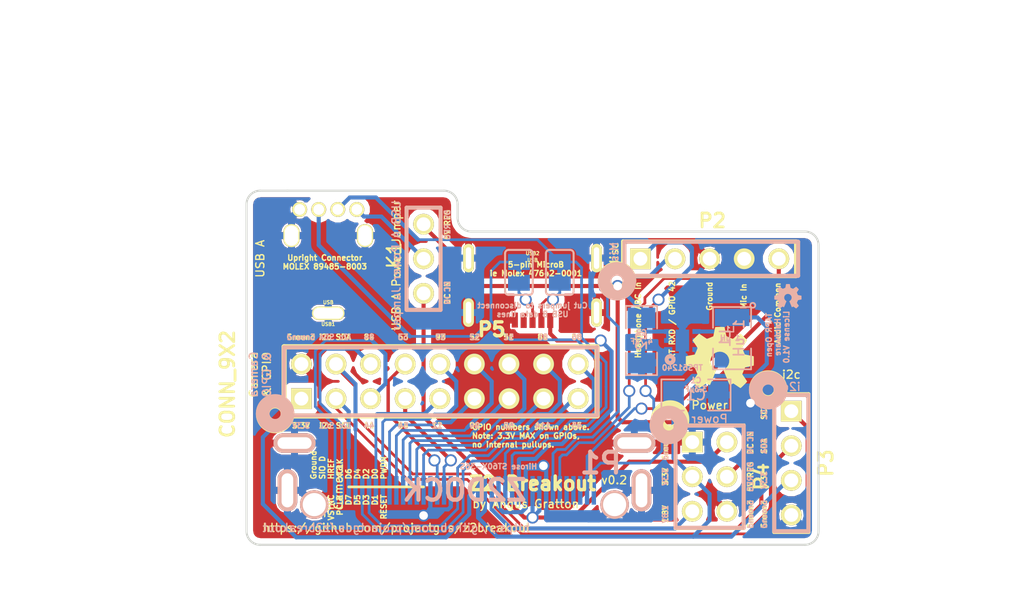
<source format=kicad_pcb>
(kicad_pcb (version 3) (host pcbnew "(2013-mar-13)-testing")

  (general
    (links 75)
    (no_connects 0)
    (area 174.899999 115 250.100001 160.100001)
    (thickness 1.6)
    (drawings 142)
    (tracks 420)
    (zones 0)
    (modules 16)
    (nets 36)
  )

  (page A3)
  (layers
    (15 F.Cu signal)
    (0 B.Cu signal)
    (16 B.Adhes user)
    (17 F.Adhes user)
    (18 B.Paste user)
    (19 F.Paste user)
    (20 B.SilkS user hide)
    (21 F.SilkS user hide)
    (22 B.Mask user)
    (23 F.Mask user)
    (24 Dwgs.User user)
    (25 Cmts.User user)
    (26 Eco1.User user)
    (27 Eco2.User user)
    (28 Edge.Cuts user)
  )

  (setup
    (last_trace_width 0.3)
    (user_trace_width 0.15)
    (user_trace_width 0.2)
    (user_trace_width 0.25)
    (user_trace_width 0.3)
    (user_trace_width 0.4)
    (trace_clearance 0.15)
    (zone_clearance 0.4064)
    (zone_45_only no)
    (trace_min 0.15)
    (segment_width 0.3)
    (edge_width 0.15)
    (via_size 0.889)
    (via_drill 0.635)
    (via_min_size 0.889)
    (via_min_drill 0.508)
    (uvia_size 0.508)
    (uvia_drill 0.127)
    (uvias_allowed no)
    (uvia_min_size 0.508)
    (uvia_min_drill 0.127)
    (pcb_text_width 0.3)
    (pcb_text_size 1.5 1.5)
    (mod_edge_width 0.15)
    (mod_text_size 1.5 1.5)
    (mod_text_width 0.15)
    (pad_size 1.524 1.524)
    (pad_drill 1.016)
    (pad_to_mask_clearance 0.1)
    (aux_axis_origin 0 0)
    (visible_elements FFFFFF7F)
    (pcbplotparams
      (layerselection 284196865)
      (usegerberextensions true)
      (excludeedgelayer true)
      (linewidth 152400)
      (plotframeref false)
      (viasonmask false)
      (mode 1)
      (useauxorigin false)
      (hpglpennumber 1)
      (hpglpenspeed 20)
      (hpglpendiameter 15)
      (hpglpenoverlay 2)
      (psnegative false)
      (psa4output false)
      (plotreference false)
      (plotvalue false)
      (plotothertext true)
      (plotinvisibletext false)
      (padsonsilk false)
      (subtractmaskfromsilk false)
      (outputformat 1)
      (mirror false)
      (drillshape 0)
      (scaleselection 1)
      (outputdirectory output))
  )

  (net 0 "")
  (net 1 /1V8)
  (net 2 /3V3)
  (net 3 /ADC_IN)
  (net 4 /AUDIO_COMMON)
  (net 5 /BTRXD_GP42)
  (net 6 /CAM_D0_GP81)
  (net 7 /CAM_D1_GP114)
  (net 8 /CAM_D2_GP51)
  (net 9 /CAM_D3_GP50)
  (net 10 /CAM_D4_GP52)
  (net 11 /CAM_D5_GP94)
  (net 12 /CAM_D6_GP93)
  (net 13 /CAM_D7_GP12)
  (net 14 /CAM_FV_GP84)
  (net 15 /CAM_LV_GP44)
  (net 16 /CAM_MCLK_GP53)
  (net 17 /CAM_PCLK_GP54)
  (net 18 /DC_IN)
  (net 19 /GP45)
  (net 20 /I2C_SCL)
  (net 21 /I2C_SDA)
  (net 22 /MIC_IN)
  (net 23 /REG_5V)
  (net 24 /SSPRXD2_GP86)
  (net 25 /USBD+)
  (net 26 /USBD-)
  (net 27 /USB_DEVICE_POWER)
  (net 28 /USB_VCC)
  (net 29 GND)
  (net 30 N-0000014)
  (net 31 N-0000017)
  (net 32 N-0000028)
  (net 33 N-0000032)
  (net 34 N-0000033)
  (net 35 N-0000034)

  (net_class Default "This is the default net class."
    (clearance 0.15)
    (trace_width 0.2)
    (via_dia 0.889)
    (via_drill 0.635)
    (uvia_dia 0.508)
    (uvia_drill 0.127)
    (add_net "")
    (add_net /ADC_IN)
    (add_net /AUDIO_COMMON)
    (add_net /BTRXD_GP42)
    (add_net /CAM_D0_GP81)
    (add_net /CAM_D1_GP114)
    (add_net /CAM_D2_GP51)
    (add_net /CAM_D3_GP50)
    (add_net /CAM_D4_GP52)
    (add_net /CAM_D5_GP94)
    (add_net /CAM_D6_GP93)
    (add_net /CAM_D7_GP12)
    (add_net /CAM_FV_GP84)
    (add_net /CAM_LV_GP44)
    (add_net /CAM_MCLK_GP53)
    (add_net /CAM_PCLK_GP54)
    (add_net /GP45)
    (add_net /I2C_SCL)
    (add_net /I2C_SDA)
    (add_net /MIC_IN)
    (add_net /SSPRXD2_GP86)
    (add_net /USBD+)
    (add_net /USBD-)
    (add_net /USB_VCC)
    (add_net N-0000014)
    (add_net N-0000017)
    (add_net N-0000028)
    (add_net N-0000032)
    (add_net N-0000033)
    (add_net N-0000034)
  )

  (net_class Power ""
    (clearance 0.15)
    (trace_width 0.3)
    (via_dia 0.889)
    (via_drill 0.635)
    (uvia_dia 0.508)
    (uvia_drill 0.127)
    (add_net /1V8)
    (add_net /3V3)
    (add_net /DC_IN)
    (add_net /REG_5V)
    (add_net /USB_DEVICE_POWER)
    (add_net GND)
  )

  (module PIN_ARRAY_3X1 (layer F.Cu) (tedit 51C9170F) (tstamp 51BEEF05)
    (at 206 134 90)
    (descr "Connecteur 3 pins")
    (tags "CONN DEV")
    (path /51A06520)
    (fp_text reference K1 (at 0.254 -2.159 90) (layer F.SilkS)
      (effects (font (size 1.016 1.016) (thickness 0.1524)))
    )
    (fp_text value CONN_3 (at 0 -2.159 90) (layer F.SilkS) hide
      (effects (font (size 1.016 1.016) (thickness 0.1524)))
    )
    (fp_line (start -3.81 1.27) (end -3.81 -1.27) (layer F.SilkS) (width 0.1524))
    (fp_line (start -3.81 -1.27) (end 3.81 -1.27) (layer F.SilkS) (width 0.1524))
    (fp_line (start 3.81 -1.27) (end 3.81 1.27) (layer F.SilkS) (width 0.1524))
    (fp_line (start 3.81 1.27) (end -3.81 1.27) (layer F.SilkS) (width 0.1524))
    (pad 1 thru_hole circle (at -2.54 0 90) (size 1.524 1.524) (drill 1.016)
      (layers *.Cu *.Mask F.SilkS)
      (net 18 /DC_IN)
    )
    (pad 2 thru_hole circle (at 0 0 90) (size 1.524 1.524) (drill 1.016)
      (layers *.Cu *.Mask F.SilkS)
      (net 28 /USB_VCC)
    )
    (pad 3 thru_hole circle (at 2.54 0 90) (size 1.524 1.524) (drill 1.016)
      (layers *.Cu *.Mask F.SilkS)
      (net 23 /REG_5V)
    )
    (model pin_array/pins_array_3x1.wrl
      (at (xyz 0 0 0))
      (scale (xyz 1 1 1))
      (rotate (xyz 0 0 0))
    )
  )

  (module LOGO_OSHW_silkscreen_5mm (layer F.Cu) (tedit 0) (tstamp 51CA208F)
    (at 227.75 141.25)
    (fp_text reference G*** (at 0 2.65176) (layer F.SilkS) hide
      (effects (font (size 0.22606 0.22606) (thickness 0.04318)))
    )
    (fp_text value LOGO_OSHW_silkscreen_5mm (at 0 -2.65176) (layer F.SilkS) hide
      (effects (font (size 0.22606 0.22606) (thickness 0.04318)))
    )
    (fp_poly (pts (xy -1.51384 2.24536) (xy -1.48844 2.23012) (xy -1.43002 2.19456) (xy -1.3462 2.13868)
      (xy -1.24714 2.07264) (xy -1.14808 2.0066) (xy -1.0668 1.95326) (xy -1.01092 1.91516)
      (xy -0.98552 1.90246) (xy -0.97282 1.90754) (xy -0.9271 1.9304) (xy -0.85852 1.96596)
      (xy -0.81788 1.98628) (xy -0.75692 2.01168) (xy -0.7239 2.0193) (xy -0.71882 2.00914)
      (xy -0.69596 1.96088) (xy -0.6604 1.8796) (xy -0.61468 1.77038) (xy -0.5588 1.64338)
      (xy -0.50292 1.50876) (xy -0.4445 1.36906) (xy -0.38862 1.23444) (xy -0.34036 1.11506)
      (xy -0.29972 1.01854) (xy -0.27432 0.94996) (xy -0.26416 0.92202) (xy -0.2667 0.9144)
      (xy -0.29972 0.88392) (xy -0.35306 0.84328) (xy -0.47244 0.74676) (xy -0.58928 0.60198)
      (xy -0.6604 0.43688) (xy -0.68326 0.25146) (xy -0.66294 0.08128) (xy -0.5969 -0.08128)
      (xy -0.4826 -0.2286) (xy -0.3429 -0.33782) (xy -0.18034 -0.4064) (xy 0 -0.42926)
      (xy 0.17272 -0.40894) (xy 0.34036 -0.3429) (xy 0.48768 -0.23114) (xy 0.55118 -0.16002)
      (xy 0.63754 -0.01016) (xy 0.6858 0.14732) (xy 0.69088 0.18796) (xy 0.68326 0.36322)
      (xy 0.63246 0.5334) (xy 0.53848 0.68326) (xy 0.40894 0.80772) (xy 0.3937 0.81788)
      (xy 0.33528 0.8636) (xy 0.29464 0.89408) (xy 0.26416 0.91948) (xy 0.48768 1.45796)
      (xy 0.52324 1.54178) (xy 0.5842 1.6891) (xy 0.63754 1.8161) (xy 0.68072 1.9177)
      (xy 0.7112 1.98374) (xy 0.7239 2.01168) (xy 0.7239 2.01422) (xy 0.74422 2.01676)
      (xy 0.78486 2.00152) (xy 0.86106 1.96596) (xy 0.90932 1.94056) (xy 0.96774 1.91262)
      (xy 0.99314 1.90246) (xy 1.016 1.91516) (xy 1.06934 1.95072) (xy 1.15062 2.00406)
      (xy 1.24714 2.06756) (xy 1.33858 2.13106) (xy 1.4224 2.18694) (xy 1.48336 2.22504)
      (xy 1.51384 2.24282) (xy 1.51892 2.24282) (xy 1.54432 2.22758) (xy 1.59258 2.18694)
      (xy 1.66624 2.11836) (xy 1.77038 2.01422) (xy 1.78562 1.99898) (xy 1.87198 1.91262)
      (xy 1.94056 1.83896) (xy 1.98628 1.78816) (xy 2.00406 1.7653) (xy 2.00406 1.7653)
      (xy 1.98882 1.73482) (xy 1.95072 1.67386) (xy 1.89484 1.5875) (xy 1.82626 1.48844)
      (xy 1.64846 1.22936) (xy 1.74498 0.98552) (xy 1.77546 0.90932) (xy 1.81356 0.82042)
      (xy 1.8415 0.75438) (xy 1.85674 0.72644) (xy 1.88214 0.71628) (xy 1.95072 0.70104)
      (xy 2.04724 0.68072) (xy 2.16154 0.6604) (xy 2.2733 0.64008) (xy 2.37236 0.61976)
      (xy 2.44348 0.60706) (xy 2.4765 0.59944) (xy 2.48412 0.59436) (xy 2.49174 0.57912)
      (xy 2.49428 0.5461) (xy 2.49682 0.48514) (xy 2.49936 0.39116) (xy 2.49936 0.25146)
      (xy 2.49936 0.23622) (xy 2.49682 0.10668) (xy 2.49428 0) (xy 2.49174 -0.06604)
      (xy 2.48666 -0.09398) (xy 2.48666 -0.09398) (xy 2.45618 -0.1016) (xy 2.38506 -0.11684)
      (xy 2.286 -0.13462) (xy 2.16662 -0.15748) (xy 2.159 -0.16002) (xy 2.04216 -0.18288)
      (xy 1.9431 -0.2032) (xy 1.87198 -0.21844) (xy 1.84404 -0.2286) (xy 1.83642 -0.23622)
      (xy 1.81356 -0.28194) (xy 1.78054 -0.3556) (xy 1.7399 -0.4445) (xy 1.7018 -0.53848)
      (xy 1.66878 -0.6223) (xy 1.64592 -0.68326) (xy 1.6383 -0.7112) (xy 1.64084 -0.71374)
      (xy 1.65862 -0.74168) (xy 1.69926 -0.80264) (xy 1.75514 -0.88646) (xy 1.82372 -0.98806)
      (xy 1.8288 -0.99568) (xy 1.89738 -1.09474) (xy 1.95326 -1.1811) (xy 1.98882 -1.23952)
      (xy 2.00406 -1.26746) (xy 2.00406 -1.27) (xy 1.9812 -1.30048) (xy 1.9304 -1.35636)
      (xy 1.85674 -1.43256) (xy 1.77038 -1.52146) (xy 1.74244 -1.54686) (xy 1.64338 -1.64338)
      (xy 1.57734 -1.70434) (xy 1.53416 -1.73736) (xy 1.51384 -1.74498) (xy 1.51384 -1.74498)
      (xy 1.48336 -1.7272) (xy 1.41986 -1.68656) (xy 1.33604 -1.62814) (xy 1.23444 -1.55956)
      (xy 1.22682 -1.55448) (xy 1.12776 -1.4859) (xy 1.04394 -1.43002) (xy 0.98552 -1.38938)
      (xy 0.95758 -1.37414) (xy 0.95504 -1.37414) (xy 0.9144 -1.38684) (xy 0.84328 -1.41224)
      (xy 0.75438 -1.44526) (xy 0.66294 -1.48336) (xy 0.57912 -1.51892) (xy 0.51562 -1.54686)
      (xy 0.48514 -1.56464) (xy 0.48514 -1.56464) (xy 0.47498 -1.6002) (xy 0.4572 -1.6764)
      (xy 0.43688 -1.778) (xy 0.41148 -1.89992) (xy 0.40894 -1.92024) (xy 0.38608 -2.03962)
      (xy 0.3683 -2.13868) (xy 0.35306 -2.20726) (xy 0.34544 -2.2352) (xy 0.3302 -2.23774)
      (xy 0.27178 -2.24282) (xy 0.18288 -2.24536) (xy 0.07366 -2.24536) (xy -0.0381 -2.24536)
      (xy -0.14732 -2.24282) (xy -0.2413 -2.24028) (xy -0.30988 -2.2352) (xy -0.33782 -2.23012)
      (xy -0.33782 -2.22758) (xy -0.34798 -2.18948) (xy -0.36576 -2.11582) (xy -0.38608 -2.01168)
      (xy -0.40894 -1.88976) (xy -0.41402 -1.8669) (xy -0.43688 -1.75006) (xy -0.4572 -1.651)
      (xy -0.4699 -1.58496) (xy -0.47752 -1.55702) (xy -0.49022 -1.55194) (xy -0.53848 -1.53162)
      (xy -0.61722 -1.4986) (xy -0.71628 -1.45796) (xy -0.94488 -1.36652) (xy -1.22682 -1.55702)
      (xy -1.25222 -1.5748) (xy -1.35382 -1.64338) (xy -1.4351 -1.69926) (xy -1.49352 -1.73736)
      (xy -1.51638 -1.75006) (xy -1.51892 -1.75006) (xy -1.54686 -1.72466) (xy -1.60274 -1.67132)
      (xy -1.67894 -1.59766) (xy -1.76784 -1.5113) (xy -1.83134 -1.44526) (xy -1.91008 -1.36652)
      (xy -1.95834 -1.31318) (xy -1.98628 -1.28016) (xy -1.9939 -1.25984) (xy -1.99136 -1.2446)
      (xy -1.97358 -1.21666) (xy -1.93294 -1.1557) (xy -1.87452 -1.06934) (xy -1.80594 -0.97028)
      (xy -1.75006 -0.88646) (xy -1.6891 -0.79248) (xy -1.651 -0.72644) (xy -1.63576 -0.69342)
      (xy -1.64084 -0.68072) (xy -1.65862 -0.62484) (xy -1.69418 -0.54102) (xy -1.73482 -0.44196)
      (xy -1.83388 -0.22098) (xy -1.97866 -0.19304) (xy -2.06756 -0.17526) (xy -2.18948 -0.1524)
      (xy -2.30886 -0.12954) (xy -2.49174 -0.09398) (xy -2.49936 0.58166) (xy -2.47142 0.59436)
      (xy -2.44348 0.60198) (xy -2.3749 0.61722) (xy -2.27838 0.63754) (xy -2.16154 0.65786)
      (xy -2.06502 0.67564) (xy -1.96596 0.69596) (xy -1.89484 0.70866) (xy -1.86436 0.71628)
      (xy -1.8542 0.72644) (xy -1.83134 0.7747) (xy -1.79578 0.8509) (xy -1.75514 0.94234)
      (xy -1.71704 1.03632) (xy -1.68148 1.12522) (xy -1.65862 1.19126) (xy -1.64846 1.22428)
      (xy -1.66116 1.25222) (xy -1.69926 1.31064) (xy -1.7526 1.39192) (xy -1.82118 1.49098)
      (xy -1.88722 1.5875) (xy -1.94564 1.67132) (xy -1.98374 1.73228) (xy -2.00152 1.76022)
      (xy -1.99136 1.778) (xy -1.95326 1.82626) (xy -1.8796 1.90246) (xy -1.76784 2.01168)
      (xy -1.75006 2.02946) (xy -1.6637 2.11328) (xy -1.59004 2.18186) (xy -1.5367 2.22758)
      (xy -1.51384 2.24536)) (layer F.SilkS) (width 0.00254))
  )

  (module pin_array_9x2 (layer F.Cu) (tedit 51C905C5) (tstamp 51C7A23A)
    (at 211 143)
    (descr "Double rangee de contacts 2 x 12 pins")
    (tags CONN)
    (path /51A1EF9E)
    (fp_text reference P5 (at 0 -3.81) (layer F.SilkS)
      (effects (font (size 1.016 1.016) (thickness 0.27432)))
    )
    (fp_text value CONN_9X2 (at -19.4 0.2 90) (layer F.SilkS)
      (effects (font (size 1.016 1.016) (thickness 0.2032)))
    )
    (fp_line (start -15.24 -2.54) (end -15.24 2.54) (layer F.SilkS) (width 0.381))
    (fp_line (start -15.24 2.54) (end 7.74 2.54) (layer F.SilkS) (width 0.381))
    (fp_line (start 7.74 2.54) (end 7.74 -2.54) (layer F.SilkS) (width 0.381))
    (fp_line (start 7.74 -2.54) (end -15.24 -2.54) (layer F.SilkS) (width 0.381))
    (pad 1 thru_hole rect (at -13.97 1.27) (size 1.524 1.524) (drill 1.016)
      (layers *.Cu *.Mask F.SilkS)
      (net 2 /3V3)
    )
    (pad 2 thru_hole circle (at -13.97 -1.27) (size 1.524 1.524) (drill 1.016)
      (layers *.Cu *.Mask F.SilkS)
      (net 29 GND)
    )
    (pad 3 thru_hole circle (at -11.43 1.27) (size 1.524 1.524) (drill 1.016)
      (layers *.Cu *.Mask F.SilkS)
      (net 20 /I2C_SCL)
    )
    (pad 4 thru_hole circle (at -11.43 -1.27) (size 1.524 1.524) (drill 1.016)
      (layers *.Cu *.Mask F.SilkS)
      (net 21 /I2C_SDA)
    )
    (pad 5 thru_hole circle (at -8.89 1.27) (size 1.524 1.524) (drill 1.016)
      (layers *.Cu *.Mask F.SilkS)
      (net 15 /CAM_LV_GP44)
    )
    (pad 6 thru_hole circle (at -8.89 -1.27) (size 1.524 1.524) (drill 1.016)
      (layers *.Cu *.Mask F.SilkS)
      (net 14 /CAM_FV_GP84)
    )
    (pad 7 thru_hole circle (at -6.35 1.27) (size 1.524 1.524) (drill 1.016)
      (layers *.Cu *.Mask F.SilkS)
      (net 17 /CAM_PCLK_GP54)
    )
    (pad 8 thru_hole circle (at -6.35 -1.27) (size 1.524 1.524) (drill 1.016)
      (layers *.Cu *.Mask F.SilkS)
      (net 16 /CAM_MCLK_GP53)
    )
    (pad 9 thru_hole circle (at -3.81 1.27) (size 1.524 1.524) (drill 1.016)
      (layers *.Cu *.Mask F.SilkS)
      (net 13 /CAM_D7_GP12)
    )
    (pad 10 thru_hole circle (at -3.81 -1.27) (size 1.524 1.524) (drill 1.016)
      (layers *.Cu *.Mask F.SilkS)
      (net 12 /CAM_D6_GP93)
    )
    (pad 11 thru_hole circle (at -1.27 1.27) (size 1.524 1.524) (drill 1.016)
      (layers *.Cu *.Mask F.SilkS)
      (net 11 /CAM_D5_GP94)
    )
    (pad 12 thru_hole circle (at -1.27 -1.27) (size 1.524 1.524) (drill 1.016)
      (layers *.Cu *.Mask F.SilkS)
      (net 10 /CAM_D4_GP52)
    )
    (pad 13 thru_hole circle (at 1.27 1.27) (size 1.524 1.524) (drill 1.016)
      (layers *.Cu *.Mask F.SilkS)
      (net 9 /CAM_D3_GP50)
    )
    (pad 14 thru_hole circle (at 1.27 -1.27) (size 1.524 1.524) (drill 1.016)
      (layers *.Cu *.Mask F.SilkS)
      (net 8 /CAM_D2_GP51)
    )
    (pad 15 thru_hole circle (at 3.81 1.27) (size 1.524 1.524) (drill 1.016)
      (layers *.Cu *.Mask F.SilkS)
      (net 7 /CAM_D1_GP114)
    )
    (pad 16 thru_hole circle (at 3.81 -1.27) (size 1.524 1.524) (drill 1.016)
      (layers *.Cu *.Mask F.SilkS)
      (net 6 /CAM_D0_GP81)
    )
    (pad 17 thru_hole circle (at 6.35 1.27) (size 1.524 1.524) (drill 1.016)
      (layers *.Cu *.Mask F.SilkS)
      (net 19 /GP45)
    )
    (pad 18 thru_hole circle (at 6.35 -1.27) (size 1.524 1.524) (drill 1.016)
      (layers *.Cu *.Mask F.SilkS)
      (net 24 /SSPRXD2_GP86)
    )
    (model pin_array/pins_array_12x2.wrl
      (at (xyz 0 0 0))
      (scale (xyz 1 1 1))
      (rotate (xyz 0 0 0))
    )
  )

  (module TPS61240DRVT (layer B.Cu) (tedit 51C299F2) (tstamp 51C29FCD)
    (at 225 140)
    (path /51A2956E)
    (fp_text reference REG1 (at 0.7 1.2) (layer Eco1.User)
      (effects (font (size 0.2 0.2) (thickness 0.05)) (justify mirror))
    )
    (fp_text value TPS61240 (at 0.4 -1.2) (layer Eco1.User)
      (effects (font (size 0.2 0.2) (thickness 0.05)) (justify mirror))
    )
    (fp_line (start -1.0414 -1.0414) (end 1.0414 -1.0414) (layer Cmts.User) (width 0.00012))
    (fp_line (start 1.0414 -1.0414) (end 1.0414 1.0414) (layer Cmts.User) (width 0.00012))
    (fp_line (start 1.0414 1.0414) (end 0.3048 1.0414) (layer Cmts.User) (width 0.00012))
    (fp_line (start 0.3048 1.0414) (end -0.3048 1.0414) (layer Cmts.User) (width 0.00012))
    (fp_line (start -0.3048 1.0414) (end -1.0414 1.0414) (layer Cmts.User) (width 0.00012))
    (fp_line (start -1.0414 1.0414) (end -1.0414 -1.0414) (layer Cmts.User) (width 0.00012))
    (fp_arc (start 0 1.0414) (end 0.3048 1.0414) (angle -180) (layer Cmts.User) (width 0.00012))
    (pad 1 smd rect (at -1.0414 0.6604) (size 0.6096 0.3556)
      (layers B.Cu B.Paste B.Mask)
      (net 29 GND)
    )
    (pad 2 smd rect (at -1.0414 0) (size 0.6096 0.3556)
      (layers B.Cu B.Paste B.Mask)
      (net 23 /REG_5V)
    )
    (pad 3 smd rect (at -1.0414 -0.6604) (size 0.6096 0.3556)
      (layers B.Cu B.Paste B.Mask)
      (net 23 /REG_5V)
    )
    (pad 4 smd rect (at 1.0414 -0.6604) (size 0.6096 0.3556)
      (layers B.Cu B.Paste B.Mask)
      (net 2 /3V3)
    )
    (pad 5 smd rect (at 1.0414 0) (size 0.6096 0.3556)
      (layers B.Cu B.Paste B.Mask)
      (net 32 N-0000028)
    )
    (pad 6 smd rect (at 1.0414 0.6604) (size 0.6096 0.3556)
      (layers B.Cu B.Paste B.Mask)
      (net 2 /3V3)
    )
    (pad 1 smd rect (at 0 0) (size 0.9906 1.6002)
      (layers B.Cu B.Paste B.Mask)
      (net 29 GND)
    )
  )

  (module SM1206 (layer B.Cu) (tedit 42806E24) (tstamp 51BEEED1)
    (at 226 144)
    (path /51A2980D)
    (attr smd)
    (fp_text reference C1 (at 0 0) (layer B.SilkS)
      (effects (font (size 0.762 0.762) (thickness 0.127)) (justify mirror))
    )
    (fp_text value 3.3uF (at 0 0) (layer B.SilkS) hide
      (effects (font (size 0.762 0.762) (thickness 0.127)) (justify mirror))
    )
    (fp_line (start -2.54 1.143) (end -2.54 -1.143) (layer B.SilkS) (width 0.127))
    (fp_line (start -2.54 -1.143) (end -0.889 -1.143) (layer B.SilkS) (width 0.127))
    (fp_line (start 0.889 1.143) (end 2.54 1.143) (layer B.SilkS) (width 0.127))
    (fp_line (start 2.54 1.143) (end 2.54 -1.143) (layer B.SilkS) (width 0.127))
    (fp_line (start 2.54 -1.143) (end 0.889 -1.143) (layer B.SilkS) (width 0.127))
    (fp_line (start -0.889 1.143) (end -2.54 1.143) (layer B.SilkS) (width 0.127))
    (pad 1 smd rect (at -1.651 0) (size 1.524 2.032)
      (layers B.Cu B.Paste B.Mask)
      (net 2 /3V3)
    )
    (pad 2 smd rect (at 1.651 0) (size 1.524 2.032)
      (layers B.Cu B.Paste B.Mask)
      (net 29 GND)
    )
    (model smd/chip_cms.wrl
      (at (xyz 0 0 0))
      (scale (xyz 0.17 0.16 0.16))
      (rotate (xyz 0 0 0))
    )
  )

  (module SM1206 (layer B.Cu) (tedit 42806E24) (tstamp 51BEEEDD)
    (at 222 140 270)
    (path /51A29C2C)
    (attr smd)
    (fp_text reference C2 (at 0 0 270) (layer B.SilkS)
      (effects (font (size 0.762 0.762) (thickness 0.127)) (justify mirror))
    )
    (fp_text value 4.7uF (at 0 0 270) (layer B.SilkS) hide
      (effects (font (size 0.762 0.762) (thickness 0.127)) (justify mirror))
    )
    (fp_line (start -2.54 1.143) (end -2.54 -1.143) (layer B.SilkS) (width 0.127))
    (fp_line (start -2.54 -1.143) (end -0.889 -1.143) (layer B.SilkS) (width 0.127))
    (fp_line (start 0.889 1.143) (end 2.54 1.143) (layer B.SilkS) (width 0.127))
    (fp_line (start 2.54 1.143) (end 2.54 -1.143) (layer B.SilkS) (width 0.127))
    (fp_line (start 2.54 -1.143) (end 0.889 -1.143) (layer B.SilkS) (width 0.127))
    (fp_line (start -0.889 1.143) (end -2.54 1.143) (layer B.SilkS) (width 0.127))
    (pad 1 smd rect (at -1.651 0 270) (size 1.524 2.032)
      (layers B.Cu B.Paste B.Mask)
      (net 23 /REG_5V)
    )
    (pad 2 smd rect (at 1.651 0 270) (size 1.524 2.032)
      (layers B.Cu B.Paste B.Mask)
      (net 29 GND)
    )
    (model smd/chip_cms.wrl
      (at (xyz 0 0 0))
      (scale (xyz 0.17 0.16 0.16))
      (rotate (xyz 0 0 0))
    )
  )

  (module SM1210 (layer B.Cu) (tedit 42806E94) (tstamp 51BEEF12)
    (at 228.648 139.828 270)
    (tags "CMS SM")
    (path /51A70A3B)
    (attr smd)
    (fp_text reference L1 (at 0 0.508 270) (layer B.SilkS)
      (effects (font (size 0.762 0.762) (thickness 0.127)) (justify mirror))
    )
    (fp_text value "1 uH" (at 0 -0.508 270) (layer B.SilkS)
      (effects (font (size 0.762 0.762) (thickness 0.127)) (justify mirror))
    )
    (fp_circle (center -2.413 -1.524) (end -2.286 -1.397) (layer B.SilkS) (width 0.127))
    (fp_line (start -0.762 1.397) (end -2.286 1.397) (layer B.SilkS) (width 0.127))
    (fp_line (start -2.286 1.397) (end -2.286 -1.397) (layer B.SilkS) (width 0.127))
    (fp_line (start -2.286 -1.397) (end -0.762 -1.397) (layer B.SilkS) (width 0.127))
    (fp_line (start 0.762 -1.397) (end 2.286 -1.397) (layer B.SilkS) (width 0.127))
    (fp_line (start 2.286 -1.397) (end 2.286 1.397) (layer B.SilkS) (width 0.127))
    (fp_line (start 2.286 1.397) (end 0.762 1.397) (layer B.SilkS) (width 0.127))
    (pad 1 smd rect (at -1.524 0 270) (size 1.27 2.54)
      (layers B.Cu B.Paste B.Mask)
      (net 2 /3V3)
    )
    (pad 2 smd rect (at 1.524 0 270) (size 1.27 2.54)
      (layers B.Cu B.Paste B.Mask)
      (net 32 N-0000028)
    )
    (model smd/chip_cms.wrl
      (at (xyz 0 0 0))
      (scale (xyz 0.17 0.2 0.17))
      (rotate (xyz 0 0 0))
    )
  )

  (module USBA_MOLEX_89485-8003 (layer F.Cu) (tedit 51C01D41) (tstamp 51C299A6)
    (at 199 138)
    (path /519B270C)
    (fp_text reference USB1 (at 0 0.8) (layer F.SilkS)
      (effects (font (size 0.254 0.254) (thickness 0.0635)))
    )
    (fp_text value USB (at 0 -0.8) (layer F.SilkS)
      (effects (font (size 0.254 0.254) (thickness 0.0635)))
    )
    (fp_line (start 3.8 1.2) (end 3.8 -12.8) (layer Cmts.User) (width 0.15))
    (fp_line (start 3.8 -12.8) (end -0.1 -12.8) (layer Cmts.User) (width 0.15))
    (fp_line (start -0.1 -12.8) (end -3.8 -12.8) (layer Cmts.User) (width 0.15))
    (fp_line (start -3.8 -12.8) (end -3.8 1.2) (layer Cmts.User) (width 0.15))
    (fp_line (start -3.75 1.2) (end 3.75 1.2) (layer Cmts.User) (width 0.15))
    (pad 6 thru_hole oval (at 0 0) (size 2.4 1) (drill oval 2.2 0.8)
      (layers *.Cu *.Mask F.SilkS)
      (net 29 GND)
    )
    (pad 5 thru_hole oval (at 2.7 -5.7) (size 1.2 1.7) (drill oval 1 1.5)
      (layers *.Cu *.Mask F.SilkS)
      (net 29 GND)
    )
    (pad 5 thru_hole oval (at -2.7 -5.7) (size 1.2 1.7) (drill oval 1 1.5)
      (layers *.Cu *.Mask F.SilkS)
      (net 29 GND)
    )
    (pad 3 thru_hole circle (at -0.7 -7.62) (size 1.1 1.1) (drill 0.8)
      (layers *.Cu *.Mask F.SilkS)
      (net 25 /USBD+)
    )
    (pad 4 thru_hole circle (at -2.1 -7.62) (size 1.1 1.1) (drill 0.8)
      (layers *.Cu *.Mask F.SilkS)
      (net 29 GND)
    )
    (pad 2 thru_hole circle (at 0.7 -7.62) (size 1.1 1.1) (drill 0.8)
      (layers *.Cu *.Mask F.SilkS)
      (net 26 /USBD-)
    )
    (pad 1 thru_hole circle (at 2.1 -7.62) (size 1.1 1.1) (drill 0.8)
      (layers *.Cu *.Mask F.SilkS)
      (net 28 /USB_VCC)
    )
  )

  (module USBMICROB_MOLEX_47642-0001 (layer F.Cu) (tedit 51C29851) (tstamp 51C299B7)
    (at 214 132 270)
    (path /519B2959)
    (fp_text reference USB2 (at 1.6 0 360) (layer F.SilkS)
      (effects (font (size 0.254 0.254) (thickness 0.0635)))
    )
    (fp_text value USB (at 2.1 0 360) (layer F.SilkS)
      (effects (font (size 0.254 0.254) (thickness 0.0635)))
    )
    (fp_line (start 0 3.9) (end 6.8 3.9) (layer Cmts.User) (width 0.15))
    (fp_line (start 0 3.9) (end 0 -4) (layer Cmts.User) (width 0.15))
    (fp_line (start 0 -4) (end 6.8 -4) (layer Cmts.User) (width 0.15))
    (fp_line (start 6.8 -4) (end 6.8 3.9) (layer Cmts.User) (width 0.15))
    (pad 1 smd rect (at 6.53 -1.3 270) (size 1.1 0.45)
      (layers F.Cu F.Paste F.Mask)
      (net 27 /USB_DEVICE_POWER)
    )
    (pad 2 smd rect (at 6.53 -0.65 270) (size 1.1 0.45)
      (layers F.Cu F.Paste F.Mask)
      (net 31 N-0000017)
    )
    (pad "" smd rect (at 6.53 0.65 270) (size 1.1 0.45)
      (layers F.Cu F.Paste F.Mask)
    )
    (pad 4 smd rect (at 6.5 1.3 270) (size 1.1 0.45)
      (layers F.Cu F.Paste F.Mask)
      (net 29 GND)
    )
    (pad 3 smd rect (at 6.53 0 270) (size 1.1 0.45)
      (layers F.Cu F.Paste F.Mask)
      (net 30 N-0000014)
    )
    (pad 6 thru_hole oval (at 1.95 -4.7 270) (size 2.1 0.8) (drill oval 1.6 0.4)
      (layers *.Cu *.Mask F.SilkS)
      (net 29 GND)
    )
    (pad 6 thru_hole oval (at 1.95 4.7 270) (size 2.1 0.8) (drill oval 1.6 0.4)
      (layers *.Cu *.Mask F.SilkS)
      (net 29 GND)
    )
    (pad 5 thru_hole oval (at 5.95 -4.7 270) (size 2.1 0.8) (drill oval 1.6 0.4)
      (layers *.Cu *.Mask F.SilkS)
      (net 29 GND)
    )
    (pad 5 thru_hole oval (at 5.95 4.7 270) (size 2.1 0.8) (drill oval 1.6 0.4)
      (layers *.Cu *.Mask F.SilkS)
      (net 29 GND)
    )
  )

  (module SJ_SHORTED (layer B.Cu) (tedit 516F4868) (tstamp 51C7A202)
    (at 213 135 90)
    (descr "<b>Solder jumper</b>")
    (path /51C79D77)
    (fp_text reference JP1 (at 0.889 0.508 90) (layer Eco1.User)
      (effects (font (size 1.27 1.27) (thickness 0.127)) (justify mirror))
    )
    (fp_text value JUMPER (at 0.45212 -0.00762 90) (layer Eco1.User)
      (effects (font (size 0.01778 0.01778) (thickness 0.000001)) (justify mirror))
    )
    (fp_line (start -0.762 0) (end 0.762 0) (layer B.Cu) (width 0.381))
    (fp_line (start 1.397 -1.016) (end -1.397 -1.016) (layer B.SilkS) (width 0.1524))
    (fp_arc (start 1.397 0.762) (end 1.397 1.016) (angle -90) (layer B.SilkS) (width 0.1524))
    (fp_arc (start -1.397 0.762) (end -1.651 0.762) (angle -90) (layer B.SilkS) (width 0.1524))
    (fp_arc (start -1.397 -0.762) (end -1.651 -0.762) (angle 90) (layer B.SilkS) (width 0.1524))
    (fp_arc (start 1.397 -0.762) (end 1.397 -1.016) (angle 90) (layer B.SilkS) (width 0.1524))
    (fp_line (start 1.651 -0.762) (end 1.651 0.762) (layer B.SilkS) (width 0.1524))
    (fp_line (start -1.651 -0.762) (end -1.651 0.762) (layer B.SilkS) (width 0.1524))
    (fp_line (start -1.397 1.016) (end 1.397 1.016) (layer B.SilkS) (width 0.1524))
    (fp_line (start 1.016 0) (end 1.524 0) (layer Cmts.User) (width 0.1524))
    (fp_line (start -1.016 0) (end -1.524 0) (layer Cmts.User) (width 0.1524))
    (fp_arc (start -0.254 0) (end -0.254 -0.127) (angle -180) (layer Cmts.User) (width 1.27))
    (fp_arc (start 0.254 0) (end 0.254 0.127) (angle -180) (layer Cmts.User) (width 1.27))
    (pad 1 smd rect (at -0.762 0 90) (size 1.1684 1.6002)
      (layers B.Cu B.Paste B.Mask)
      (net 30 N-0000014)
    )
    (pad 2 smd rect (at 0.762 0 90) (size 1.1684 1.6002)
      (layers B.Cu B.Paste B.Mask)
      (net 25 /USBD+)
    )
  )

  (module SJ_SHORTED (layer B.Cu) (tedit 516F4868) (tstamp 51C7A215)
    (at 216 135 90)
    (descr "<b>Solder jumper</b>")
    (path /51C79D84)
    (fp_text reference JP2 (at 0.889 0.508 90) (layer Eco1.User)
      (effects (font (size 1.27 1.27) (thickness 0.127)) (justify mirror))
    )
    (fp_text value JUMPER (at 0.45212 -0.00762 90) (layer Eco1.User)
      (effects (font (size 0.01778 0.01778) (thickness 0.000001)) (justify mirror))
    )
    (fp_line (start -0.762 0) (end 0.762 0) (layer B.Cu) (width 0.381))
    (fp_line (start 1.397 -1.016) (end -1.397 -1.016) (layer B.SilkS) (width 0.1524))
    (fp_arc (start 1.397 0.762) (end 1.397 1.016) (angle -90) (layer B.SilkS) (width 0.1524))
    (fp_arc (start -1.397 0.762) (end -1.651 0.762) (angle -90) (layer B.SilkS) (width 0.1524))
    (fp_arc (start -1.397 -0.762) (end -1.651 -0.762) (angle 90) (layer B.SilkS) (width 0.1524))
    (fp_arc (start 1.397 -0.762) (end 1.397 -1.016) (angle 90) (layer B.SilkS) (width 0.1524))
    (fp_line (start 1.651 -0.762) (end 1.651 0.762) (layer B.SilkS) (width 0.1524))
    (fp_line (start -1.651 -0.762) (end -1.651 0.762) (layer B.SilkS) (width 0.1524))
    (fp_line (start -1.397 1.016) (end 1.397 1.016) (layer B.SilkS) (width 0.1524))
    (fp_line (start 1.016 0) (end 1.524 0) (layer Cmts.User) (width 0.1524))
    (fp_line (start -1.016 0) (end -1.524 0) (layer Cmts.User) (width 0.1524))
    (fp_arc (start -0.254 0) (end -0.254 -0.127) (angle -180) (layer Cmts.User) (width 1.27))
    (fp_arc (start 0.254 0) (end 0.254 0.127) (angle -180) (layer Cmts.User) (width 1.27))
    (pad 1 smd rect (at -0.762 0 90) (size 1.1684 1.6002)
      (layers B.Cu B.Paste B.Mask)
      (net 31 N-0000017)
    )
    (pad 2 smd rect (at 0.762 0 90) (size 1.1684 1.6002)
      (layers B.Cu B.Paste B.Mask)
      (net 26 /USBD-)
    )
  )

  (module PIN_ARRAY_5x1 (layer F.Cu) (tedit 51C905C1) (tstamp 51C7A216)
    (at 227 134)
    (descr "Double rangee de contacts 2 x 5 pins")
    (tags CONN)
    (path /51C7AB11)
    (fp_text reference P2 (at 0.2 -2.8) (layer F.SilkS)
      (effects (font (size 1.016 1.016) (thickness 0.2032)))
    )
    (fp_text value CONN_5 (at 0 2.54) (layer F.SilkS) hide
      (effects (font (size 1.016 1.016) (thickness 0.2032)))
    )
    (fp_line (start -6.35 -1.27) (end -6.35 1.27) (layer F.SilkS) (width 0.3048))
    (fp_line (start 6.35 1.27) (end 6.35 -1.27) (layer F.SilkS) (width 0.3048))
    (fp_line (start -6.35 -1.27) (end 6.35 -1.27) (layer F.SilkS) (width 0.3048))
    (fp_line (start 6.35 1.27) (end -6.35 1.27) (layer F.SilkS) (width 0.3048))
    (pad 1 thru_hole rect (at -5.08 0) (size 1.524 1.524) (drill 1.016)
      (layers *.Cu *.Mask F.SilkS)
      (net 3 /ADC_IN)
    )
    (pad 2 thru_hole circle (at -2.54 0) (size 1.524 1.524) (drill 1.016)
      (layers *.Cu *.Mask F.SilkS)
      (net 5 /BTRXD_GP42)
    )
    (pad 3 thru_hole circle (at 0 0) (size 1.524 1.524) (drill 1.016)
      (layers *.Cu *.Mask F.SilkS)
      (net 29 GND)
    )
    (pad 4 thru_hole circle (at 2.54 0) (size 1.524 1.524) (drill 1.016)
      (layers *.Cu *.Mask F.SilkS)
      (net 22 /MIC_IN)
    )
    (pad 5 thru_hole circle (at 5.08 0) (size 1.524 1.524) (drill 1.016)
      (layers *.Cu *.Mask F.SilkS)
      (net 4 /AUDIO_COMMON)
    )
    (model pin_array/pins_array_5x1.wrl
      (at (xyz 0 0 0))
      (scale (xyz 1 1 1))
      (rotate (xyz 0 0 0))
    )
  )

  (module PIN_ARRAY_4x1 (layer F.Cu) (tedit 4C10F42E) (tstamp 51C7A222)
    (at 233 149 270)
    (descr "Double rangee de contacts 2 x 5 pins")
    (tags CONN)
    (path /51A06F0F)
    (fp_text reference P3 (at 0 -2.54 270) (layer F.SilkS)
      (effects (font (size 1.016 1.016) (thickness 0.2032)))
    )
    (fp_text value CONN_4 (at 0 2.54 270) (layer F.SilkS) hide
      (effects (font (size 1.016 1.016) (thickness 0.2032)))
    )
    (fp_line (start 5.08 1.27) (end -5.08 1.27) (layer F.SilkS) (width 0.254))
    (fp_line (start 5.08 -1.27) (end -5.08 -1.27) (layer F.SilkS) (width 0.254))
    (fp_line (start -5.08 -1.27) (end -5.08 1.27) (layer F.SilkS) (width 0.254))
    (fp_line (start 5.08 1.27) (end 5.08 -1.27) (layer F.SilkS) (width 0.254))
    (pad 1 thru_hole rect (at -3.81 0 270) (size 1.524 1.524) (drill 1.016)
      (layers *.Cu *.Mask F.SilkS)
      (net 20 /I2C_SCL)
    )
    (pad 2 thru_hole circle (at -1.27 0 270) (size 1.524 1.524) (drill 1.016)
      (layers *.Cu *.Mask F.SilkS)
      (net 21 /I2C_SDA)
    )
    (pad 3 thru_hole circle (at 1.27 0 270) (size 1.524 1.524) (drill 1.016)
      (layers *.Cu *.Mask F.SilkS)
      (net 2 /3V3)
    )
    (pad 4 thru_hole circle (at 3.81 0 270) (size 1.524 1.524) (drill 1.016)
      (layers *.Cu *.Mask F.SilkS)
      (net 29 GND)
    )
    (model pin_array\pins_array_4x1.wrl
      (at (xyz 0 0 0))
      (scale (xyz 1 1 1))
      (rotate (xyz 0 0 0))
    )
  )

  (module pin_array_3x2 (layer F.Cu) (tedit 42931587) (tstamp 51C7A22D)
    (at 227 150 270)
    (descr "Double rangee de contacts 2 x 4 pins")
    (tags CONN)
    (path /51A070BC)
    (fp_text reference P4 (at 0 -3.81 270) (layer F.SilkS)
      (effects (font (size 1.016 1.016) (thickness 0.2032)))
    )
    (fp_text value CONN_3X2 (at 0 3.81 270) (layer F.SilkS) hide
      (effects (font (size 1.016 1.016) (thickness 0.2032)))
    )
    (fp_line (start 3.81 2.54) (end -3.81 2.54) (layer F.SilkS) (width 0.2032))
    (fp_line (start -3.81 -2.54) (end 3.81 -2.54) (layer F.SilkS) (width 0.2032))
    (fp_line (start 3.81 -2.54) (end 3.81 2.54) (layer F.SilkS) (width 0.2032))
    (fp_line (start -3.81 2.54) (end -3.81 -2.54) (layer F.SilkS) (width 0.2032))
    (pad 1 thru_hole rect (at -2.54 1.27 270) (size 1.524 1.524) (drill 1.016)
      (layers *.Cu *.Mask F.SilkS)
      (net 29 GND)
    )
    (pad 2 thru_hole circle (at -2.54 -1.27 270) (size 1.524 1.524) (drill 1.016)
      (layers *.Cu *.Mask F.SilkS)
      (net 18 /DC_IN)
    )
    (pad 3 thru_hole circle (at 0 1.27 270) (size 1.524 1.524) (drill 1.016)
      (layers *.Cu *.Mask F.SilkS)
      (net 2 /3V3)
    )
    (pad 4 thru_hole circle (at 0 -1.27 270) (size 1.524 1.524) (drill 1.016)
      (layers *.Cu *.Mask F.SilkS)
      (net 23 /REG_5V)
    )
    (pad 5 thru_hole circle (at 2.54 1.27 270) (size 1.524 1.524) (drill 1.016)
      (layers *.Cu *.Mask F.SilkS)
      (net 1 /1V8)
    )
    (pad 6 thru_hole circle (at 2.54 -1.27 270) (size 1.524 1.524) (drill 1.016)
      (layers *.Cu *.Mask F.SilkS)
      (net 29 GND)
    )
    (model pin_array/pins_array_3x2.wrl
      (at (xyz 0 0 0))
      (scale (xyz 1 1 1))
      (rotate (xyz 0 0 0))
    )
  )

  (module st60x-36s (layer B.Cu) (tedit 51C8FD0E) (tstamp 51C8FDFE)
    (at 209 151 180)
    (path /4F89261B)
    (solder_mask_margin 0.0254)
    (solder_paste_margin -0.0254)
    (clearance 0.0508)
    (fp_text reference P1 (at -10 2 180) (layer B.SilkS)
      (effects (font (thickness 0.3048)) (justify mirror))
    )
    (fp_text value Z2DOCK (at 0 0 180) (layer B.SilkS)
      (effects (font (thickness 0.3048)) (justify mirror))
    )
    (pad 1 smd rect (at -9.4996 -0.00254 180) (size 0.32004 2.10058)
      (layers B.Cu B.Paste B.Mask)
      (net 3 /ADC_IN)
    )
    (pad 2 smd rect (at -9.00176 -0.00254 180) (size 0.32004 2.10058)
      (layers B.Cu B.Paste B.Mask)
      (net 4 /AUDIO_COMMON)
    )
    (pad 3 smd rect (at -8.50138 -0.00254 180) (size 0.32004 2.10058)
      (layers B.Cu B.Paste B.Mask)
      (net 34 N-0000033)
    )
    (pad 4 smd rect (at -8.001 -0.00254 180) (size 0.32004 2.10058)
      (layers B.Cu B.Paste B.Mask)
      (net 35 N-0000034)
    )
    (pad 5 smd rect (at -7.50062 -0.00254 180) (size 0.32004 2.10058)
      (layers B.Cu B.Paste B.Mask)
      (net 33 N-0000032)
    )
    (pad 6 smd rect (at -7.00024 -0.00254 180) (size 0.32004 2.10058)
      (layers B.Cu B.Paste B.Mask)
      (net 22 /MIC_IN)
    )
    (pad 7 smd rect (at -6.49986 -0.00254 180) (size 0.32004 2.10058)
      (layers B.Cu B.Paste B.Mask)
      (net 5 /BTRXD_GP42)
    )
    (pad 8 smd rect (at -5.99948 -0.00254 180) (size 0.32004 2.10058)
      (layers B.Cu B.Paste B.Mask)
      (net 29 GND)
    )
    (pad 9 smd rect (at -5.50164 -0.00254 180) (size 0.32004 2.10058)
      (layers B.Cu B.Paste B.Mask)
      (net 18 /DC_IN)
    )
    (pad 10 smd rect (at -5.00126 -0.00254 180) (size 0.32004 2.10058)
      (layers B.Cu B.Paste B.Mask)
      (net 18 /DC_IN)
    )
    (pad 11 smd rect (at -4.50088 -0.00254 180) (size 0.32004 2.10058)
      (layers B.Cu B.Paste B.Mask)
      (net 29 GND)
    )
    (pad 12 smd rect (at -4.0005 -0.00254 180) (size 0.32004 2.10058)
      (layers B.Cu B.Paste B.Mask)
      (net 27 /USB_DEVICE_POWER)
    )
    (pad 13 smd rect (at -3.50012 -0.00254 180) (size 0.32004 2.10058)
      (layers B.Cu B.Paste B.Mask)
      (net 26 /USBD-)
    )
    (pad 14 smd rect (at -2.99974 -0.00254 180) (size 0.32004 2.10058)
      (layers B.Cu B.Paste B.Mask)
      (net 25 /USBD+)
    )
    (pad 15 smd rect (at -2.49936 -0.00254 180) (size 0.32004 2.10058)
      (layers B.Cu B.Paste B.Mask)
      (net 29 GND)
    )
    (pad 16 smd rect (at -2.00152 -0.00254 180) (size 0.32004 2.10058)
      (layers B.Cu B.Paste B.Mask)
      (net 1 /1V8)
    )
    (pad 17 smd rect (at -1.50114 -0.00254 180) (size 0.32004 2.10058)
      (layers B.Cu B.Paste B.Mask)
      (net 2 /3V3)
    )
    (pad 18 smd rect (at -1.00076 -0.00254 180) (size 0.32004 2.10058)
      (layers B.Cu B.Paste B.Mask)
      (net 2 /3V3)
    )
    (pad 19 smd rect (at 1.00076 -0.00254 180) (size 0.32004 2.10058)
      (layers B.Cu B.Paste B.Mask)
      (net 29 GND)
    )
    (pad 20 smd rect (at 1.4986 -0.00254 180) (size 0.32004 2.10058)
      (layers B.Cu B.Paste B.Mask)
      (net 17 /CAM_PCLK_GP54)
    )
    (pad 21 smd rect (at 1.99898 -0.00254 180) (size 0.32004 2.10058)
      (layers B.Cu B.Paste B.Mask)
      (net 16 /CAM_MCLK_GP53)
    )
    (pad 22 smd rect (at 2.49936 -0.00254 180) (size 0.32004 2.10058)
      (layers B.Cu B.Paste B.Mask)
      (net 29 GND)
    )
    (pad 23 smd rect (at 2.99974 -0.00254 180) (size 0.32004 2.10058)
      (layers B.Cu B.Paste B.Mask)
      (net 6 /CAM_D0_GP81)
    )
    (pad 24 smd rect (at 3.50012 -0.00254 180) (size 0.32004 2.10058)
      (layers B.Cu B.Paste B.Mask)
      (net 7 /CAM_D1_GP114)
    )
    (pad 25 smd rect (at 4.0005 -0.00254 180) (size 0.32004 2.10058)
      (layers B.Cu B.Paste B.Mask)
      (net 8 /CAM_D2_GP51)
    )
    (pad 26 smd rect (at 4.49834 -0.00254 180) (size 0.32004 2.10058)
      (layers B.Cu B.Paste B.Mask)
      (net 9 /CAM_D3_GP50)
    )
    (pad 27 smd rect (at 4.99872 -0.00254 180) (size 0.32004 2.10058)
      (layers B.Cu B.Paste B.Mask)
      (net 10 /CAM_D4_GP52)
    )
    (pad 28 smd rect (at 5.4991 -0.00254 180) (size 0.32004 2.10058)
      (layers B.Cu B.Paste B.Mask)
      (net 11 /CAM_D5_GP94)
    )
    (pad 29 smd rect (at 5.99948 -0.00254 180) (size 0.32004 2.10058)
      (layers B.Cu B.Paste B.Mask)
      (net 12 /CAM_D6_GP93)
    )
    (pad 30 smd rect (at 6.49986 -0.00254 180) (size 0.32004 2.10058)
      (layers B.Cu B.Paste B.Mask)
      (net 13 /CAM_D7_GP12)
    )
    (pad 31 smd rect (at 7.00024 -0.00254 180) (size 0.32004 2.10058)
      (layers B.Cu B.Paste B.Mask)
      (net 19 /GP45)
    )
    (pad 32 smd rect (at 7.50062 -0.00254 180) (size 0.32004 2.10058)
      (layers B.Cu B.Paste B.Mask)
      (net 24 /SSPRXD2_GP86)
    )
    (pad 33 smd rect (at 7.99846 -0.00254 180) (size 0.32004 2.10058)
      (layers B.Cu B.Paste B.Mask)
      (net 21 /I2C_SDA)
    )
    (pad 34 smd rect (at 8.49884 -0.00254 180) (size 0.32004 2.10058)
      (layers B.Cu B.Paste B.Mask)
      (net 20 /I2C_SCL)
    )
    (pad 35 smd rect (at 8.99922 -0.00254 180) (size 0.32004 2.10058)
      (layers B.Cu B.Paste B.Mask)
      (net 14 /CAM_FV_GP84)
    )
    (pad 36 smd rect (at 9.4996 -0.00254 180) (size 0.32004 2.10058)
      (layers B.Cu B.Paste B.Mask)
      (net 15 /CAM_LV_GP44)
    )
    (pad SH thru_hole circle (at -11.02614 -1.04902 180) (size 2.1 2.1) (drill 1.69926)
      (layers *.Cu *.Mask B.SilkS)
      (net 29 GND)
    )
    (pad "" thru_hole circle (at 11.02614 -1.04902 180) (size 2.1 2.1) (drill 1.69926)
      (layers *.Cu *.Mask B.SilkS)
      (net 29 GND)
    )
    (pad SH thru_hole oval (at -12.99972 0 180) (size 1.45034 3.0988) (drill oval 0.8509 2.49936)
      (layers *.Cu *.Mask B.SilkS)
      (net 29 GND)
    )
    (pad SH thru_hole oval (at 12.99972 0 180) (size 1.45034 3.0988) (drill oval 0.8509 2.49936)
      (layers *.Cu *.Mask B.SilkS)
      (net 29 GND)
    )
    (pad SH thru_hole oval (at 12.47394 3.46964 90) (size 1.45034 3.0988) (drill oval 0.8509 2.49936)
      (layers *.Cu *.Mask B.SilkS)
      (net 29 GND)
    )
    (pad SH thru_hole oval (at -12.47394 3.46964 90) (size 1.45034 3.0988) (drill oval 0.8509 2.49936)
      (layers *.Cu *.Mask B.SilkS)
      (net 29 GND)
    )
  )

  (module LOGO_OSHW_silkscreen_2mm (layer B.Cu) (tedit 0) (tstamp 51CB35A2)
    (at 232.75 136.75)
    (fp_text reference G*** (at 0 -1.05918) (layer B.SilkS) hide
      (effects (font (size 0.0889 0.0889) (thickness 0.01778)) (justify mirror))
    )
    (fp_text value LOGO_OSHW_silkscreen_2mm (at 0 1.05918) (layer B.SilkS) hide
      (effects (font (size 0.0889 0.0889) (thickness 0.01778)) (justify mirror))
    )
    (fp_poly (pts (xy -0.60452 0.89662) (xy -0.59436 0.89154) (xy -0.5715 0.8763) (xy -0.53848 0.85598)
      (xy -0.49784 0.82804) (xy -0.45974 0.80264) (xy -0.42672 0.77978) (xy -0.40386 0.76454)
      (xy -0.3937 0.75946) (xy -0.38862 0.762) (xy -0.37084 0.77216) (xy -0.3429 0.78486)
      (xy -0.32766 0.79248) (xy -0.30226 0.80518) (xy -0.28956 0.80772) (xy -0.28702 0.80264)
      (xy -0.27686 0.78486) (xy -0.26416 0.75184) (xy -0.24384 0.70866) (xy -0.22352 0.65786)
      (xy -0.20066 0.60198) (xy -0.1778 0.5461) (xy -0.15494 0.49276) (xy -0.13462 0.4445)
      (xy -0.11938 0.4064) (xy -0.10922 0.37846) (xy -0.10414 0.3683) (xy -0.10668 0.36576)
      (xy -0.11938 0.35306) (xy -0.1397 0.33782) (xy -0.18796 0.29718) (xy -0.23368 0.23876)
      (xy -0.26416 0.17272) (xy -0.27178 0.09906) (xy -0.26416 0.03302) (xy -0.23876 -0.03048)
      (xy -0.19304 -0.09144) (xy -0.13716 -0.13462) (xy -0.07112 -0.16256) (xy 0 -0.17018)
      (xy 0.06858 -0.16256) (xy 0.13462 -0.13716) (xy 0.19558 -0.09144) (xy 0.21844 -0.0635)
      (xy 0.254 -0.00254) (xy 0.27432 0.05842) (xy 0.27432 0.07366) (xy 0.27178 0.14478)
      (xy 0.25146 0.21336) (xy 0.2159 0.27178) (xy 0.16256 0.32258) (xy 0.15748 0.32766)
      (xy 0.13208 0.34544) (xy 0.11684 0.3556) (xy 0.10414 0.36576) (xy 0.19304 0.58166)
      (xy 0.20828 0.61722) (xy 0.23368 0.67564) (xy 0.254 0.72644) (xy 0.27178 0.76708)
      (xy 0.28448 0.79248) (xy 0.28956 0.80518) (xy 0.28956 0.80518) (xy 0.29718 0.80518)
      (xy 0.31242 0.8001) (xy 0.3429 0.78486) (xy 0.36322 0.7747) (xy 0.38608 0.76454)
      (xy 0.39624 0.75946) (xy 0.4064 0.76454) (xy 0.42672 0.77978) (xy 0.45974 0.8001)
      (xy 0.49784 0.8255) (xy 0.5334 0.8509) (xy 0.56896 0.87376) (xy 0.59182 0.889)
      (xy 0.60452 0.89662) (xy 0.60706 0.89662) (xy 0.61722 0.889) (xy 0.63754 0.87376)
      (xy 0.66548 0.84582) (xy 0.70612 0.80518) (xy 0.71374 0.8001) (xy 0.74676 0.76454)
      (xy 0.7747 0.73406) (xy 0.79502 0.71374) (xy 0.8001 0.70612) (xy 0.8001 0.70612)
      (xy 0.79502 0.69342) (xy 0.77978 0.66802) (xy 0.75692 0.635) (xy 0.72898 0.59436)
      (xy 0.65786 0.49022) (xy 0.6985 0.3937) (xy 0.70866 0.36322) (xy 0.7239 0.32766)
      (xy 0.7366 0.30226) (xy 0.74168 0.28956) (xy 0.75184 0.28702) (xy 0.77978 0.2794)
      (xy 0.81788 0.27178) (xy 0.8636 0.26416) (xy 0.90932 0.254) (xy 0.94742 0.24638)
      (xy 0.9779 0.2413) (xy 0.9906 0.23876) (xy 0.99314 0.23622) (xy 0.99568 0.23114)
      (xy 0.99822 0.21844) (xy 0.99822 0.19304) (xy 0.99822 0.15494) (xy 0.99822 0.09906)
      (xy 0.99822 0.09398) (xy 0.99822 0.04064) (xy 0.99822 0) (xy 0.99568 -0.0254)
      (xy 0.99314 -0.03556) (xy 0.99314 -0.03556) (xy 0.98044 -0.04064) (xy 0.9525 -0.04572)
      (xy 0.9144 -0.05334) (xy 0.86614 -0.0635) (xy 0.8636 -0.0635) (xy 0.81534 -0.07112)
      (xy 0.77724 -0.08128) (xy 0.7493 -0.08636) (xy 0.7366 -0.09144) (xy 0.73406 -0.09398)
      (xy 0.7239 -0.11176) (xy 0.7112 -0.14224) (xy 0.69596 -0.1778) (xy 0.68072 -0.21336)
      (xy 0.66548 -0.24892) (xy 0.65786 -0.27178) (xy 0.65532 -0.28448) (xy 0.65532 -0.28448)
      (xy 0.66294 -0.29464) (xy 0.67818 -0.32004) (xy 0.70104 -0.35306) (xy 0.72898 -0.3937)
      (xy 0.73152 -0.39878) (xy 0.75946 -0.43688) (xy 0.77978 -0.47244) (xy 0.79502 -0.4953)
      (xy 0.8001 -0.50546) (xy 0.8001 -0.508) (xy 0.79248 -0.51816) (xy 0.77216 -0.54102)
      (xy 0.74168 -0.5715) (xy 0.70612 -0.60706) (xy 0.69596 -0.61722) (xy 0.65786 -0.65532)
      (xy 0.62992 -0.68072) (xy 0.61214 -0.69342) (xy 0.60452 -0.6985) (xy 0.60452 -0.69596)
      (xy 0.59182 -0.69088) (xy 0.56642 -0.6731) (xy 0.5334 -0.65024) (xy 0.49276 -0.6223)
      (xy 0.49022 -0.61976) (xy 0.44958 -0.59436) (xy 0.41656 -0.5715) (xy 0.3937 -0.55626)
      (xy 0.38354 -0.54864) (xy 0.381 -0.54864) (xy 0.36576 -0.55372) (xy 0.33528 -0.56388)
      (xy 0.30226 -0.57658) (xy 0.26416 -0.59182) (xy 0.23114 -0.60706) (xy 0.20574 -0.61722)
      (xy 0.19304 -0.62484) (xy 0.19304 -0.62484) (xy 0.18796 -0.64008) (xy 0.18288 -0.67056)
      (xy 0.17272 -0.7112) (xy 0.1651 -0.75946) (xy 0.16256 -0.76708) (xy 0.15494 -0.81534)
      (xy 0.14732 -0.85344) (xy 0.1397 -0.88138) (xy 0.13716 -0.89408) (xy 0.13208 -0.89408)
      (xy 0.10668 -0.89662) (xy 0.07112 -0.89662) (xy 0.02794 -0.89662) (xy -0.01524 -0.89662)
      (xy -0.05842 -0.89662) (xy -0.09652 -0.89408) (xy -0.12192 -0.89408) (xy -0.13462 -0.89154)
      (xy -0.13462 -0.889) (xy -0.1397 -0.8763) (xy -0.14478 -0.84582) (xy -0.15494 -0.80518)
      (xy -0.16256 -0.75438) (xy -0.1651 -0.74676) (xy -0.17272 -0.6985) (xy -0.18288 -0.6604)
      (xy -0.18796 -0.63246) (xy -0.1905 -0.6223) (xy -0.19558 -0.61976) (xy -0.21336 -0.61214)
      (xy -0.24638 -0.59944) (xy -0.28702 -0.58166) (xy -0.37846 -0.5461) (xy -0.49022 -0.6223)
      (xy -0.50038 -0.62992) (xy -0.54102 -0.65786) (xy -0.57404 -0.67818) (xy -0.5969 -0.69342)
      (xy -0.60706 -0.6985) (xy -0.60706 -0.6985) (xy -0.61722 -0.68834) (xy -0.64008 -0.66802)
      (xy -0.67056 -0.63754) (xy -0.70612 -0.60452) (xy -0.73152 -0.57658) (xy -0.762 -0.5461)
      (xy -0.78232 -0.52578) (xy -0.79248 -0.51054) (xy -0.79756 -0.50292) (xy -0.79502 -0.49784)
      (xy -0.78994 -0.48514) (xy -0.77216 -0.46228) (xy -0.7493 -0.42672) (xy -0.72136 -0.38862)
      (xy -0.6985 -0.35306) (xy -0.67564 -0.3175) (xy -0.6604 -0.28956) (xy -0.65278 -0.27686)
      (xy -0.65532 -0.27178) (xy -0.66294 -0.24892) (xy -0.67564 -0.2159) (xy -0.69342 -0.17526)
      (xy -0.73152 -0.08636) (xy -0.78994 -0.0762) (xy -0.8255 -0.06858) (xy -0.8763 -0.06096)
      (xy -0.92202 -0.0508) (xy -0.99568 -0.03556) (xy -0.99822 0.23114) (xy -0.98806 0.23622)
      (xy -0.97536 0.2413) (xy -0.94996 0.24638) (xy -0.90932 0.254) (xy -0.8636 0.26162)
      (xy -0.8255 0.26924) (xy -0.78486 0.27686) (xy -0.75692 0.28194) (xy -0.74422 0.28448)
      (xy -0.74168 0.28956) (xy -0.73152 0.30988) (xy -0.71628 0.34036) (xy -0.70104 0.37592)
      (xy -0.6858 0.41402) (xy -0.6731 0.44958) (xy -0.66294 0.47498) (xy -0.65786 0.49022)
      (xy -0.66294 0.50038) (xy -0.67818 0.52324) (xy -0.70104 0.55626) (xy -0.72644 0.59436)
      (xy -0.75438 0.635) (xy -0.77724 0.66802) (xy -0.79248 0.69342) (xy -0.8001 0.70358)
      (xy -0.79502 0.7112) (xy -0.77978 0.72898) (xy -0.75184 0.75946) (xy -0.70612 0.80518)
      (xy -0.6985 0.81026) (xy -0.66548 0.84582) (xy -0.635 0.87122) (xy -0.61468 0.89154)
      (xy -0.60452 0.89662)) (layer B.SilkS) (width 0.00254))
  )

  (gr_circle (center 224.1 141.4) (end 224.1 141.5) (layer B.SilkS) (width 0.3))
  (gr_text TPS61240 (at 225 142) (layer B.SilkS)
    (effects (font (size 0.4 0.4) (thickness 0.1)) (justify mirror))
  )
  (gr_text "L1\n1 uH\n" (at 228.5 139.5) (layer B.SilkS)
    (effects (font (size 0.4 0.4) (thickness 0.1)) (justify mirror))
  )
  (gr_text "C1\n3.3uF" (at 226 143.25) (layer B.SilkS)
    (effects (font (size 0.4 0.4) (thickness 0.1)) (justify mirror))
  )
  (gr_text "C2\n4.7uF" (at 222 139.75) (layer B.SilkS)
    (effects (font (size 0.4 0.4) (thickness 0.1)) (justify mirror))
  )
  (gr_line (start 204.75 130.5) (end 204.75 130.25) (angle 90) (layer B.SilkS) (width 0.3))
  (gr_line (start 204.75 137.75) (end 204.75 130.5) (angle 90) (layer B.SilkS) (width 0.3))
  (gr_line (start 207.25 137.75) (end 204.75 137.75) (angle 90) (layer B.SilkS) (width 0.3))
  (gr_line (start 207.25 130.25) (end 207.25 137.75) (angle 90) (layer B.SilkS) (width 0.3))
  (gr_line (start 204.75 130.25) (end 207.25 130.25) (angle 90) (layer B.SilkS) (width 0.3))
  (gr_text "USB A Power Jumper" (at 204 134.5 90) (layer B.SilkS)
    (effects (font (size 0.6 0.6) (thickness 0.1)) (justify mirror))
  )
  (gr_text "DC IN" (at 207.75 136.5 90) (layer B.SilkS)
    (effects (font (size 0.4 0.4) (thickness 0.1)) (justify mirror))
  )
  (gr_text "5V REG" (at 207.75 131.5 90) (layer B.SilkS)
    (effects (font (size 0.4 0.4) (thickness 0.1)) (justify mirror))
  )
  (gr_circle (center 220.2 135.65) (end 220.6 135.55) (layer B.SilkS) (width 1) (tstamp 51CB35FC))
  (gr_text Misc (at 220 133.75 90) (layer B.SilkS) (tstamp 51CB35FB)
    (effects (font (size 0.6 0.6) (thickness 0.1)) (justify mirror))
  )
  (gr_line (start 220.75 135.25) (end 233.5 135.25) (angle 90) (layer B.SilkS) (width 0.3))
  (gr_line (start 220.75 132.75) (end 220.75 135.25) (angle 90) (layer B.SilkS) (width 0.3))
  (gr_line (start 233.5 132.75) (end 233.5 135.25) (angle 90) (layer B.SilkS) (width 0.3))
  (gr_line (start 220.75 132.75) (end 233.5 132.75) (angle 90) (layer B.SilkS) (width 0.3))
  (gr_line (start 234.25 154) (end 234.25 144) (angle 90) (layer B.SilkS) (width 0.3))
  (gr_line (start 231.75 154) (end 234.25 154) (angle 90) (layer B.SilkS) (width 0.3))
  (gr_line (start 231.75 144) (end 231.75 154) (angle 90) (layer B.SilkS) (width 0.3))
  (gr_line (start 234.25 144) (end 231.75 144) (angle 90) (layer B.SilkS) (width 0.3))
  (gr_line (start 229.5 153.75) (end 229.5 146.25) (angle 90) (layer B.SilkS) (width 0.3))
  (gr_line (start 229.25 153.75) (end 229.5 153.75) (angle 90) (layer B.SilkS) (width 0.3))
  (gr_line (start 224.5 153.75) (end 229.25 153.75) (angle 90) (layer B.SilkS) (width 0.3))
  (gr_line (start 224.5 146.25) (end 224.5 153.75) (angle 90) (layer B.SilkS) (width 0.3))
  (gr_line (start 229.5 146.25) (end 224.5 146.25) (angle 90) (layer B.SilkS) (width 0.3))
  (gr_circle (center 224 146.2) (end 224.4 146.1) (layer B.SilkS) (width 1) (tstamp 51CB35E6))
  (gr_circle (center 231.3 143.65) (end 231.7 143.55) (layer B.SilkS) (width 1) (tstamp 51CB35E5))
  (gr_text Power (at 227 145.75) (layer B.SilkS) (tstamp 51CB35E4)
    (effects (font (size 0.6 0.6) (thickness 0.1)) (justify mirror))
  )
  (gr_text i2c (at 233 143.4) (layer B.SilkS) (tstamp 51CB35E3)
    (effects (font (size 0.6 0.6) (thickness 0.1)) (justify mirror))
  )
  (gr_text SCL (at 231 145.25 90) (layer B.SilkS) (tstamp 51CB35E2)
    (effects (font (size 0.4 0.4) (thickness 0.1)) (justify mirror))
  )
  (gr_text SDA (at 231 147.75 90) (layer B.SilkS) (tstamp 51CB35E1)
    (effects (font (size 0.4 0.4) (thickness 0.1)) (justify mirror))
  )
  (gr_text 3.3V (at 231 150.25 90) (layer B.SilkS) (tstamp 51CB35E0)
    (effects (font (size 0.4 0.4) (thickness 0.1)) (justify mirror))
  )
  (gr_text Ground (at 231 152.75 90) (layer B.SilkS) (tstamp 51CB35DF)
    (effects (font (size 0.4 0.4) (thickness 0.1)) (justify mirror))
  )
  (gr_text "DC IN" (at 230 147.5 90) (layer B.SilkS) (tstamp 51CB35DE)
    (effects (font (size 0.4 0.4) (thickness 0.1)) (justify mirror))
  )
  (gr_text "5V REG" (at 230 150 90) (layer B.SilkS) (tstamp 51CB35DD)
    (effects (font (size 0.4 0.4) (thickness 0.1)) (justify mirror))
  )
  (gr_text Ground (at 230 152.75 90) (layer B.SilkS) (tstamp 51CB35DC)
    (effects (font (size 0.4 0.4) (thickness 0.1)) (justify mirror))
  )
  (gr_text 1.8V (at 223.75 152.75 90) (layer B.SilkS) (tstamp 51CB35DB)
    (effects (font (size 0.4 0.4) (thickness 0.1)) (justify mirror))
  )
  (gr_text 3.3V (at 223.75 150 90) (layer B.SilkS) (tstamp 51CB35DA)
    (effects (font (size 0.4 0.4) (thickness 0.1)) (justify mirror))
  )
  (gr_text Ground (at 223.75 147.75 90) (layer B.SilkS) (tstamp 51CB35D9)
    (effects (font (size 0.4 0.4) (thickness 0.1)) (justify mirror))
  )
  (gr_line (start 218.75 145.5) (end 195.75 145.5) (angle 90) (layer B.SilkS) (width 0.3))
  (gr_line (start 218.75 140.5) (end 218.75 145.5) (angle 90) (layer B.SilkS) (width 0.3))
  (gr_line (start 195.75 140.5) (end 218.75 140.5) (angle 90) (layer B.SilkS) (width 0.3))
  (gr_line (start 195.75 140.5) (end 195.75 145.5) (angle 90) (layer B.SilkS) (width 0.3))
  (gr_circle (center 195.1 145.35) (end 195.5 145.25) (layer B.SilkS) (width 1) (tstamp 51CB35CC))
  (gr_text "Camera\n& GPIO\n" (at 194 142.5 90) (layer B.SilkS) (tstamp 51CB35CB)
    (effects (font (size 0.6 0.6) (thickness 0.1)) (justify mirror))
  )
  (gr_text 3.3V (at 197 146.25) (layer B.SilkS) (tstamp 51CB35CA)
    (effects (font (size 0.4 0.4) (thickness 0.1)) (justify mirror))
  )
  (gr_text Ground (at 197 139.75) (layer B.SilkS) (tstamp 51CB35C9)
    (effects (font (size 0.4 0.4) (thickness 0.1)) (justify mirror))
  )
  (gr_text "i2c SDA" (at 199.5 139.75) (layer B.SilkS) (tstamp 51CB35C8)
    (effects (font (size 0.4 0.4) (thickness 0.1)) (justify mirror))
  )
  (gr_text "i2c SCL" (at 199.5 146.25) (layer B.SilkS) (tstamp 51CB35C7)
    (effects (font (size 0.4 0.4) (thickness 0.1)) (justify mirror))
  )
  (gr_text 84 (at 202 139.75) (layer B.SilkS) (tstamp 51CB35C6)
    (effects (font (size 0.4 0.4) (thickness 0.1)) (justify mirror))
  )
  (gr_text 44 (at 202 146.25) (layer B.SilkS) (tstamp 51CB35C5)
    (effects (font (size 0.4 0.4) (thickness 0.1)) (justify mirror))
  )
  (gr_text 54 (at 204.5 146.25) (layer B.SilkS) (tstamp 51CB35C4)
    (effects (font (size 0.4 0.4) (thickness 0.1)) (justify mirror))
  )
  (gr_text 53 (at 204.5 139.75) (layer B.SilkS) (tstamp 51CB35C3)
    (effects (font (size 0.4 0.4) (thickness 0.1)) (justify mirror))
  )
  (gr_text 93 (at 207.25 139.75) (layer B.SilkS) (tstamp 51CB35C2)
    (effects (font (size 0.4 0.4) (thickness 0.1)) (justify mirror))
  )
  (gr_text 12 (at 207 146.25) (layer B.SilkS) (tstamp 51CB35C1)
    (effects (font (size 0.4 0.4) (thickness 0.1)) (justify mirror))
  )
  (gr_text 94 (at 209.75 146.25) (layer B.SilkS) (tstamp 51CB35C0)
    (effects (font (size 0.4 0.4) (thickness 0.1)) (justify mirror))
  )
  (gr_text 52 (at 209.75 139.75) (layer B.SilkS) (tstamp 51CB35BF)
    (effects (font (size 0.4 0.4) (thickness 0.1)) (justify mirror))
  )
  (gr_text 51 (at 212.25 139.75) (layer B.SilkS) (tstamp 51CB35BE)
    (effects (font (size 0.4 0.4) (thickness 0.1)) (justify mirror))
  )
  (gr_text 81 (at 214.75 139.75) (layer B.SilkS) (tstamp 51CB35BD)
    (effects (font (size 0.4 0.4) (thickness 0.1)) (justify mirror))
  )
  (gr_text 50 (at 212.25 146.25) (layer B.SilkS) (tstamp 51CB35BC)
    (effects (font (size 0.4 0.4) (thickness 0.1)) (justify mirror))
  )
  (gr_text 114 (at 214.75 146.25) (layer B.SilkS) (tstamp 51CB35BB)
    (effects (font (size 0.4 0.4) (thickness 0.1)) (justify mirror))
  )
  (gr_text 45 (at 217.25 146.25) (layer B.SilkS) (tstamp 51CB35BA)
    (effects (font (size 0.4 0.4) (thickness 0.1)) (justify mirror))
  )
  (gr_text 86 (at 217.25 139.75) (layer B.SilkS) (tstamp 51CB35B9)
    (effects (font (size 0.4 0.4) (thickness 0.1)) (justify mirror))
  )
  (gr_text "TAPR Open \nHardware\nLicense V1.0" (at 232 139.75 90) (layer B.SilkS)
    (effects (font (size 0.4 0.4) (thickness 0.1)) (justify mirror))
  )
  (gr_text https://github.com/projectgus/z2breakout (at 204 153.75) (layer B.SilkS)
    (effects (font (size 0.6 0.6) (thickness 0.1)) (justify mirror))
  )
  (gr_text https://github.com/projectgus/z2breakout (at 204 153.75) (layer F.SilkS)
    (effects (font (size 0.6 0.6) (thickness 0.1)))
  )
  (gr_text "Hirose ST60X-36S" (at 211.5 149.25) (layer B.SilkS)
    (effects (font (size 0.4 0.4) (thickness 0.1)) (justify mirror))
  )
  (gr_text "Cut jumpers to disconnect\nUSB B data lines" (at 214 137.75) (layer B.SilkS)
    (effects (font (size 0.4 0.4) (thickness 0.1)) (justify mirror))
  )
  (gr_text "5-pin MicroB\nie Molex 47642-0001" (at 214.25 134.75) (layer F.SilkS)
    (effects (font (size 0.4 0.4) (thickness 0.1)))
  )
  (gr_text "Upright Connector\nMOLEX 89485-8003" (at 198.75 134.25) (layer F.SilkS)
    (effects (font (size 0.4 0.4) (thickness 0.1)))
  )
  (gr_text v0.2 (at 220 150.25) (layer F.SilkS)
    (effects (font (size 0.6 0.6) (thickness 0.1)))
  )
  (gr_text "by Angus Gratton" (at 213.5 152) (layer F.SilkS) (tstamp 51CAAA70)
    (effects (font (size 0.6 0.6) (thickness 0.1)))
  )
  (gr_text "Z2 Breakout" (at 214 150.5) (layer F.SilkS)
    (effects (font (size 1 1) (thickness 0.25)))
  )
  (gr_text "GPIO numbers shown above.\nNote: 3.3V MAX on GPIOs,\nno internal pullups." (at 209.5 147) (layer F.SilkS)
    (effects (font (size 0.4 0.4) (thickness 0.1)) (justify left))
  )
  (gr_text 86 (at 217.25 139.75) (layer F.SilkS)
    (effects (font (size 0.4 0.4) (thickness 0.1)))
  )
  (gr_text 45 (at 217.25 146.25) (layer F.SilkS)
    (effects (font (size 0.4 0.4) (thickness 0.1)))
  )
  (gr_text 114 (at 214.75 146.25) (layer F.SilkS)
    (effects (font (size 0.4 0.4) (thickness 0.1)))
  )
  (gr_text 50 (at 212.25 146.25) (layer F.SilkS)
    (effects (font (size 0.4 0.4) (thickness 0.1)))
  )
  (gr_text 81 (at 214.75 139.75) (layer F.SilkS)
    (effects (font (size 0.4 0.4) (thickness 0.1)))
  )
  (gr_text 51 (at 212.25 139.75) (layer F.SilkS)
    (effects (font (size 0.4 0.4) (thickness 0.1)))
  )
  (gr_text 52 (at 209.75 139.75) (layer F.SilkS)
    (effects (font (size 0.4 0.4) (thickness 0.1)))
  )
  (gr_text 94 (at 209.75 146.25) (layer F.SilkS)
    (effects (font (size 0.4 0.4) (thickness 0.1)))
  )
  (gr_text 12 (at 207 146.25) (layer F.SilkS)
    (effects (font (size 0.4 0.4) (thickness 0.1)))
  )
  (gr_text 93 (at 207.25 139.75) (layer F.SilkS)
    (effects (font (size 0.4 0.4) (thickness 0.1)))
  )
  (gr_text 53 (at 204.5 139.75) (layer F.SilkS)
    (effects (font (size 0.4 0.4) (thickness 0.1)))
  )
  (gr_text 54 (at 204.5 146.25) (layer F.SilkS)
    (effects (font (size 0.4 0.4) (thickness 0.1)))
  )
  (gr_text 44 (at 202 146.25) (layer F.SilkS)
    (effects (font (size 0.4 0.4) (thickness 0.1)))
  )
  (gr_text 84 (at 202 139.75) (layer F.SilkS) (tstamp 51C90B41)
    (effects (font (size 0.4 0.4) (thickness 0.1)))
  )
  (gr_text "i2c SCL" (at 199.5 146.25) (layer F.SilkS) (tstamp 51C90B2C)
    (effects (font (size 0.4 0.4) (thickness 0.1)))
  )
  (gr_text "i2c SDA" (at 199.5 139.75) (layer F.SilkS)
    (effects (font (size 0.4 0.4) (thickness 0.1)))
  )
  (gr_line (start 200.5 150.75) (end 206 150.75) (angle 90) (layer F.SilkS) (width 0.2))
  (gr_text Camera (at 199.75 150.75 90) (layer F.SilkS)
    (effects (font (size 0.6 0.6) (thickness 0.1)))
  )
  (gr_text "Ground\nSIO D\nHREF\nXCLK\nD6\nD4\nD2\nD0\nPWDN" (at 200.5 150.25 90) (layer F.SilkS)
    (effects (font (size 0.4 0.4) (thickness 0.1)) (justify left))
  )
  (gr_text "+3.3V\nSIO C\nVSYNC\nPCLK\nD7\nD5\nD3\nD1\nRESET" (at 200.5 151.25 90) (layer F.SilkS)
    (effects (font (size 0.4 0.4) (thickness 0.1)) (justify right))
  )
  (gr_text Ground (at 197 139.75) (layer F.SilkS)
    (effects (font (size 0.4 0.4) (thickness 0.1)))
  )
  (gr_text 3.3V (at 197 146.25) (layer F.SilkS)
    (effects (font (size 0.4 0.4) (thickness 0.1)))
  )
  (gr_text "Audio Common" (at 232 138 90) (layer F.SilkS) (tstamp 51C90759)
    (effects (font (size 0.4 0.4) (thickness 0.1)))
  )
  (gr_text "Mic In" (at 229.5 136.75 90) (layer F.SilkS)
    (effects (font (size 0.4 0.4) (thickness 0.1)))
  )
  (gr_text Ground (at 227 136.75 90) (layer F.SilkS)
    (effects (font (size 0.4 0.4) (thickness 0.1)))
  )
  (gr_text "RT RXD / GPIO 42" (at 224.25 138.5 90) (layer F.SilkS)
    (effects (font (size 0.4 0.4) (thickness 0.1)))
  )
  (gr_text "Headphone ADC In" (at 221.75 138.5 90) (layer F.SilkS)
    (effects (font (size 0.4 0.4) (thickness 0.1)))
  )
  (gr_text Misc (at 220 133.75 90) (layer F.SilkS)
    (effects (font (size 0.6 0.6) (thickness 0.1)))
  )
  (gr_text Ground (at 223.75 147.75 90) (layer F.SilkS)
    (effects (font (size 0.4 0.4) (thickness 0.1)))
  )
  (gr_text 3.3V (at 223.75 150 90) (layer F.SilkS)
    (effects (font (size 0.4 0.4) (thickness 0.1)))
  )
  (gr_text 1.8V (at 223.75 152.75 90) (layer F.SilkS)
    (effects (font (size 0.4 0.4) (thickness 0.1)))
  )
  (gr_text Ground (at 230 152.75 90) (layer F.SilkS)
    (effects (font (size 0.4 0.4) (thickness 0.1)))
  )
  (gr_text "5V REG" (at 230 150 90) (layer F.SilkS)
    (effects (font (size 0.4 0.4) (thickness 0.1)))
  )
  (gr_text "DC IN" (at 230 147.5 90) (layer F.SilkS)
    (effects (font (size 0.4 0.4) (thickness 0.1)))
  )
  (gr_text Ground (at 231 152.75 90) (layer F.SilkS)
    (effects (font (size 0.4 0.4) (thickness 0.1)))
  )
  (gr_text 3.3V (at 231 150.25 90) (layer F.SilkS)
    (effects (font (size 0.4 0.4) (thickness 0.1)))
  )
  (gr_text SDA (at 231 147.75 90) (layer F.SilkS)
    (effects (font (size 0.4 0.4) (thickness 0.1)))
  )
  (gr_text SCL (at 231 145.25 90) (layer F.SilkS)
    (effects (font (size 0.4 0.4) (thickness 0.1)))
  )
  (gr_text i2c (at 233 142.5) (layer F.SilkS)
    (effects (font (size 0.6 0.6) (thickness 0.1)))
  )
  (gr_text Power (at 227 144.75) (layer F.SilkS)
    (effects (font (size 0.6 0.6) (thickness 0.1)))
  )
  (gr_line (start 209.5 132) (end 234 132) (angle 90) (layer Edge.Cuts) (width 0.15))
  (gr_line (start 208.5 130) (end 208.5 131) (angle 90) (layer Edge.Cuts) (width 0.15))
  (gr_text "USB A Power Jumper" (at 204 134.5 90) (layer F.SilkS)
    (effects (font (size 0.6 0.6) (thickness 0.1)))
  )
  (gr_text "5V REG" (at 207.75 131.5 90) (layer F.SilkS)
    (effects (font (size 0.4 0.4) (thickness 0.1)))
  )
  (gr_text "DC IN" (at 207.75 136.5 90) (layer F.SilkS) (tstamp 51C9097F)
    (effects (font (size 0.4 0.4) (thickness 0.1)))
  )
  (gr_text "USB A" (at 194 134 90) (layer F.SilkS)
    (effects (font (size 0.6 0.6) (thickness 0.1)))
  )
  (gr_text "Camera\n& GPIO\n" (at 194 142.5 90) (layer F.SilkS)
    (effects (font (size 0.6 0.6) (thickness 0.1)))
  )
  (gr_circle (center 231.3 143.6) (end 231.7 143.7) (layer F.SilkS) (width 1) (tstamp 51C9064E))
  (gr_circle (center 224.1 145.8) (end 224.5 145.9) (layer F.SilkS) (width 1) (tstamp 51C90642))
  (gr_circle (center 220.2 135.6) (end 220.6 135.7) (layer F.SilkS) (width 1) (tstamp 51C9062F))
  (gr_circle (center 195.1 145.4) (end 195.5 145.5) (layer F.SilkS) (width 1))
  (gr_arc (start 194 154) (end 194 155) (angle 90) (layer Edge.Cuts) (width 0.15))
  (gr_arc (start 194 130) (end 193 130) (angle 90) (layer Edge.Cuts) (width 0.15))
  (gr_arc (start 207.5 130) (end 207.5 129) (angle 90) (layer Edge.Cuts) (width 0.15))
  (gr_arc (start 209.5 131) (end 209.5 132) (angle 90) (layer Edge.Cuts) (width 0.15))
  (gr_arc (start 234 133) (end 234 132) (angle 90) (layer Edge.Cuts) (width 0.15))
  (gr_arc (start 234 154) (end 235 154) (angle 90) (layer Edge.Cuts) (width 0.15))
  (gr_line (start 194 155) (end 234 155) (angle 90) (layer Edge.Cuts) (width 0.15))
  (gr_line (start 193 130) (end 193 154) (angle 90) (layer Edge.Cuts) (width 0.15))
  (gr_line (start 196 129) (end 194 129) (angle 90) (layer Edge.Cuts) (width 0.15))
  (gr_line (start 207.5 129) (end 196 129) (angle 90) (layer Edge.Cuts) (width 0.15))
  (gr_line (start 235 154) (end 235 133) (angle 90) (layer Edge.Cuts) (width 0.15))
  (gr_line (start 175 155) (end 175 160) (angle 90) (layer Cmts.User) (width 0.2))
  (gr_line (start 250 155) (end 250 160) (angle 90) (layer Cmts.User) (width 0.2))
  (gr_line (start 175 155) (end 250 155) (angle 90) (layer Cmts.User) (width 0.2))

  (segment (start 211.00152 151.00254) (end 211.00152 152.40152) (width 0.3) (layer B.Cu) (net 1))
  (segment (start 211.00152 152.40152) (end 212.4 153.8) (width 0.3) (layer B.Cu) (net 1) (tstamp 51C8FFD0))
  (segment (start 224.47 153.8) (end 225.73 152.54) (width 0.3) (layer B.Cu) (net 1) (tstamp 51C8FFD3))
  (segment (start 212.4 153.8) (end 224.47 153.8) (width 0.3) (layer B.Cu) (net 1) (tstamp 51C8FFD1))
  (segment (start 227 142.6) (end 225.749 142.6) (width 0.3) (layer B.Cu) (net 2))
  (segment (start 225.749 142.6) (end 224.349 144) (width 0.3) (layer B.Cu) (net 2) (tstamp 51C902AF))
  (segment (start 226.0414 140.6604) (end 226.0414 141.6414) (width 0.3) (layer B.Cu) (net 2))
  (segment (start 230.504 138.304) (end 228.648 138.304) (width 0.3) (layer B.Cu) (net 2) (tstamp 51C90299))
  (segment (start 231.2 139) (end 230.504 138.304) (width 0.3) (layer B.Cu) (net 2) (tstamp 51C90298))
  (segment (start 231.2 141.7) (end 231.2 139) (width 0.3) (layer B.Cu) (net 2) (tstamp 51C90297))
  (segment (start 230.3 142.6) (end 231.2 141.7) (width 0.3) (layer B.Cu) (net 2) (tstamp 51C90295))
  (segment (start 227 142.6) (end 230.3 142.6) (width 0.3) (layer B.Cu) (net 2) (tstamp 51C90294))
  (segment (start 226.0414 141.6414) (end 227 142.6) (width 0.3) (layer B.Cu) (net 2) (tstamp 51C9028E))
  (segment (start 226.0414 139.3396) (end 227.6124 139.3396) (width 0.3) (layer B.Cu) (net 2))
  (segment (start 227.6124 139.3396) (end 228.648 138.304) (width 0.3) (layer B.Cu) (net 2) (tstamp 51C9027E))
  (segment (start 225.73 150) (end 224.349 148.619) (width 0.3) (layer B.Cu) (net 2))
  (segment (start 224.349 148.619) (end 224.349 144) (width 0.3) (layer B.Cu) (net 2) (tstamp 51C8FFEC))
  (segment (start 225.8 154.4) (end 227 153.2) (width 0.3) (layer B.Cu) (net 2))
  (segment (start 227 151.27) (end 225.73 150) (width 0.3) (layer B.Cu) (net 2) (tstamp 51C8FFE8))
  (segment (start 227 153.2) (end 227 151.27) (width 0.3) (layer B.Cu) (net 2) (tstamp 51C8FFE5))
  (segment (start 210 153) (end 211.4 154.4) (width 0.3) (layer B.Cu) (net 2))
  (segment (start 232.73 150.27) (end 233 150.27) (width 0.3) (layer B.Cu) (net 2) (tstamp 51C8FFE0))
  (segment (start 228.6 154.4) (end 232.73 150.27) (width 0.3) (layer B.Cu) (net 2) (tstamp 51C8FFDE))
  (segment (start 211.4 154.4) (end 225.8 154.4) (width 0.3) (layer B.Cu) (net 2) (tstamp 51C8FFDC))
  (segment (start 225.8 154.4) (end 228.6 154.4) (width 0.3) (layer B.Cu) (net 2) (tstamp 51C8FFE3))
  (segment (start 210.00076 151.00254) (end 209.747462 151.00254) (width 0.3) (layer B.Cu) (net 2))
  (segment (start 194.2 147.1) (end 197.03 144.27) (width 0.3) (layer B.Cu) (net 2) (tstamp 51C8FD3D))
  (segment (start 194.2 152) (end 194.2 147.1) (width 0.3) (layer B.Cu) (net 2) (tstamp 51C8FD3B))
  (segment (start 196.65 154.45) (end 194.2 152) (width 0.3) (layer B.Cu) (net 2) (tstamp 51C8FD39))
  (segment (start 207.65 154.45) (end 196.65 154.45) (width 0.3) (layer B.Cu) (net 2) (tstamp 51C8FD37))
  (segment (start 209.35 152.75) (end 207.65 154.45) (width 0.3) (layer B.Cu) (net 2) (tstamp 51C8FD36))
  (segment (start 209.35 151.400002) (end 209.35 152.75) (width 0.3) (layer B.Cu) (net 2) (tstamp 51C8FD35))
  (segment (start 209.747462 151.00254) (end 209.35 151.400002) (width 0.3) (layer B.Cu) (net 2) (tstamp 51C8FD34))
  (segment (start 210.50114 151.00254) (end 210.50114 152.49886) (width 0.3) (layer B.Cu) (net 2))
  (segment (start 210.50114 152.49886) (end 210 153) (width 0.3) (layer B.Cu) (net 2) (tstamp 51C8FB93))
  (segment (start 210.50114 151.00254) (end 210.00076 151.00254) (width 0.3) (layer B.Cu) (net 2))
  (segment (start 210.00076 151.00254) (end 210.00076 152.99924) (width 0.3) (layer B.Cu) (net 2))
  (segment (start 210.00076 152.99924) (end 210 153) (width 0.3) (layer B.Cu) (net 2) (tstamp 51C8FB85))
  (segment (start 221.92 134) (end 223.12 132.8) (width 0.3) (layer B.Cu) (net 3))
  (segment (start 223.12 132.8) (end 225.3 132.8) (width 0.3) (layer B.Cu) (net 3) (tstamp 51CB3670))
  (segment (start 225.7 133.2) (end 225.7 134.55) (width 0.3) (layer B.Cu) (net 3) (tstamp 51CB3672))
  (segment (start 225.3 132.8) (end 225.7 133.2) (width 0.3) (layer B.Cu) (net 3) (tstamp 51CB3671))
  (segment (start 225.7 134.55) (end 223.25 137) (width 0.3) (layer B.Cu) (net 3) (tstamp 51CB3673))
  (segment (start 222.3 138) (end 222.3 137.95) (width 0.2) (layer F.Cu) (net 3))
  (segment (start 225.75 133.5) (end 225.7 133.5) (width 0.2) (layer B.Cu) (net 3) (tstamp 51CAAA94))
  (segment (start 225.7 133.55) (end 225.75 133.5) (width 0.2) (layer B.Cu) (net 3) (tstamp 51CAAA93))
  (segment (start 225.7 134.55) (end 225.7 133.55) (width 0.2) (layer B.Cu) (net 3) (tstamp 51CAAA91))
  (segment (start 223.25 137) (end 225.7 134.55) (width 0.2) (layer B.Cu) (net 3) (tstamp 51CAAA90))
  (via (at 223.25 137) (size 0.889) (layers F.Cu B.Cu) (net 3))
  (segment (start 222.3 137.95) (end 223.25 137) (width 0.2) (layer F.Cu) (net 3) (tstamp 51CAAA8E))
  (segment (start 223.12 132.8) (end 225.1 132.8) (width 0.2) (layer B.Cu) (net 3) (tstamp 51C9024E))
  (segment (start 225.1 132.8) (end 225.7 133.4) (width 0.2) (layer B.Cu) (net 3) (tstamp 51C90251))
  (segment (start 225.7 133.4) (end 225.7 133.5) (width 0.2) (layer B.Cu) (net 3) (tstamp 51C90252))
  (segment (start 218.4996 149.5004) (end 218.4996 151.00254) (width 0.2) (layer B.Cu) (net 3) (tstamp 51C9026D))
  (segment (start 219 149) (end 218.4996 149.5004) (width 0.2) (layer B.Cu) (net 3) (tstamp 51C9026C))
  (segment (start 222.6 149) (end 219 149) (width 0.2) (layer B.Cu) (net 3) (tstamp 51C9026A))
  (segment (start 223.5 148.1) (end 222.6 149) (width 0.2) (layer B.Cu) (net 3) (tstamp 51C90268))
  (segment (start 223.5 146.3) (end 223.5 148.1) (width 0.2) (layer B.Cu) (net 3) (tstamp 51C90267))
  (segment (start 222.9 145.7) (end 223.5 146.3) (width 0.2) (layer B.Cu) (net 3) (tstamp 51C90264))
  (segment (start 222.9 144.3) (end 222.9 145.7) (width 0.2) (layer B.Cu) (net 3) (tstamp 51C90263))
  (segment (start 222.3 143.7) (end 222.9 144.3) (width 0.2) (layer B.Cu) (net 3) (tstamp 51C90262))
  (via (at 222.3 143.7) (size 0.889) (layers F.Cu B.Cu) (net 3))
  (segment (start 222.3 138) (end 222.3 143.7) (width 0.2) (layer F.Cu) (net 3) (tstamp 51C9025C))
  (segment (start 232.08 137.32) (end 225.9 143.5) (width 0.3) (layer F.Cu) (net 4) (tstamp 51CB3666))
  (segment (start 232.08 134) (end 232.08 137.32) (width 0.3) (layer F.Cu) (net 4))
  (segment (start 218.00176 151.00254) (end 218.00176 148.493218) (width 0.2) (layer B.Cu) (net 4))
  (segment (start 224.4 145) (end 225.9 143.5) (width 0.2) (layer F.Cu) (net 4) (tstamp 51C90231))
  (segment (start 222 145) (end 224.4 145) (width 0.2) (layer F.Cu) (net 4) (tstamp 51C90230))
  (via (at 222 145) (size 0.889) (layers F.Cu B.Cu) (net 4))
  (segment (start 221.494978 145) (end 222 145) (width 0.2) (layer B.Cu) (net 4) (tstamp 51C9022A))
  (segment (start 218.00176 148.493218) (end 221.494978 145) (width 0.2) (layer B.Cu) (net 4) (tstamp 51C90225))
  (segment (start 229.4 140) (end 232.08 137.32) (width 0.2) (layer F.Cu) (net 4) (tstamp 51CB3663))
  (segment (start 219.5 135) (end 220.7 135) (width 0.3) (layer B.Cu) (net 5))
  (segment (start 223.9 134) (end 224.46 134) (width 0.3) (layer B.Cu) (net 5) (tstamp 51CB367D))
  (segment (start 222.6 135.3) (end 223.9 134) (width 0.3) (layer B.Cu) (net 5) (tstamp 51CB367C))
  (segment (start 221 135.3) (end 222.6 135.3) (width 0.3) (layer B.Cu) (net 5) (tstamp 51CB367B))
  (segment (start 220.7 135) (end 221 135.3) (width 0.3) (layer B.Cu) (net 5) (tstamp 51CB367A))
  (segment (start 220.3 139) (end 219.5 138.2) (width 0.2) (layer B.Cu) (net 5))
  (segment (start 219 135.5) (end 219.5 135) (width 0.2) (layer B.Cu) (net 5) (tstamp 51CAAAAD))
  (segment (start 219 136.25) (end 219 135.5) (width 0.2) (layer B.Cu) (net 5) (tstamp 51CAAAAC))
  (segment (start 219.5 136.75) (end 219 136.25) (width 0.2) (layer B.Cu) (net 5) (tstamp 51CAAAAB))
  (segment (start 219.5 138.2) (end 219.5 136.75) (width 0.2) (layer B.Cu) (net 5) (tstamp 51CAAAA9))
  (segment (start 215.49986 151.00254) (end 215.49986 148.30014) (width 0.2) (layer B.Cu) (net 5))
  (segment (start 220.3 145.2) (end 220.3 139) (width 0.2) (layer B.Cu) (net 5) (tstamp 51C901E7))
  (segment (start 218.4 147.1) (end 220.3 145.2) (width 0.2) (layer B.Cu) (net 5) (tstamp 51C901E5))
  (segment (start 217.3 147.1) (end 218.4 147.1) (width 0.2) (layer B.Cu) (net 5) (tstamp 51C901E3))
  (segment (start 216.399996 148.000004) (end 217.3 147.1) (width 0.2) (layer B.Cu) (net 5) (tstamp 51C901E2))
  (segment (start 215.799996 148.000004) (end 216.399996 148.000004) (width 0.2) (layer B.Cu) (net 5) (tstamp 51C901DF))
  (segment (start 215.49986 148.30014) (end 215.799996 148.000004) (width 0.2) (layer B.Cu) (net 5) (tstamp 51C901D6))
  (segment (start 206.00026 151.00254) (end 206.00026 148.39974) (width 0.2) (layer B.Cu) (net 6))
  (segment (start 216 144.6) (end 216 142.92) (width 0.3) (layer B.Cu) (net 6) (tstamp 51C8FC94))
  (segment (start 215.2 145.4) (end 216 144.6) (width 0.3) (layer B.Cu) (net 6) (tstamp 51C8FC93))
  (segment (start 214.4 145.4) (end 215.2 145.4) (width 0.3) (layer B.Cu) (net 6) (tstamp 51C8FC92))
  (segment (start 213 146.8) (end 214.4 145.4) (width 0.3) (layer B.Cu) (net 6) (tstamp 51C8FC91))
  (segment (start 212 146.8) (end 213 146.8) (width 0.3) (layer B.Cu) (net 6) (tstamp 51C8FC90))
  (segment (start 211.8 146.8) (end 212 146.8) (width 0.2) (layer B.Cu) (net 6) (tstamp 51C8FC8F))
  (segment (start 210.549994 148.050006) (end 211.8 146.8) (width 0.2) (layer B.Cu) (net 6) (tstamp 51C8FC8D))
  (segment (start 206.349994 148.050006) (end 210.549994 148.050006) (width 0.2) (layer B.Cu) (net 6) (tstamp 51C8FC8C))
  (segment (start 206.00026 148.39974) (end 206.349994 148.050006) (width 0.2) (layer B.Cu) (net 6) (tstamp 51C8FC8B))
  (segment (start 216 142.92) (end 214.81 141.73) (width 0.3) (layer B.Cu) (net 6) (tstamp 51C8FC95))
  (segment (start 216 142.92) (end 214.81 141.73) (width 0.2) (layer B.Cu) (net 6) (tstamp 51C8FB21))
  (segment (start 205.49988 151.00254) (end 205.49988 148.000124) (width 0.2) (layer B.Cu) (net 7))
  (segment (start 212.88 146.2) (end 214.81 144.27) (width 0.3) (layer B.Cu) (net 7) (tstamp 51C8FC88))
  (segment (start 212 146.2) (end 212.88 146.2) (width 0.3) (layer B.Cu) (net 7) (tstamp 51C8FC87))
  (segment (start 211.8 146.2) (end 212 146.2) (width 0.2) (layer B.Cu) (net 7) (tstamp 51C8FC86))
  (segment (start 210.299996 147.700004) (end 211.8 146.2) (width 0.2) (layer B.Cu) (net 7) (tstamp 51C8FC84))
  (segment (start 205.8 147.700004) (end 210.299996 147.700004) (width 0.2) (layer B.Cu) (net 7) (tstamp 51C8FC83))
  (segment (start 205.49988 148.000124) (end 205.8 147.700004) (width 0.2) (layer B.Cu) (net 7) (tstamp 51C8FC82))
  (segment (start 204.9995 151.00254) (end 204.9995 147.550502) (width 0.2) (layer B.Cu) (net 8))
  (segment (start 212.8 145.6) (end 213.4 145) (width 0.3) (layer B.Cu) (net 8) (tstamp 51C8FC7D))
  (segment (start 211.8 145.6) (end 212.8 145.6) (width 0.3) (layer B.Cu) (net 8) (tstamp 51C8FC7B))
  (segment (start 210.049998 147.350002) (end 211.8 145.6) (width 0.2) (layer B.Cu) (net 8) (tstamp 51C8FC7A))
  (segment (start 205.2 147.350002) (end 210.049998 147.350002) (width 0.2) (layer B.Cu) (net 8) (tstamp 51C8FC79))
  (segment (start 204.9995 147.550502) (end 205.2 147.350002) (width 0.2) (layer B.Cu) (net 8) (tstamp 51C8FC78))
  (segment (start 213.4 145) (end 213.4 142.86) (width 0.3) (layer B.Cu) (net 8) (tstamp 51C8FC7E))
  (segment (start 213.4 142.86) (end 212.27 141.73) (width 0.3) (layer B.Cu) (net 8) (tstamp 51C8FC7F))
  (segment (start 213.4 142.86) (end 212.27 141.73) (width 0.2) (layer B.Cu) (net 8) (tstamp 51C8FAC4))
  (segment (start 213.4 145) (end 213.4 142.86) (width 0.2) (layer B.Cu) (net 8) (tstamp 51C8FAC2))
  (segment (start 209.4 147) (end 209.6 146.8) (width 0.2) (layer B.Cu) (net 9))
  (segment (start 204.50166 149.2) (end 204.50166 147.29834) (width 0.2) (layer B.Cu) (net 9))
  (segment (start 212.27 144.27) (end 212.13 144.27) (width 0.3) (layer B.Cu) (net 9) (tstamp 51C8FC08))
  (segment (start 209.6 146.8) (end 212.13 144.27) (width 0.3) (layer B.Cu) (net 9) (tstamp 51C8FC10))
  (segment (start 204.8 147) (end 208.6 147) (width 0.2) (layer B.Cu) (net 9) (tstamp 51C8FC05))
  (segment (start 204.50166 147.29834) (end 204.8 147) (width 0.2) (layer B.Cu) (net 9) (tstamp 51C8FC04))
  (segment (start 204.50166 149.2) (end 204.50166 151.00254) (width 0.2) (layer B.Cu) (net 9))
  (segment (start 208.6 147) (end 209.4 147) (width 0.2) (layer B.Cu) (net 9))
  (segment (start 209 146.6) (end 209.2 146.4) (width 0.2) (layer B.Cu) (net 10))
  (segment (start 207.2 146.6) (end 209 146.6) (width 0.2) (layer B.Cu) (net 10))
  (segment (start 204.00128 146.99872) (end 204.4 146.6) (width 0.2) (layer B.Cu) (net 10) (tstamp 51C8FBE6))
  (segment (start 204.4 146.6) (end 207.2 146.6) (width 0.2) (layer B.Cu) (net 10) (tstamp 51C8FBE7))
  (segment (start 204.00128 151.00254) (end 204.00128 146.99872) (width 0.2) (layer B.Cu) (net 10))
  (segment (start 209.2 146.4) (end 211 144.6) (width 0.3) (layer B.Cu) (net 10) (tstamp 51C8FC00))
  (segment (start 211 144.6) (end 211 143) (width 0.3) (layer B.Cu) (net 10) (tstamp 51C8FBEC))
  (segment (start 211 143) (end 209.73 141.73) (width 0.3) (layer B.Cu) (net 10) (tstamp 51C8FBEE))
  (segment (start 211 143) (end 209.73 141.73) (width 0.2) (layer B.Cu) (net 10) (tstamp 51C8FAAC))
  (segment (start 211 144.6) (end 211 143) (width 0.2) (layer B.Cu) (net 10) (tstamp 51C8FAAA))
  (segment (start 207 146) (end 206.8 146.2) (width 0.2) (layer B.Cu) (net 11))
  (segment (start 208 146) (end 207 146) (width 0.3) (layer B.Cu) (net 11) (tstamp 51C8FBDE))
  (segment (start 209.73 144.27) (end 208 146) (width 0.3) (layer B.Cu) (net 11))
  (segment (start 203.5009 146.6991) (end 203.5009 151.00254) (width 0.2) (layer B.Cu) (net 11) (tstamp 51C8FBE3))
  (segment (start 204 146.2) (end 203.5009 146.6991) (width 0.2) (layer B.Cu) (net 11) (tstamp 51C8FBE2))
  (segment (start 206.8 146.2) (end 204 146.2) (width 0.2) (layer B.Cu) (net 11) (tstamp 51C8FBE1))
  (segment (start 206.6 145.6) (end 206.8 145.4) (width 0.2) (layer B.Cu) (net 12))
  (segment (start 206.8 145.4) (end 207.8 145.4) (width 0.2) (layer B.Cu) (net 12) (tstamp 51C8FBD1))
  (segment (start 206.399998 145.800002) (end 206.6 145.6) (width 0.2) (layer B.Cu) (net 12))
  (segment (start 206.2 145.800002) (end 203.199998 145.800002) (width 0.2) (layer B.Cu) (net 12) (tstamp 51C8FBC2))
  (segment (start 203.199998 145.800002) (end 203.00052 145.99948) (width 0.2) (layer B.Cu) (net 12) (tstamp 51C8FBB2))
  (segment (start 203.00052 145.99948) (end 203.00052 151.00254) (width 0.2) (layer B.Cu) (net 12) (tstamp 51C8FBB3))
  (segment (start 206.2 145.800002) (end 206.399998 145.800002) (width 0.2) (layer B.Cu) (net 12))
  (segment (start 207.19 141.73) (end 207.19 141.79) (width 0.3) (layer B.Cu) (net 12))
  (segment (start 208.4 143) (end 208.4 144.8) (width 0.3) (layer B.Cu) (net 12) (tstamp 51C8FBAB))
  (segment (start 207.19 141.79) (end 208.4 143) (width 0.3) (layer B.Cu) (net 12) (tstamp 51C8FBAA))
  (segment (start 208.4 144.8) (end 207.8 145.4) (width 0.3) (layer B.Cu) (net 12) (tstamp 51C8FBAD))
  (segment (start 207.19 144.27) (end 206.06 145.4) (width 0.3) (layer B.Cu) (net 13))
  (segment (start 202.50014 145.49986) (end 202.50014 151.00254) (width 0.2) (layer B.Cu) (net 13) (tstamp 51C8FBA6))
  (segment (start 202.6 145.4) (end 202.50014 145.49986) (width 0.2) (layer B.Cu) (net 13) (tstamp 51C8FBA5))
  (segment (start 206.06 145.4) (end 202.6 145.4) (width 0.3) (layer B.Cu) (net 13) (tstamp 51C8FBA4))
  (segment (start 198.8 140.6) (end 198.4 141) (width 0.2) (layer B.Cu) (net 14))
  (segment (start 198.4 144.6) (end 198.4 141) (width 0.2) (layer B.Cu) (net 14) (tstamp 51C8FA25))
  (segment (start 200.00078 146.20078) (end 198.4 144.6) (width 0.2) (layer B.Cu) (net 14) (tstamp 51C8FA24))
  (segment (start 200.00078 146.20078) (end 200.00078 151.00254) (width 0.2) (layer B.Cu) (net 14))
  (segment (start 198.8 140.6) (end 200.98 140.6) (width 0.3) (layer B.Cu) (net 14) (tstamp 51C8FA59))
  (segment (start 200.98 140.6) (end 202.11 141.73) (width 0.3) (layer B.Cu) (net 14) (tstamp 51C8FA5A))
  (segment (start 198.8 140.6) (end 200.98 140.6) (width 0.2) (layer B.Cu) (net 14) (tstamp 51C8FA27))
  (segment (start 200.98 140.6) (end 202.11 141.73) (width 0.2) (layer B.Cu) (net 14) (tstamp 51C8FA28))
  (segment (start 202.2 140) (end 203.2 141) (width 0.3) (layer B.Cu) (net 15))
  (segment (start 203.2 141) (end 203.2 143.18) (width 0.3) (layer B.Cu) (net 15) (tstamp 51C8FA72))
  (segment (start 203.2 143.18) (end 202.11 144.27) (width 0.3) (layer B.Cu) (net 15) (tstamp 51C8FA73))
  (segment (start 199.5004 151.00254) (end 199.5004 146.3004) (width 0.2) (layer B.Cu) (net 15))
  (segment (start 203.2 143.18) (end 202.11 144.27) (width 0.2) (layer B.Cu) (net 15) (tstamp 51C8FA6E))
  (segment (start 203.2 141) (end 203.2 143.18) (width 0.2) (layer B.Cu) (net 15) (tstamp 51C8FA6C))
  (segment (start 198.8 140) (end 202.2 140) (width 0.2) (layer B.Cu) (net 15) (tstamp 51C8FA69))
  (segment (start 198.049998 140.750002) (end 198.8 140) (width 0.2) (layer B.Cu) (net 15) (tstamp 51C8FA68))
  (segment (start 198.049998 144.849998) (end 198.049998 140.750002) (width 0.2) (layer B.Cu) (net 15) (tstamp 51C8FA66))
  (segment (start 199.5004 146.3004) (end 198.049998 144.849998) (width 0.2) (layer B.Cu) (net 15) (tstamp 51C8FA65))
  (segment (start 207.00102 151.00254) (end 207.00102 149.00102) (width 0.2) (layer B.Cu) (net 16))
  (segment (start 203.4 145.4) (end 203.4 142.98) (width 0.25) (layer F.Cu) (net 16) (tstamp 51C8FC9F))
  (segment (start 206.8 148.8) (end 203.4 145.4) (width 0.25) (layer F.Cu) (net 16) (tstamp 51C8FC9E))
  (via (at 206.8 148.8) (size 0.889) (layers F.Cu B.Cu) (net 16))
  (segment (start 207.00102 149.00102) (end 206.8 148.8) (width 0.2) (layer B.Cu) (net 16) (tstamp 51C8FC9C))
  (segment (start 203.4 142.98) (end 204.65 141.73) (width 0.25) (layer F.Cu) (net 16) (tstamp 51C8FCA1))
  (segment (start 203.4 142.98) (end 204.65 141.73) (width 0.2) (layer F.Cu) (net 16) (tstamp 51C8FB58))
  (segment (start 207.5014 151.00254) (end 207.5014 149.2986) (width 0.2) (layer B.Cu) (net 17))
  (segment (start 204.65 145.45) (end 204.65 144.27) (width 0.3) (layer F.Cu) (net 17) (tstamp 51C8FCA8))
  (segment (start 208 148.8) (end 204.65 145.45) (width 0.3) (layer F.Cu) (net 17) (tstamp 51C8FCA7))
  (via (at 208 148.8) (size 0.889) (layers F.Cu B.Cu) (net 17))
  (segment (start 207.5014 149.2986) (end 208 148.8) (width 0.2) (layer B.Cu) (net 17) (tstamp 51C8FCA5))
  (segment (start 219.2 150.8) (end 221.1 148.9) (width 0.3) (layer F.Cu) (net 18))
  (segment (start 221.1 148.9) (end 226.83 148.9) (width 0.3) (layer F.Cu) (net 18) (tstamp 51C90009))
  (segment (start 226.83 148.9) (end 228.27 147.46) (width 0.3) (layer F.Cu) (net 18) (tstamp 51C9000B))
  (segment (start 214.00126 152.99874) (end 217.00126 152.99874) (width 0.3) (layer F.Cu) (net 18))
  (segment (start 226.83 148.9) (end 228.27 147.46) (width 0.3) (layer F.Cu) (net 18) (tstamp 51C90002))
  (segment (start 217.00126 152.99874) (end 219.2 150.8) (width 0.3) (layer F.Cu) (net 18) (tstamp 51C8FFFB))
  (segment (start 214.50164 151.00254) (end 214.00126 151.00254) (width 0.3) (layer B.Cu) (net 18))
  (segment (start 214.00126 151.00254) (end 214.00126 152.99874) (width 0.3) (layer B.Cu) (net 18))
  (segment (start 214.00126 152.99874) (end 213.39874 152.99874) (width 0.3) (layer F.Cu) (net 18))
  (segment (start 206 145.6) (end 206 143.8) (width 0.3) (layer F.Cu) (net 18) (tstamp 51C8FF98))
  (segment (start 213.39874 152.99874) (end 206 145.6) (width 0.3) (layer F.Cu) (net 18) (tstamp 51C8FF97))
  (segment (start 214.50164 151.00254) (end 214.50164 152.49836) (width 0.3) (layer B.Cu) (net 18))
  (via (at 214.00126 152.99874) (size 0.889) (layers F.Cu B.Cu) (net 18))
  (segment (start 214.50164 152.49836) (end 214.00126 152.99874) (width 0.3) (layer B.Cu) (net 18) (tstamp 51C8FF8C))
  (segment (start 206 143.8) (end 206 136.54) (width 0.3) (layer F.Cu) (net 18) (tstamp 51C8FF9C))
  (segment (start 213.1 147.200002) (end 213.299998 147.200002) (width 0.2) (layer B.Cu) (net 19))
  (segment (start 213.299998 147.200002) (end 213.5 147) (width 0.2) (layer B.Cu) (net 19) (tstamp 51C900E5))
  (segment (start 217.35 144.27) (end 217.03 144.27) (width 0.3) (layer B.Cu) (net 19) (tstamp 51C90099))
  (segment (start 215.449998 145.850002) (end 217.03 144.27) (width 0.3) (layer B.Cu) (net 19) (tstamp 51C90098))
  (segment (start 214.649998 145.850002) (end 215.449998 145.850002) (width 0.3) (layer B.Cu) (net 19))
  (segment (start 213.5 147) (end 214.649998 145.850002) (width 0.3) (layer B.Cu) (net 19) (tstamp 51C900E8))
  (segment (start 211.999998 147.200002) (end 213.1 147.200002) (width 0.2) (layer B.Cu) (net 19) (tstamp 51C90073))
  (segment (start 208.5 150.9) (end 208.5 149.35) (width 0.2) (layer B.Cu) (net 19))
  (segment (start 209.4 148.45) (end 210.45 148.45) (width 0.2) (layer B.Cu) (net 19) (tstamp 51C8FD17))
  (segment (start 208.5 149.35) (end 209.4 148.45) (width 0.2) (layer B.Cu) (net 19) (tstamp 51C8FD16))
  (segment (start 201.99976 152.64976) (end 201.99976 151.00254) (width 0.2) (layer B.Cu) (net 19))
  (segment (start 210.75 148.45) (end 211.9 147.3) (width 0.2) (layer B.Cu) (net 19) (tstamp 51C8FCFD))
  (segment (start 210.45 148.45) (end 210.75 148.45) (width 0.2) (layer B.Cu) (net 19) (tstamp 51C8FD1B))
  (segment (start 208.5 152.35) (end 208.5 150.9) (width 0.2) (layer B.Cu) (net 19) (tstamp 51C8FCF8))
  (segment (start 207.25 153.6) (end 208.5 152.35) (width 0.2) (layer B.Cu) (net 19) (tstamp 51C8FCF6))
  (segment (start 202.95 153.6) (end 207.25 153.6) (width 0.2) (layer B.Cu) (net 19) (tstamp 51C8FCF4))
  (segment (start 201.99976 152.64976) (end 202.95 153.6) (width 0.2) (layer B.Cu) (net 19) (tstamp 51C8FCF3))
  (segment (start 211.9 147.3) (end 211.999998 147.200002) (width 0.2) (layer B.Cu) (net 19))
  (segment (start 233 145.19) (end 234.2 146.39) (width 0.3) (layer F.Cu) (net 20))
  (segment (start 234.2 146.39) (end 234.2 153.4) (width 0.3) (layer F.Cu) (net 20) (tstamp 51CB3650))
  (segment (start 199.57 144.27) (end 199.57 144.97) (width 0.2) (layer F.Cu) (net 20))
  (segment (start 234.2 153.4) (end 234.2 146.39) (width 0.2) (layer F.Cu) (net 20) (tstamp 51C8FFC0))
  (segment (start 233.4 154.2) (end 234.2 153.4) (width 0.2) (layer F.Cu) (net 20) (tstamp 51C8FFBE))
  (segment (start 213.2 154.2) (end 233.4 154.2) (width 0.2) (layer F.Cu) (net 20) (tstamp 51C8FFBC))
  (segment (start 209.2 150.2) (end 213.2 154.2) (width 0.2) (layer F.Cu) (net 20) (tstamp 51C8FFBA))
  (segment (start 204.8 150.2) (end 209.2 150.2) (width 0.2) (layer F.Cu) (net 20) (tstamp 51C8FFB2))
  (segment (start 199.57 144.97) (end 204.8 150.2) (width 0.2) (layer F.Cu) (net 20) (tstamp 51C8FFB1))
  (segment (start 200.50116 145.90116) (end 200.50116 147.90116) (width 0.3) (layer B.Cu) (net 20))
  (segment (start 200.50116 145.20116) (end 200.50116 145.90116) (width 0.3) (layer B.Cu) (net 20))
  (segment (start 199.57 144.27) (end 200.50116 145.20116) (width 0.3) (layer B.Cu) (net 20))
  (segment (start 200.50116 151.00254) (end 200.50116 147.90116) (width 0.2) (layer B.Cu) (net 20))
  (segment (start 230.8 149.93) (end 230.8 152) (width 0.3) (layer F.Cu) (net 21))
  (segment (start 230.8 152) (end 230.8 152.099998) (width 0.3) (layer F.Cu) (net 21) (tstamp 51CB3654))
  (segment (start 230.8 152.099998) (end 229.1 153.799998) (width 0.3) (layer F.Cu) (net 21) (tstamp 51CB3655))
  (segment (start 233 147.73) (end 230.8 149.93) (width 0.3) (layer F.Cu) (net 21))
  (segment (start 199.57 141.73) (end 199.57 141.97) (width 0.2) (layer F.Cu) (net 21))
  (segment (start 229 153.8) (end 229.1 153.7) (width 0.2) (layer F.Cu) (net 21) (tstamp 51C8FFA9))
  (segment (start 229.1 153.7) (end 230.8 152) (width 0.2) (layer F.Cu) (net 21) (tstamp 51CB3658))
  (segment (start 213.4 153.8) (end 229 153.8) (width 0.2) (layer F.Cu) (net 21) (tstamp 51C8FFA7))
  (segment (start 209.4 149.8) (end 213.4 153.8) (width 0.2) (layer F.Cu) (net 21) (tstamp 51C8FFA5))
  (segment (start 205.2 149.8) (end 209.4 149.8) (width 0.2) (layer F.Cu) (net 21) (tstamp 51C8FFA3))
  (segment (start 201 145.6) (end 205.2 149.8) (width 0.2) (layer F.Cu) (net 21) (tstamp 51C8FFA1))
  (segment (start 201 143.4) (end 201 145.6) (width 0.2) (layer F.Cu) (net 21) (tstamp 51C8FF9F))
  (segment (start 199.57 141.97) (end 201 143.4) (width 0.2) (layer F.Cu) (net 21) (tstamp 51C8FF9E))
  (segment (start 201 143.2) (end 201 146.551162) (width 0.3) (layer B.Cu) (net 21))
  (segment (start 199.57 141.77) (end 201 143.2) (width 0.3) (layer B.Cu) (net 21) (tstamp 51C8FA43))
  (segment (start 199.57 141.73) (end 199.57 141.77) (width 0.3) (layer B.Cu) (net 21))
  (segment (start 201.00154 151.00254) (end 201.00154 146.549622) (width 0.2) (layer B.Cu) (net 21))
  (segment (start 228.14 135.4) (end 223.7 135.4) (width 0.3) (layer F.Cu) (net 22) (tstamp 51CB365B))
  (segment (start 229.54 134) (end 228.14 135.4) (width 0.3) (layer F.Cu) (net 22))
  (segment (start 221.1 139.75) (end 221.1 138.4) (width 0.2) (layer F.Cu) (net 22))
  (segment (start 222.25 137.25) (end 222.25 136.85) (width 0.2) (layer F.Cu) (net 22) (tstamp 51CAAA9B))
  (segment (start 221.1 138.4) (end 222.25 137.25) (width 0.2) (layer F.Cu) (net 22) (tstamp 51CAAA99))
  (segment (start 216.00024 151.00254) (end 216.00024 148.59976) (width 0.2) (layer B.Cu) (net 22))
  (segment (start 222.25 136.85) (end 223.7 135.4) (width 0.2) (layer F.Cu) (net 22) (tstamp 51CAAA9E))
  (segment (start 221.1 143.7) (end 221.1 139.75) (width 0.2) (layer F.Cu) (net 22) (tstamp 51C90210))
  (via (at 221.1 143.7) (size 0.889) (layers F.Cu B.Cu) (net 22))
  (segment (start 221.1 144.9) (end 221.1 143.7) (width 0.2) (layer B.Cu) (net 22) (tstamp 51C90205))
  (segment (start 218.5 147.5) (end 221.1 144.9) (width 0.2) (layer B.Cu) (net 22) (tstamp 51C90204))
  (segment (start 217.394978 147.5) (end 218.5 147.5) (width 0.2) (layer B.Cu) (net 22) (tstamp 51C90202))
  (segment (start 216.494978 148.4) (end 217.394978 147.5) (width 0.2) (layer B.Cu) (net 22) (tstamp 51C90201))
  (segment (start 216.2 148.4) (end 216.494978 148.4) (width 0.2) (layer B.Cu) (net 22) (tstamp 51C90200))
  (segment (start 216.00024 148.59976) (end 216.2 148.4) (width 0.2) (layer B.Cu) (net 22) (tstamp 51C901FE))
  (segment (start 222 138.349) (end 222 137.75) (width 0.3) (layer B.Cu) (net 23))
  (segment (start 222 137.75) (end 220.25 136) (width 0.3) (layer B.Cu) (net 23) (tstamp 51CAAAC4))
  (segment (start 220.25 136) (end 209.1 136) (width 0.3) (layer F.Cu) (net 23))
  (segment (start 206 131.6) (end 208.1 133.7) (width 0.3) (layer F.Cu) (net 23) (tstamp 51C904A4))
  (segment (start 208.1 133.7) (end 208.1 135) (width 0.3) (layer F.Cu) (net 23) (tstamp 51C904A6))
  (segment (start 206 131.46) (end 206 131.6) (width 0.3) (layer F.Cu) (net 23))
  (segment (start 209.1 136) (end 208.1 135) (width 0.3) (layer F.Cu) (net 23) (tstamp 51CAAAC1))
  (segment (start 220.25 136) (end 220.25 145.65) (width 0.3) (layer F.Cu) (net 23))
  (segment (start 229.9 146.9) (end 229.9 148.37) (width 0.3) (layer F.Cu) (net 23) (tstamp 51C902CD))
  (segment (start 229 146) (end 229.9 146.9) (width 0.3) (layer F.Cu) (net 23) (tstamp 51C902C5))
  (segment (start 220.6 146) (end 229 146) (width 0.3) (layer F.Cu) (net 23) (tstamp 51C902C4))
  (segment (start 229.9 148.37) (end 228.27 150) (width 0.3) (layer F.Cu) (net 23) (tstamp 51C902CE))
  (segment (start 220.25 145.65) (end 220.6 146) (width 0.3) (layer F.Cu) (net 23) (tstamp 51CAAABD))
  (via (at 220.25 136) (size 0.889) (layers F.Cu B.Cu) (net 23))
  (segment (start 223.9586 140) (end 223.9586 139.3396) (width 0.3) (layer B.Cu) (net 23))
  (segment (start 222 138.349) (end 222 139.1) (width 0.3) (layer B.Cu) (net 23))
  (segment (start 222.2396 139.3396) (end 223.9586 139.3396) (width 0.3) (layer B.Cu) (net 23) (tstamp 51C90278))
  (segment (start 222 139.1) (end 222.2396 139.3396) (width 0.3) (layer B.Cu) (net 23) (tstamp 51C90277))
  (segment (start 213.8 147.4) (end 214.899996 146.300004) (width 0.3) (layer B.Cu) (net 24))
  (segment (start 212.249996 147.550004) (end 213.649996 147.550004) (width 0.2) (layer B.Cu) (net 24) (tstamp 51C900F7))
  (segment (start 213.649996 147.550004) (end 213.8 147.4) (width 0.2) (layer B.Cu) (net 24) (tstamp 51C900F8))
  (segment (start 212.05 147.75) (end 212.249996 147.550004) (width 0.2) (layer B.Cu) (net 24))
  (segment (start 217.8 145.4) (end 218.5 144.7) (width 0.3) (layer B.Cu) (net 24) (tstamp 51C9011A))
  (segment (start 216.6 145.4) (end 217.8 145.4) (width 0.3) (layer B.Cu) (net 24) (tstamp 51C90118))
  (segment (start 215.699996 146.300004) (end 216.6 145.4) (width 0.3) (layer B.Cu) (net 24) (tstamp 51C90115))
  (segment (start 214.899996 146.300004) (end 215.699996 146.300004) (width 0.3) (layer B.Cu) (net 24) (tstamp 51C90110))
  (segment (start 201.49938 151.00254) (end 201.49938 152.74938) (width 0.2) (layer B.Cu) (net 24))
  (segment (start 218.5 142.88) (end 217.35 141.73) (width 0.3) (layer B.Cu) (net 24) (tstamp 51C8FD2F))
  (segment (start 218.5 144.7) (end 218.5 142.88) (width 0.3) (layer B.Cu) (net 24) (tstamp 51C9011E))
  (segment (start 210.95 148.85) (end 212.05 147.75) (width 0.2) (layer B.Cu) (net 24) (tstamp 51C8FD27))
  (segment (start 209.6 148.85) (end 210.95 148.85) (width 0.2) (layer B.Cu) (net 24) (tstamp 51C8FD26))
  (segment (start 208.9 149.55) (end 209.6 148.85) (width 0.2) (layer B.Cu) (net 24) (tstamp 51C8FD25))
  (segment (start 208.9 152.6) (end 208.9 149.55) (width 0.2) (layer B.Cu) (net 24) (tstamp 51C8FD23))
  (segment (start 207.5 154) (end 208.9 152.6) (width 0.2) (layer B.Cu) (net 24) (tstamp 51C8FD21))
  (segment (start 202.75 154) (end 207.5 154) (width 0.2) (layer B.Cu) (net 24) (tstamp 51C8FD1F))
  (segment (start 201.49938 152.74938) (end 202.75 154) (width 0.2) (layer B.Cu) (net 24) (tstamp 51C8FD1D))
  (segment (start 198.3 130.38) (end 198.3 133) (width 0.3) (layer B.Cu) (net 25))
  (segment (start 198.3 133) (end 205 139.7) (width 0.3) (layer B.Cu) (net 25) (tstamp 51CB3680))
  (segment (start 211.99974 151.00254) (end 211.99974 148.300266) (width 0.2) (layer B.Cu) (net 25))
  (segment (start 213.899994 147.900006) (end 214.1 147.7) (width 0.2) (layer B.Cu) (net 25) (tstamp 51C90151))
  (segment (start 212.4 147.900006) (end 213.899994 147.900006) (width 0.2) (layer B.Cu) (net 25) (tstamp 51C90150))
  (segment (start 211.99974 148.300266) (end 212.4 147.900006) (width 0.2) (layer B.Cu) (net 25) (tstamp 51C9014E))
  (segment (start 219 144.8) (end 219 143.2) (width 0.2) (layer B.Cu) (net 25) (tstamp 51C90131))
  (segment (start 217.9 145.9) (end 219 144.8) (width 0.2) (layer B.Cu) (net 25) (tstamp 51C90130))
  (segment (start 216.8 145.9) (end 217.9 145.9) (width 0.2) (layer B.Cu) (net 25) (tstamp 51C9012E))
  (segment (start 215.9 146.8) (end 216.8 145.9) (width 0.2) (layer B.Cu) (net 25) (tstamp 51C9012C))
  (segment (start 215 146.8) (end 215.9 146.8) (width 0.2) (layer B.Cu) (net 25) (tstamp 51C90128))
  (segment (start 214.1 147.7) (end 215 146.8) (width 0.2) (layer B.Cu) (net 25) (tstamp 51C90154))
  (segment (start 210.95 138.5) (end 209.75 139.7) (width 0.2) (layer B.Cu) (net 25))
  (segment (start 209.75 139.7) (end 205 139.7) (width 0.2) (layer B.Cu) (net 25) (tstamp 51C8FF02))
  (segment (start 211.612 134.238) (end 213 134.238) (width 0.2) (layer B.Cu) (net 25) (tstamp 51C8FEF9))
  (segment (start 210.95 134.9) (end 211.612 134.238) (width 0.2) (layer B.Cu) (net 25) (tstamp 51C8FEF8))
  (segment (start 210.95 138.55) (end 210.95 138.5) (width 0.2) (layer B.Cu) (net 25) (tstamp 51C8FEF6))
  (segment (start 210.95 138.5) (end 210.95 134.9) (width 0.2) (layer B.Cu) (net 25) (tstamp 51C8FF00))
  (segment (start 212.35 139.95) (end 210.95 138.55) (width 0.2) (layer B.Cu) (net 25) (tstamp 51C8FEF4))
  (segment (start 217.25 139.95) (end 212.35 139.95) (width 0.2) (layer B.Cu) (net 25) (tstamp 51C8FEF2))
  (segment (start 219 141.7) (end 217.25 139.95) (width 0.2) (layer B.Cu) (net 25) (tstamp 51C8FEF0))
  (segment (start 219 143.2) (end 219 141.7) (width 0.2) (layer B.Cu) (net 25) (tstamp 51C90136))
  (segment (start 202.5 129.5) (end 205.6 132.6) (width 0.3) (layer B.Cu) (net 26) (tstamp 51CB3685))
  (segment (start 199.7 130.38) (end 200.58 129.5) (width 0.3) (layer B.Cu) (net 26))
  (segment (start 200.58 129.5) (end 202.5 129.5) (width 0.3) (layer B.Cu) (net 26) (tstamp 51CB3684))
  (segment (start 216 134.238) (end 214.362 132.6) (width 0.2) (layer B.Cu) (net 26))
  (segment (start 202.5 129.5) (end 200.58 129.5) (width 0.2) (layer B.Cu) (net 26) (tstamp 51C904BC))
  (segment (start 214.362 132.6) (end 205.6 132.6) (width 0.2) (layer B.Cu) (net 26) (tstamp 51C904B1))
  (segment (start 212.50012 151.00254) (end 212.50012 148.449888) (width 0.2) (layer B.Cu) (net 26))
  (segment (start 214.04497 148.250008) (end 214.397489 147.897489) (width 0.2) (layer B.Cu) (net 26) (tstamp 51C90158))
  (segment (start 212.7 148.250008) (end 214.04497 148.250008) (width 0.2) (layer B.Cu) (net 26) (tstamp 51C90157))
  (segment (start 212.50012 148.449888) (end 212.7 148.250008) (width 0.2) (layer B.Cu) (net 26) (tstamp 51C90156))
  (segment (start 219.4 143.4) (end 219.4 144.894978) (width 0.2) (layer B.Cu) (net 26))
  (segment (start 215.094978 147.2) (end 214.397489 147.897489) (width 0.2) (layer B.Cu) (net 26) (tstamp 51C90143))
  (segment (start 216 147.2) (end 215.094978 147.2) (width 0.2) (layer B.Cu) (net 26) (tstamp 51C90141))
  (segment (start 216.949998 146.250002) (end 216 147.2) (width 0.2) (layer B.Cu) (net 26) (tstamp 51C9013D))
  (segment (start 218.044976 146.250002) (end 216.949998 146.250002) (width 0.2) (layer B.Cu) (net 26) (tstamp 51C9013B))
  (segment (start 219.4 144.894978) (end 218.044976 146.250002) (width 0.2) (layer B.Cu) (net 26) (tstamp 51C9013A))
  (segment (start 217.188 134.238) (end 216 134.238) (width 0.2) (layer B.Cu) (net 26) (tstamp 51C8FF18))
  (segment (start 217.6 134.65) (end 217.188 134.238) (width 0.2) (layer B.Cu) (net 26) (tstamp 51C8FF16))
  (segment (start 217.6 139.805022) (end 217.6 134.65) (width 0.2) (layer B.Cu) (net 26) (tstamp 51C8FF14))
  (segment (start 219.4 141.605022) (end 217.6 139.805022) (width 0.2) (layer B.Cu) (net 26) (tstamp 51C8FF12))
  (segment (start 219.4 143.4) (end 219.4 141.605022) (width 0.2) (layer B.Cu) (net 26) (tstamp 51C90138))
  (segment (start 219.530333 145.330333) (end 219.800002 145.060664) (width 0.3) (layer B.Cu) (net 27))
  (segment (start 219.800002 140.800002) (end 219 140) (width 0.3) (layer B.Cu) (net 27) (tstamp 51C901C3))
  (segment (start 219.800002 145.060664) (end 219.800002 140.800002) (width 0.3) (layer B.Cu) (net 27) (tstamp 51C901BF))
  (segment (start 213.0005 151.00254) (end 213.0005 148.74951) (width 0.3) (layer B.Cu) (net 27))
  (segment (start 218.210662 146.650004) (end 219.530333 145.330333) (width 0.3) (layer B.Cu) (net 27) (tstamp 51C9017F))
  (segment (start 217.115684 146.650004) (end 218.210662 146.650004) (width 0.3) (layer B.Cu) (net 27) (tstamp 51C9017E))
  (segment (start 216.165686 147.600002) (end 217.115684 146.650004) (width 0.3) (layer B.Cu) (net 27) (tstamp 51C9017D))
  (segment (start 215.299998 147.600002) (end 216.165686 147.600002) (width 0.3) (layer B.Cu) (net 27) (tstamp 51C9017C))
  (segment (start 214.2 148.7) (end 215.299998 147.600002) (width 0.3) (layer B.Cu) (net 27) (tstamp 51C9017B))
  (segment (start 213.05001 148.7) (end 214.2 148.7) (width 0.3) (layer B.Cu) (net 27) (tstamp 51C9016F))
  (segment (start 213.0005 148.74951) (end 213.05001 148.7) (width 0.3) (layer B.Cu) (net 27) (tstamp 51C9016D))
  (segment (start 215.3 139.5) (end 215.3 138.53) (width 0.3) (layer F.Cu) (net 27) (tstamp 51C8FF7E))
  (via (at 219 140) (size 0.889) (layers F.Cu B.Cu) (net 27))
  (segment (start 219 140) (end 215.8 140) (width 0.3) (layer F.Cu) (net 27) (tstamp 51C8FF7C))
  (segment (start 215.8 140) (end 215.3 139.5) (width 0.3) (layer F.Cu) (net 27) (tstamp 51C8FF7D))
  (segment (start 206 134) (end 202.9 130.9) (width 0.3) (layer B.Cu) (net 28))
  (segment (start 201.62 130.9) (end 201.1 130.38) (width 0.3) (layer B.Cu) (net 28) (tstamp 51CB368A))
  (segment (start 202.9 130.9) (end 201.62 130.9) (width 0.3) (layer B.Cu) (net 28) (tstamp 51CB3689))
  (segment (start 218.7 133.95) (end 218.7 134.8) (width 0.3) (layer B.Cu) (net 29))
  (segment (start 218.25 137.5) (end 218.7 137.95) (width 0.3) (layer B.Cu) (net 29) (tstamp 51CAAAC9))
  (segment (start 218.25 135.25) (end 218.25 137.5) (width 0.3) (layer B.Cu) (net 29) (tstamp 51CAAAC8))
  (segment (start 218.7 134.8) (end 218.25 135.25) (width 0.3) (layer B.Cu) (net 29) (tstamp 51CAAAC7))
  (segment (start 218.1 153.2) (end 222.7 153.2) (width 0.3) (layer B.Cu) (net 29))
  (segment (start 223.3 151) (end 221.99972 151) (width 0.3) (layer B.Cu) (net 29) (tstamp 51C90579))
  (segment (start 223.5 151.2) (end 223.3 151) (width 0.3) (layer B.Cu) (net 29) (tstamp 51C90578))
  (segment (start 223.5 152.4) (end 223.5 151.2) (width 0.3) (layer B.Cu) (net 29) (tstamp 51C90577))
  (segment (start 222.7 153.2) (end 223.5 152.4) (width 0.3) (layer B.Cu) (net 29) (tstamp 51C90575))
  (via (at 214.8 149.2) (size 0.889) (layers F.Cu B.Cu) (net 29))
  (segment (start 227.651 144) (end 229.4 144) (width 0.3) (layer B.Cu) (net 29))
  (via (at 230 144.6) (size 0.889) (layers F.Cu B.Cu) (net 29))
  (segment (start 229.4 144) (end 230 144.6) (width 0.3) (layer B.Cu) (net 29) (tstamp 51C9055B))
  (segment (start 222 141.651) (end 222.968 141.651) (width 0.3) (layer B.Cu) (net 29))
  (segment (start 222.968 141.651) (end 223.9586 140.6604) (width 0.3) (layer B.Cu) (net 29) (tstamp 51C90522))
  (segment (start 213.50088 151.00254) (end 213.50088 149.39912) (width 0.3) (layer B.Cu) (net 29))
  (segment (start 214.99948 149.39948) (end 214.99948 151.00254) (width 0.3) (layer B.Cu) (net 29) (tstamp 51C90195))
  (segment (start 214.8 149.2) (end 214.99948 149.39948) (width 0.3) (layer B.Cu) (net 29) (tstamp 51C90191))
  (segment (start 213.7 149.2) (end 214.8 149.2) (width 0.3) (layer B.Cu) (net 29) (tstamp 51C90190))
  (segment (start 213.50088 149.39912) (end 213.7 149.2) (width 0.3) (layer B.Cu) (net 29) (tstamp 51C9018F))
  (segment (start 214.99948 151.00254) (end 215 151.00306) (width 0.3) (layer B.Cu) (net 29))
  (segment (start 215 151.00306) (end 215 153.149998) (width 0.3) (layer B.Cu) (net 29) (tstamp 51C8FFF0))
  (segment (start 215 153.149998) (end 215.050002 153.2) (width 0.3) (layer B.Cu) (net 29) (tstamp 51C8FFF1))
  (segment (start 215.050002 153.2) (end 218.1 153.2) (width 0.3) (layer B.Cu) (net 29) (tstamp 51C8FFF3))
  (segment (start 218.1 153.2) (end 218.87516 153.2) (width 0.3) (layer B.Cu) (net 29) (tstamp 51C90573))
  (segment (start 218.87516 153.2) (end 220.02614 152.04902) (width 0.3) (layer B.Cu) (net 29) (tstamp 51C8FFF4))
  (segment (start 213.50088 151.00254) (end 213.50088 152.29912) (width 0.3) (layer B.Cu) (net 29))
  (segment (start 213.2 152.6) (end 211.836398 152.6) (width 0.3) (layer B.Cu) (net 29) (tstamp 51C8FF87))
  (segment (start 213.50088 152.29912) (end 213.2 152.6) (width 0.3) (layer B.Cu) (net 29) (tstamp 51C8FF86))
  (segment (start 212.7 138.5) (end 209.85 138.5) (width 0.3) (layer F.Cu) (net 29))
  (segment (start 209.85 138.5) (end 209.3 137.95) (width 0.3) (layer F.Cu) (net 29) (tstamp 51C8FF6C))
  (segment (start 206.50064 151.00254) (end 206.50064 152.34936) (width 0.3) (layer B.Cu) (net 29))
  (via (at 206 152.85) (size 0.889) (layers F.Cu B.Cu) (net 29))
  (segment (start 206.50064 152.34936) (end 206 152.85) (width 0.3) (layer B.Cu) (net 29) (tstamp 51C8FCE3))
  (segment (start 207.99924 151.00254) (end 207.99924 152.20076) (width 0.3) (layer B.Cu) (net 29))
  (segment (start 207.8 152.4) (end 206.4 152.4) (width 0.3) (layer B.Cu) (net 29) (tstamp 51C8FCAC))
  (segment (start 207.99924 152.20076) (end 207.8 152.4) (width 0.3) (layer B.Cu) (net 29) (tstamp 51C8FCAB))
  (segment (start 211.49936 151.00254) (end 211.49936 152.262962) (width 0.3) (layer B.Cu) (net 29))
  (segment (start 211.49936 152.262962) (end 211.836398 152.6) (width 0.3) (layer B.Cu) (net 29) (tstamp 51C8FB9D))
  (segment (start 206.50064 152.29936) (end 206.4 152.4) (width 0.3) (layer B.Cu) (net 29) (tstamp 51C8FB5C))
  (segment (start 206.50064 152.29936) (end 206.50064 151.00254) (width 0.3) (layer B.Cu) (net 29))
  (segment (start 214 138.53) (end 214 137.5) (width 0.2) (layer F.Cu) (net 30))
  (segment (start 214 137.5) (end 213.5 137) (width 0.2) (layer F.Cu) (net 30) (tstamp 51C8FF63))
  (segment (start 213 136.5) (end 213 135.762) (width 0.2) (layer B.Cu) (net 30) (tstamp 51C8FF59))
  (segment (start 213.5 137) (end 213 136.5) (width 0.2) (layer B.Cu) (net 30) (tstamp 51C8FF58))
  (via (at 213.5 137) (size 0.889) (layers F.Cu B.Cu) (net 30))
  (segment (start 214 137.5) (end 213.5 137) (width 0.2) (layer F.Cu) (net 30) (tstamp 51C8FF56))
  (segment (start 216 135.762) (end 216 136.5) (width 0.2) (layer B.Cu) (net 31))
  (segment (start 214.65 137.35) (end 214.65 138.53) (width 0.2) (layer F.Cu) (net 31) (tstamp 51C8FF60))
  (segment (start 215 137) (end 214.65 137.35) (width 0.2) (layer F.Cu) (net 31) (tstamp 51C8FF5F))
  (segment (start 215.5 137) (end 215 137) (width 0.2) (layer F.Cu) (net 31) (tstamp 51C8FF5E))
  (via (at 215.5 137) (size 0.889) (layers F.Cu B.Cu) (net 31))
  (segment (start 216 136.5) (end 215.5 137) (width 0.2) (layer B.Cu) (net 31) (tstamp 51C8FF5C))
  (segment (start 226.0414 140) (end 227.5 140) (width 0.3) (layer B.Cu) (net 32))
  (segment (start 227.5 140) (end 228.648 141.148) (width 0.3) (layer B.Cu) (net 32) (tstamp 51C90288))
  (segment (start 228.648 141.148) (end 228.648 141.352) (width 0.3) (layer B.Cu) (net 32) (tstamp 51C9028B))
  (segment (start 228.648 141.352) (end 228.648 141.148) (width 0.2) (layer B.Cu) (net 32))
  (segment (start 228.648 141.148) (end 227.5 140) (width 0.2) (layer B.Cu) (net 32) (tstamp 51C90282))

  (zone (net 29) (net_name GND) (layer F.Cu) (tstamp 51C8FF3F) (hatch edge 0.508)
    (connect_pads (clearance 0.4064))
    (min_thickness 0.2032)
    (fill (arc_segments 16) (thermal_gap 0.127) (thermal_bridge_width 0.508))
    (polygon
      (pts
        (xy 245 160) (xy 185 160) (xy 185 115) (xy 245 115)
      )
    )
    (filled_polygon
      (pts
        (xy 219.592 139.244817) (xy 219.540253 139.19298) (xy 219.190295 139.047665) (xy 219.15041 139.04763) (xy 219.22243 138.981354)
        (xy 219.3286 138.7524) (xy 219.3286 138.1024) (xy 219.3286 137.7976) (xy 219.3286 137.1476) (xy 219.22243 136.918646)
        (xy 219.036725 136.74775) (xy 218.945925 136.721503) (xy 218.8524 136.749247) (xy 218.8524 137.7976) (xy 219.3286 137.7976)
        (xy 219.3286 138.1024) (xy 218.8524 138.1024) (xy 218.8524 138.1224) (xy 218.5476 138.1224) (xy 218.5476 138.1024)
        (xy 218.5476 137.7976) (xy 218.5476 136.749247) (xy 218.454075 136.721503) (xy 218.363275 136.74775) (xy 218.17757 136.918646)
        (xy 218.0714 137.1476) (xy 218.0714 137.7976) (xy 218.5476 137.7976) (xy 218.5476 138.1024) (xy 218.0714 138.1024)
        (xy 218.0714 138.7524) (xy 218.17757 138.981354) (xy 218.363275 139.15225) (xy 218.454075 139.178497) (xy 218.547598 139.150753)
        (xy 218.547598 139.156321) (xy 218.461157 139.192039) (xy 218.310933 139.342) (xy 216.072552 139.342) (xy 215.997448 139.266895)
        (xy 216.032912 139.181491) (xy 216.033088 138.979396) (xy 216.033088 137.879396) (xy 216.008715 137.820409) (xy 216.038843 137.807961)
        (xy 216.30702 137.540253) (xy 216.452335 137.190295) (xy 216.452665 136.811367) (xy 216.389294 136.658) (xy 219.560987 136.658)
        (xy 219.592 136.689066) (xy 219.592 139.244817)
      )
    )
    (filled_polygon
      (pts
        (xy 233.542 152.016781) (xy 233.463576 151.912665) (xy 233.084893 151.803569) (xy 232.693287 151.847691) (xy 232.536424 151.912665)
        (xy 232.442666 152.037139) (xy 233 152.594474) (xy 233.014142 152.580331) (xy 233.229668 152.795857) (xy 233.215526 152.81)
        (xy 233.229668 152.824142) (xy 233.014142 153.039668) (xy 233 153.025526) (xy 232.784474 153.241052) (xy 232.784474 152.81)
        (xy 232.227139 152.252666) (xy 232.102665 152.346424) (xy 231.993569 152.725107) (xy 232.037691 153.116713) (xy 232.102665 153.273576)
        (xy 232.227139 153.367334) (xy 232.784474 152.81) (xy 232.784474 153.241052) (xy 232.442666 153.582861) (xy 232.449549 153.592)
        (xy 230.23855 153.592) (xy 231.265276 152.565274) (xy 231.407913 152.351804) (xy 231.458 152.099998) (xy 231.458 152)
        (xy 231.458 150.202552) (xy 231.791249 149.869302) (xy 231.730222 150.016273) (xy 231.729781 150.52151) (xy 231.922719 150.988457)
        (xy 232.279664 151.346025) (xy 232.746273 151.539778) (xy 233.25151 151.540219) (xy 233.542 151.420191) (xy 233.542 152.016781)
      )
    )
    (filled_polygon
      (pts
        (xy 234.417 145.676448) (xy 234.270088 145.529536) (xy 234.270088 144.327396) (xy 234.192913 144.140617) (xy 234.050135 143.99759)
        (xy 233.863491 143.920088) (xy 233.661396 143.919912) (xy 232.137396 143.919912) (xy 231.950617 143.997087) (xy 231.80759 144.139865)
        (xy 231.730088 144.326509) (xy 231.729912 144.528604) (xy 231.729912 146.052604) (xy 231.807087 146.239383) (xy 231.949865 146.38241)
        (xy 232.136509 146.459912) (xy 232.338604 146.460088) (xy 232.747747 146.460088) (xy 232.281543 146.652719) (xy 231.923975 147.009664)
        (xy 231.730222 147.476273) (xy 231.729781 147.98151) (xy 231.755556 148.043891) (xy 230.334724 149.464724) (xy 230.192087 149.678194)
        (xy 230.142 149.93) (xy 230.142 151.798158) (xy 229.260715 152.679442) (xy 229.276431 152.624893) (xy 229.232309 152.233287)
        (xy 229.167335 152.076424) (xy 229.042861 151.982666) (xy 228.827334 152.198192) (xy 228.827334 151.767139) (xy 228.733576 151.642665)
        (xy 228.354893 151.533569) (xy 227.963287 151.577691) (xy 227.806424 151.642665) (xy 227.712666 151.767139) (xy 228.27 152.324474)
        (xy 228.827334 151.767139) (xy 228.827334 152.198192) (xy 228.485526 152.54) (xy 228.499668 152.554142) (xy 228.284142 152.769668)
        (xy 228.27 152.755526) (xy 228.255857 152.769668) (xy 228.054474 152.568285) (xy 228.040331 152.554142) (xy 228.054474 152.54)
        (xy 227.497139 151.982666) (xy 227.372665 152.076424) (xy 227.263569 152.455107) (xy 227.307691 152.846713) (xy 227.372665 153.003576)
        (xy 227.497137 153.097333) (xy 227.449461 153.14501) (xy 227.496451 153.192) (xy 226.8344 153.192) (xy 226.999778 152.793727)
        (xy 227.000219 152.28849) (xy 226.807281 151.821543) (xy 226.450336 151.463975) (xy 225.983727 151.270222) (xy 225.47849 151.269781)
        (xy 225.011543 151.462719) (xy 224.653975 151.819664) (xy 224.460222 152.286273) (xy 224.459781 152.79151) (xy 224.625259 153.192)
        (xy 222.95349 153.192) (xy 222.95349 151.97663) (xy 222.95349 151.1524) (xy 222.15212 151.1524) (xy 222.15212 152.707803)
        (xy 222.297529 152.730313) (xy 222.566375 152.60641) (xy 222.822568 152.330021) (xy 222.95349 151.97663) (xy 222.95349 153.192)
        (xy 221.84732 153.192) (xy 221.84732 152.707803) (xy 221.84732 151.1524) (xy 221.04595 151.1524) (xy 221.04595 151.313175)
        (xy 221.008698 151.281988) (xy 220.241666 152.04902) (xy 221.008698 152.816052) (xy 221.163161 152.686737) (xy 221.252684 152.411809)
        (xy 221.433065 152.60641) (xy 221.701911 152.730313) (xy 221.84732 152.707803) (xy 221.84732 153.192) (xy 220.64947 153.192)
        (xy 220.663857 153.186041) (xy 220.793172 153.031578) (xy 220.02614 152.264546) (xy 219.259108 153.031578) (xy 219.388423 153.186041)
        (xy 219.406723 153.192) (xy 217.738552 153.192) (xy 218.753634 152.176917) (xy 218.771211 152.402081) (xy 218.889119 152.686737)
        (xy 219.043582 152.816052) (xy 219.810614 152.04902) (xy 219.796471 152.034877) (xy 220.011997 151.819351) (xy 220.02614 151.833494)
        (xy 220.793172 151.066462) (xy 220.663857 150.911999) (xy 220.180195 150.754506) (xy 220.175695 150.754857) (xy 221.127613 149.802938)
        (xy 221.04595 150.02337) (xy 221.04595 150.8476) (xy 221.84732 150.8476) (xy 221.84732 150.8276) (xy 222.15212 150.8276)
        (xy 222.15212 150.8476) (xy 222.95349 150.8476) (xy 222.95349 150.02337) (xy 222.822568 149.669979) (xy 222.718771 149.558)
        (xy 224.538399 149.558) (xy 224.460222 149.746273) (xy 224.459781 150.25151) (xy 224.652719 150.718457) (xy 225.009664 151.076025)
        (xy 225.476273 151.269778) (xy 225.98151 151.270219) (xy 226.448457 151.077281) (xy 226.806025 150.720336) (xy 226.999778 150.253727)
        (xy 227.000219 149.74849) (xy 226.91456 149.541179) (xy 227.081806 149.507913) (xy 227.105876 149.491829) (xy 227.000222 149.746273)
        (xy 226.999781 150.25151) (xy 227.192719 150.718457) (xy 227.549664 151.076025) (xy 228.016273 151.269778) (xy 228.52151 151.270219)
        (xy 228.988457 151.077281) (xy 229.346025 150.720336) (xy 229.539778 150.253727) (xy 229.540219 149.74849) (xy 229.514443 149.686108)
        (xy 230.365276 148.835276) (xy 230.507913 148.621806) (xy 230.558 148.37) (xy 230.558 146.9) (xy 230.507913 146.648194)
        (xy 230.365276 146.434724) (xy 229.465276 145.534724) (xy 229.251806 145.392087) (xy 229 145.342) (xy 224.917842 145.342)
        (xy 226.152176 144.107665) (xy 226.365276 143.965276) (xy 232.545276 137.785277) (xy 232.545276 137.785276) (xy 232.687913 137.571806)
        (xy 232.737999 137.320001) (xy 232.738 137.32) (xy 232.738 135.102261) (xy 232.798457 135.077281) (xy 233.156025 134.720336)
        (xy 233.349778 134.253727) (xy 233.350219 133.74849) (xy 233.157281 133.281543) (xy 232.800336 132.923975) (xy 232.333727 132.730222)
        (xy 231.82849 132.729781) (xy 231.361543 132.922719) (xy 231.003975 133.279664) (xy 230.810222 133.746273) (xy 230.809781 134.25151)
        (xy 231.002719 134.718457) (xy 231.359664 135.076025) (xy 231.422 135.101909) (xy 231.422 137.047447) (xy 225.434724 143.034724)
        (xy 225.292334 143.247823) (xy 224.148158 144.392) (xy 222.955007 144.392) (xy 223.10702 144.240253) (xy 223.252335 143.890295)
        (xy 223.252665 143.511367) (xy 223.107961 143.161157) (xy 222.908 142.960845) (xy 222.908 138.201842) (xy 223.157421 137.95242)
        (xy 223.438633 137.952665) (xy 223.788843 137.807961) (xy 224.05702 137.540253) (xy 224.202335 137.190295) (xy 224.202665 136.811367)
        (xy 224.057961 136.461157) (xy 223.790253 136.19298) (xy 223.773724 136.186116) (xy 223.901841 136.058) (xy 228.14 136.058)
        (xy 228.391806 136.007913) (xy 228.605276 135.865276) (xy 229.22586 135.244692) (xy 229.286273 135.269778) (xy 229.79151 135.270219)
        (xy 230.258457 135.077281) (xy 230.616025 134.720336) (xy 230.809778 134.253727) (xy 230.810219 133.74849) (xy 230.617281 133.281543)
        (xy 230.260336 132.923975) (xy 229.793727 132.730222) (xy 229.28849 132.729781) (xy 228.821543 132.922719) (xy 228.463975 133.279664)
        (xy 228.270222 133.746273) (xy 228.269781 134.25151) (xy 228.295556 134.313891) (xy 228.006431 134.603016) (xy 228.006431 134.084893)
        (xy 227.962309 133.693287) (xy 227.897335 133.536424) (xy 227.772861 133.442666) (xy 227.557334 133.658192) (xy 227.557334 133.227139)
        (xy 227.463576 133.102665) (xy 227.084893 132.993569) (xy 226.693287 133.037691) (xy 226.536424 133.102665) (xy 226.442666 133.227139)
        (xy 227 133.784474) (xy 227.557334 133.227139) (xy 227.557334 133.658192) (xy 227.215526 134) (xy 227.772861 134.557334)
        (xy 227.897335 134.463576) (xy 228.006431 134.084893) (xy 228.006431 134.603016) (xy 227.867447 134.742) (xy 227.526473 134.742)
        (xy 227 134.215526) (xy 226.784474 134.431052) (xy 226.784474 134) (xy 226.227139 133.442666) (xy 226.102665 133.536424)
        (xy 225.993569 133.915107) (xy 226.037691 134.306713) (xy 226.102665 134.463576) (xy 226.227139 134.557334) (xy 226.784474 134)
        (xy 226.784474 134.431052) (xy 226.473526 134.742) (xy 225.514323 134.742) (xy 225.536025 134.720336) (xy 225.729778 134.253727)
        (xy 225.730219 133.74849) (xy 225.537281 133.281543) (xy 225.180336 132.923975) (xy 224.713727 132.730222) (xy 224.20849 132.729781)
        (xy 223.741543 132.922719) (xy 223.383975 133.279664) (xy 223.190222 133.746273) (xy 223.190088 133.899791) (xy 223.190088 133.137396)
        (xy 223.112913 132.950617) (xy 222.970135 132.80759) (xy 222.783491 132.730088) (xy 222.581396 132.729912) (xy 221.057396 132.729912)
        (xy 220.870617 132.807087) (xy 220.72759 132.949865) (xy 220.650088 133.136509) (xy 220.649912 133.338604) (xy 220.649912 134.862604)
        (xy 220.727087 135.049383) (xy 220.869865 135.19241) (xy 221.056509 135.269912) (xy 221.258604 135.270088) (xy 222.782604 135.270088)
        (xy 222.969383 135.192913) (xy 223.11241 135.050135) (xy 223.189912 134.863491) (xy 223.190088 134.661396) (xy 223.190088 134.252252)
        (xy 223.382719 134.718457) (xy 223.45489 134.790754) (xy 223.448194 134.792087) (xy 223.234724 134.934724) (xy 223.092332 135.147825)
        (xy 221.820079 136.420079) (xy 221.688281 136.617328) (xy 221.642 136.85) (xy 221.642 136.998158) (xy 220.908 137.732158)
        (xy 220.908 136.689012) (xy 221.05702 136.540253) (xy 221.202335 136.190295) (xy 221.202665 135.811367) (xy 221.057961 135.461157)
        (xy 220.790253 135.19298) (xy 220.440295 135.047665) (xy 220.061367 135.047335) (xy 219.711157 135.192039) (xy 219.560933 135.342)
        (xy 219.3286 135.342) (xy 219.3286 134.7524) (xy 219.3286 134.1024) (xy 219.3286 133.7976) (xy 219.3286 133.1476)
        (xy 219.22243 132.918646) (xy 219.036725 132.74775) (xy 218.945925 132.721503) (xy 218.8524 132.749247) (xy 218.8524 133.7976)
        (xy 219.3286 133.7976) (xy 219.3286 134.1024) (xy 218.8524 134.1024) (xy 218.8524 135.150753) (xy 218.945925 135.178497)
        (xy 219.036725 135.15225) (xy 219.22243 134.981354) (xy 219.3286 134.7524) (xy 219.3286 135.342) (xy 218.5476 135.342)
        (xy 218.5476 135.150753) (xy 218.5476 134.1024) (xy 218.5476 133.7976) (xy 218.5476 132.749247) (xy 218.454075 132.721503)
        (xy 218.363275 132.74775) (xy 218.17757 132.918646) (xy 218.0714 133.1476) (xy 218.0714 133.7976) (xy 218.5476 133.7976)
        (xy 218.5476 134.1024) (xy 218.0714 134.1024) (xy 218.0714 134.7524) (xy 218.17757 134.981354) (xy 218.363275 135.15225)
        (xy 218.454075 135.178497) (xy 218.5476 135.150753) (xy 218.5476 135.342) (xy 209.9286 135.342) (xy 209.9286 134.7524)
        (xy 209.9286 134.1024) (xy 209.9286 133.7976) (xy 209.9286 133.1476) (xy 209.82243 132.918646) (xy 209.636725 132.74775)
        (xy 209.545925 132.721503) (xy 209.4524 132.749247) (xy 209.4524 133.7976) (xy 209.9286 133.7976) (xy 209.9286 134.1024)
        (xy 209.4524 134.1024) (xy 209.4524 135.150753) (xy 209.545925 135.178497) (xy 209.636725 135.15225) (xy 209.82243 134.981354)
        (xy 209.9286 134.7524) (xy 209.9286 135.342) (xy 209.372552 135.342) (xy 209.1476 135.117047) (xy 209.1476 134.1024)
        (xy 209.1276 134.1024) (xy 209.1276 133.7976) (xy 209.1476 133.7976) (xy 209.1476 132.749247) (xy 209.054075 132.721503)
        (xy 208.963275 132.74775) (xy 208.77757 132.918646) (xy 208.6714 133.1476) (xy 208.6714 133.393548) (xy 208.565276 133.234724)
        (xy 208.565276 133.234723) (xy 207.203615 131.873063) (xy 207.269778 131.713727) (xy 207.270219 131.20849) (xy 207.077281 130.741543)
        (xy 206.720336 130.383975) (xy 206.253727 130.190222) (xy 205.74849 130.189781) (xy 205.281543 130.382719) (xy 204.923975 130.739664)
        (xy 204.730222 131.206273) (xy 204.729781 131.71151) (xy 204.922719 132.178457) (xy 205.279664 132.536025) (xy 205.746273 132.729778)
        (xy 206.199621 132.730173) (xy 205.74849 132.729781) (xy 205.281543 132.922719) (xy 204.923975 133.279664) (xy 204.730222 133.746273)
        (xy 204.729781 134.25151) (xy 204.922719 134.718457) (xy 205.279664 135.076025) (xy 205.746273 135.269778) (xy 206.25151 135.270219)
        (xy 206.718457 135.077281) (xy 207.076025 134.720336) (xy 207.269778 134.253727) (xy 207.270173 133.800726) (xy 207.442 133.972552)
        (xy 207.442 135) (xy 207.492087 135.251806) (xy 207.634724 135.465276) (xy 208.634723 136.465276) (xy 208.634724 136.465276)
        (xy 208.848194 136.607913) (xy 209.1 136.658) (xy 212.610658 136.658) (xy 212.547665 136.809705) (xy 212.547335 137.188633)
        (xy 212.692039 137.538843) (xy 212.769822 137.616763) (xy 212.69459 137.691865) (xy 212.682325 137.7214) (xy 212.547598 137.7214)
        (xy 212.547598 137.738648) (xy 212.53035 137.7214) (xy 212.520272 137.721361) (xy 212.42933 137.72144) (xy 212.34534 137.756316)
        (xy 212.28109 137.820678) (xy 212.246361 137.904728) (xy 212.2464 138.29045) (xy 212.30355 138.3476) (xy 212.5875 138.3476)
        (xy 212.5875 138.3276) (xy 212.616912 138.3276) (xy 212.616912 138.6724) (xy 212.5875 138.6724) (xy 212.5875 138.6524)
        (xy 212.30355 138.6524) (xy 212.2464 138.70955) (xy 212.246361 139.095272) (xy 212.28109 139.179322) (xy 212.34534 139.243684)
        (xy 212.42933 139.27856) (xy 212.520272 139.278639) (xy 212.53035 139.2786) (xy 212.547598 139.261352) (xy 212.547598 139.2786)
        (xy 212.5875 139.2786) (xy 212.657402 139.2786) (xy 212.694087 139.367383) (xy 212.836865 139.51041) (xy 213.023509 139.587912)
        (xy 213.225604 139.588088) (xy 213.675604 139.588088) (xy 213.676024 139.587914) (xy 213.875604 139.588088) (xy 214.325604 139.588088)
        (xy 214.326024 139.587914) (xy 214.525604 139.588088) (xy 214.659521 139.588088) (xy 214.692087 139.751806) (xy 214.834724 139.965276)
        (xy 215.334723 140.465276) (xy 215.334724 140.465276) (xy 215.548194 140.607913) (xy 215.799999 140.657999) (xy 215.8 140.658)
        (xy 216.626252 140.658) (xy 216.273975 141.009664) (xy 216.080222 141.476273) (xy 216.080219 141.479709) (xy 216.080219 141.47849)
        (xy 215.887281 141.011543) (xy 215.530336 140.653975) (xy 215.063727 140.460222) (xy 214.55849 140.459781) (xy 214.091543 140.652719)
        (xy 213.733975 141.009664) (xy 213.540222 141.476273) (xy 213.540219 141.479709) (xy 213.540219 141.47849) (xy 213.347281 141.011543)
        (xy 212.990336 140.653975) (xy 212.5875 140.486702) (xy 212.523727 140.460222) (xy 212.01849 140.459781) (xy 211.551543 140.652719)
        (xy 211.193975 141.009664) (xy 211.000222 141.476273) (xy 211.000219 141.479709) (xy 211.000219 141.47849) (xy 210.807281 141.011543)
        (xy 210.450336 140.653975) (xy 209.983727 140.460222) (xy 209.9286 140.460173) (xy 209.9286 138.7524) (xy 209.9286 138.1024)
        (xy 209.9286 137.7976) (xy 209.9286 137.1476) (xy 209.82243 136.918646) (xy 209.636725 136.74775) (xy 209.545925 136.721503)
        (xy 209.4524 136.749247) (xy 209.4524 137.7976) (xy 209.9286 137.7976) (xy 209.9286 138.1024) (xy 209.4524 138.1024)
        (xy 209.4524 139.150753) (xy 209.545925 139.178497) (xy 209.636725 139.15225) (xy 209.82243 138.981354) (xy 209.9286 138.7524)
        (xy 209.9286 140.460173) (xy 209.47849 140.459781) (xy 209.1476 140.596501) (xy 209.1476 139.150753) (xy 209.1476 138.1024)
        (xy 209.1476 137.7976) (xy 209.1476 136.749247) (xy 209.054075 136.721503) (xy 208.963275 136.74775) (xy 208.77757 136.918646)
        (xy 208.6714 137.1476) (xy 208.6714 137.7976) (xy 209.1476 137.7976) (xy 209.1476 138.1024) (xy 208.6714 138.1024)
        (xy 208.6714 138.7524) (xy 208.77757 138.981354) (xy 208.963275 139.15225) (xy 209.054075 139.178497) (xy 209.1476 139.150753)
        (xy 209.1476 140.596501) (xy 209.011543 140.652719) (xy 208.653975 141.009664) (xy 208.460222 141.476273) (xy 208.459781 141.98151)
        (xy 208.652719 142.448457) (xy 209.009664 142.806025) (xy 209.476273 142.999778) (xy 209.98151 143.000219) (xy 210.448457 142.807281)
        (xy 210.806025 142.450336) (xy 210.999778 141.983727) (xy 211.000219 141.47849) (xy 211.000219 141.479709) (xy 210.999781 141.98151)
        (xy 211.192719 142.448457) (xy 211.549664 142.806025) (xy 212.016273 142.999778) (xy 212.52151 143.000219) (xy 212.988457 142.807281)
        (xy 213.346025 142.450336) (xy 213.539778 141.983727) (xy 213.540219 141.47849) (xy 213.540219 141.479709) (xy 213.539781 141.98151)
        (xy 213.732719 142.448457) (xy 214.089664 142.806025) (xy 214.556273 142.999778) (xy 215.06151 143.000219) (xy 215.528457 142.807281)
        (xy 215.886025 142.450336) (xy 216.079778 141.983727) (xy 216.080219 141.47849) (xy 216.080219 141.479709) (xy 216.079781 141.98151)
        (xy 216.272719 142.448457) (xy 216.629664 142.806025) (xy 217.096273 142.999778) (xy 217.60151 143.000219) (xy 218.068457 142.807281)
        (xy 218.426025 142.450336) (xy 218.619778 141.983727) (xy 218.620219 141.47849) (xy 218.427281 141.011543) (xy 218.074353 140.658)
        (xy 218.310987 140.658) (xy 218.459747 140.80702) (xy 218.809705 140.952335) (xy 219.188633 140.952665) (xy 219.538843 140.807961)
        (xy 219.592 140.754896) (xy 219.592 145.65) (xy 219.642087 145.901806) (xy 219.784724 146.115276) (xy 220.134723 146.465276)
        (xy 220.134724 146.465276) (xy 220.348194 146.607913) (xy 220.390205 146.616269) (xy 220.143919 146.707512) (xy 219.86753 146.963705)
        (xy 219.743627 147.232551) (xy 219.766137 147.37796) (xy 221.32154 147.37796) (xy 221.32154 147.35796) (xy 221.62634 147.35796)
        (xy 221.62634 147.37796) (xy 223.181743 147.37796) (xy 223.204253 147.232551) (xy 223.08035 146.963705) (xy 222.803961 146.707512)
        (xy 222.670315 146.658) (xy 224.739361 146.658) (xy 224.7394 147.25045) (xy 224.79655 147.3076) (xy 225.5776 147.3076)
        (xy 225.5776 147.2876) (xy 225.8824 147.2876) (xy 225.8824 147.3076) (xy 226.66345 147.3076) (xy 226.7206 147.25045)
        (xy 226.720638 146.658) (xy 227.275781 146.658) (xy 227.193975 146.739664) (xy 227.000222 147.206273) (xy 226.999781 147.71151)
        (xy 227.025556 147.773891) (xy 226.720626 148.078821) (xy 226.7206 147.66955) (xy 226.66345 147.6124) (xy 225.8824 147.6124)
        (xy 225.8824 147.6324) (xy 225.5776 147.6324) (xy 225.5776 147.6124) (xy 224.79655 147.6124) (xy 224.7394 147.66955)
        (xy 224.739362 148.242) (xy 222.923935 148.242) (xy 223.08035 148.097015) (xy 223.204253 147.828169) (xy 223.181743 147.68276)
        (xy 221.62634 147.68276) (xy 221.62634 147.70276) (xy 221.32154 147.70276) (xy 221.32154 147.68276) (xy 219.766137 147.68276)
        (xy 219.743627 147.828169) (xy 219.86753 148.097015) (xy 220.143919 148.353208) (xy 220.49731 148.48413) (xy 220.585317 148.48413)
        (xy 218.734726 150.334721) (xy 218.734723 150.334724) (xy 218.620219 150.449228) (xy 218.620219 144.01849) (xy 218.427281 143.551543)
        (xy 218.070336 143.193975) (xy 217.603727 143.000222) (xy 217.09849 142.999781) (xy 216.631543 143.192719) (xy 216.273975 143.549664)
        (xy 216.080222 144.016273) (xy 216.080219 144.019709) (xy 216.080219 144.01849) (xy 215.887281 143.551543) (xy 215.530336 143.193975)
        (xy 215.063727 143.000222) (xy 214.55849 142.999781) (xy 214.091543 143.192719) (xy 213.733975 143.549664) (xy 213.540222 144.016273)
        (xy 213.540219 144.019709) (xy 213.540219 144.01849) (xy 213.347281 143.551543) (xy 212.990336 143.193975) (xy 212.523727 143.000222)
        (xy 212.01849 142.999781) (xy 211.551543 143.192719) (xy 211.193975 143.549664) (xy 211.000222 144.016273) (xy 211.000219 144.019709)
        (xy 211.000219 144.01849) (xy 210.807281 143.551543) (xy 210.450336 143.193975) (xy 209.983727 143.000222) (xy 209.47849 142.999781)
        (xy 209.011543 143.192719) (xy 208.653975 143.549664) (xy 208.460222 144.016273) (xy 208.459781 144.52151) (xy 208.652719 144.988457)
        (xy 209.009664 145.346025) (xy 209.476273 145.539778) (xy 209.98151 145.540219) (xy 210.448457 145.347281) (xy 210.806025 144.990336)
        (xy 210.999778 144.523727) (xy 211.000219 144.01849) (xy 211.000219 144.019709) (xy 210.999781 144.52151) (xy 211.192719 144.988457)
        (xy 211.549664 145.346025) (xy 212.016273 145.539778) (xy 212.52151 145.540219) (xy 212.988457 145.347281) (xy 213.346025 144.990336)
        (xy 213.539778 144.523727) (xy 213.540219 144.01849) (xy 213.540219 144.019709) (xy 213.539781 144.52151) (xy 213.732719 144.988457)
        (xy 214.089664 145.346025) (xy 214.556273 145.539778) (xy 215.06151 145.540219) (xy 215.528457 145.347281) (xy 215.886025 144.990336)
        (xy 216.079778 144.523727) (xy 216.080219 144.01849) (xy 216.080219 144.019709) (xy 216.079781 144.52151) (xy 216.272719 144.988457)
        (xy 216.629664 145.346025) (xy 217.096273 145.539778) (xy 217.60151 145.540219) (xy 218.068457 145.347281) (xy 218.426025 144.990336)
        (xy 218.619778 144.523727) (xy 218.620219 144.01849) (xy 218.620219 150.449228) (xy 216.728707 152.34074) (xy 214.690272 152.34074)
        (xy 214.541513 152.19172) (xy 214.191555 152.046405) (xy 213.812627 152.046075) (xy 213.504106 152.173553) (xy 206.823504 145.492952)
        (xy 206.936273 145.539778) (xy 207.44151 145.540219) (xy 207.908457 145.347281) (xy 208.266025 144.990336) (xy 208.459778 144.523727)
        (xy 208.460219 144.01849) (xy 208.267281 143.551543) (xy 207.910336 143.193975) (xy 207.443727 143.000222) (xy 206.93849 142.999781)
        (xy 206.658 143.115676) (xy 206.658 142.884228) (xy 206.936273 142.999778) (xy 207.44151 143.000219) (xy 207.908457 142.807281)
        (xy 208.266025 142.450336) (xy 208.459778 141.983727) (xy 208.460219 141.47849) (xy 208.267281 141.011543) (xy 207.910336 140.653975)
        (xy 207.443727 140.460222) (xy 206.93849 140.459781) (xy 206.658 140.575676) (xy 206.658 137.642261) (xy 206.718457 137.617281)
        (xy 207.076025 137.260336) (xy 207.269778 136.793727) (xy 207.270219 136.28849) (xy 207.077281 135.821543) (xy 206.720336 135.463975)
        (xy 206.253727 135.270222) (xy 205.74849 135.269781) (xy 205.281543 135.462719) (xy 204.923975 135.819664) (xy 204.730222 136.286273)
        (xy 204.729781 136.79151) (xy 204.922719 137.258457) (xy 205.279664 137.616025) (xy 205.342 137.641909) (xy 205.342 140.642208)
        (xy 204.903727 140.460222) (xy 204.39849 140.459781) (xy 203.931543 140.652719) (xy 203.573975 141.009664) (xy 203.380222 141.476273)
        (xy 203.379781 141.98151) (xy 203.415893 142.068908) (xy 203.293645 142.191156) (xy 203.379778 141.983727) (xy 203.380219 141.47849)
        (xy 203.187281 141.011543) (xy 202.830336 140.653975) (xy 202.542471 140.534442) (xy 202.542471 132.584618) (xy 202.480364 132.4524)
        (xy 201.8524 132.4524) (xy 201.8524 133.306246) (xy 201.977934 133.330596) (xy 202.271238 133.170196) (xy 202.465094 132.904383)
        (xy 202.542471 132.584618) (xy 202.542471 140.534442) (xy 202.363727 140.460222) (xy 201.85849 140.459781) (xy 201.5476 140.588237)
        (xy 201.5476 133.306246) (xy 201.5476 132.4524) (xy 200.919636 132.4524) (xy 200.857529 132.584618) (xy 200.934906 132.904383)
        (xy 201.128762 133.170196) (xy 201.422066 133.330596) (xy 201.5476 133.306246) (xy 201.5476 140.588237) (xy 201.391543 140.652719)
        (xy 201.033975 141.009664) (xy 200.840222 141.476273) (xy 200.839781 141.98151) (xy 201.032719 142.448457) (xy 201.389664 142.806025)
        (xy 201.856273 142.999778) (xy 202.36151 143.000219) (xy 202.798928 142.819481) (xy 202.766999 142.98) (xy 202.767 142.980005)
        (xy 202.767 143.167675) (xy 202.363727 143.000222) (xy 201.85849 142.999781) (xy 201.538195 143.132123) (xy 201.429921 142.970079)
        (xy 200.723528 142.263686) (xy 200.839778 141.983727) (xy 200.840219 141.47849) (xy 200.647281 141.011543) (xy 200.379871 140.743666)
        (xy 200.379871 138.261981) (xy 200.379871 137.738019) (xy 200.322961 137.592565) (xy 200.119622 137.385182) (xy 199.8524 137.2714)
        (xy 199.1524 137.2714) (xy 199.1524 137.8476) (xy 200.353926 137.8476) (xy 200.379871 137.738019) (xy 200.379871 138.261981)
        (xy 200.353926 138.1524) (xy 199.1524 138.1524) (xy 199.1524 138.7286) (xy 199.8524 138.7286) (xy 200.119622 138.614818)
        (xy 200.322961 138.407435) (xy 200.379871 138.261981) (xy 200.379871 140.743666) (xy 200.290336 140.653975) (xy 199.823727 140.460222)
        (xy 199.31849 140.459781) (xy 198.851543 140.652719) (xy 198.8476 140.656655) (xy 198.8476 138.7286) (xy 198.8476 138.1524)
        (xy 198.8476 137.8476) (xy 198.8476 137.2714) (xy 198.1476 137.2714) (xy 197.880378 137.385182) (xy 197.677039 137.592565)
        (xy 197.620129 137.738019) (xy 197.646074 137.8476) (xy 198.8476 137.8476) (xy 198.8476 138.1524) (xy 197.646074 138.1524)
        (xy 197.620129 138.261981) (xy 197.677039 138.407435) (xy 197.880378 138.614818) (xy 198.1476 138.7286) (xy 198.8476 138.7286)
        (xy 198.8476 140.656655) (xy 198.493975 141.009664) (xy 198.300222 141.476273) (xy 198.299781 141.98151) (xy 198.492719 142.448457)
        (xy 198.849664 142.806025) (xy 199.316273 142.999778) (xy 199.740306 143.000148) (xy 199.31849 142.999781) (xy 198.851543 143.192719)
        (xy 198.493975 143.549664) (xy 198.300222 144.016273) (xy 198.300088 144.169791) (xy 198.300088 143.407396) (xy 198.222913 143.220617)
        (xy 198.080135 143.07759) (xy 198.036431 143.059442) (xy 198.036431 141.814893) (xy 197.992309 141.423287) (xy 197.927335 141.266424)
        (xy 197.802861 141.172666) (xy 197.587334 141.388192) (xy 197.587334 140.957139) (xy 197.493576 140.832665) (xy 197.301896 140.777443)
        (xy 197.142471 140.731514) (xy 197.142471 132.584618) (xy 197.142471 132.015382) (xy 197.065094 131.695617) (xy 196.871238 131.429804)
        (xy 196.577934 131.269404) (xy 196.4524 131.293754) (xy 196.4524 132.1476) (xy 197.080364 132.1476) (xy 197.142471 132.015382)
        (xy 197.142471 132.584618) (xy 197.080364 132.4524) (xy 196.4524 132.4524) (xy 196.4524 133.306246) (xy 196.577934 133.330596)
        (xy 196.871238 133.170196) (xy 197.065094 132.904383) (xy 197.142471 132.584618) (xy 197.142471 140.731514) (xy 197.114893 140.723569)
        (xy 196.723287 140.767691) (xy 196.566424 140.832665) (xy 196.472666 140.957139) (xy 197.03 141.514474) (xy 197.587334 140.957139)
        (xy 197.587334 141.388192) (xy 197.245526 141.73) (xy 197.802861 142.287334) (xy 197.927335 142.193576) (xy 198.036431 141.814893)
        (xy 198.036431 143.059442) (xy 197.893491 143.000088) (xy 197.691396 142.999912) (xy 197.587334 142.999912) (xy 197.587334 142.502861)
        (xy 197.03 141.945526) (xy 196.814474 142.161052) (xy 196.814474 141.73) (xy 196.257139 141.172666) (xy 196.1476 141.255174)
        (xy 196.1476 133.306246) (xy 196.1476 132.4524) (xy 196.1476 132.1476) (xy 196.1476 131.293754) (xy 196.022066 131.269404)
        (xy 195.728762 131.429804) (xy 195.534906 131.695617) (xy 195.457529 132.015382) (xy 195.519636 132.1476) (xy 196.1476 132.1476)
        (xy 196.1476 132.4524) (xy 195.519636 132.4524) (xy 195.457529 132.584618) (xy 195.534906 132.904383) (xy 195.728762 133.170196)
        (xy 196.022066 133.330596) (xy 196.1476 133.306246) (xy 196.1476 141.255174) (xy 196.132665 141.266424) (xy 196.023569 141.645107)
        (xy 196.067691 142.036713) (xy 196.132665 142.193576) (xy 196.257139 142.287334) (xy 196.814474 141.73) (xy 196.814474 142.161052)
        (xy 196.472666 142.502861) (xy 196.566424 142.627335) (xy 196.945107 142.736431) (xy 197.336713 142.692309) (xy 197.493576 142.627335)
        (xy 197.587334 142.502861) (xy 197.587334 142.999912) (xy 196.167396 142.999912) (xy 195.980617 143.077087) (xy 195.83759 143.219865)
        (xy 195.760088 143.406509) (xy 195.759912 143.608604) (xy 195.759912 145.132604) (xy 195.837087 145.319383) (xy 195.979865 145.46241)
        (xy 196.166509 145.539912) (xy 196.368604 145.540088) (xy 197.892604 145.540088) (xy 198.079383 145.462913) (xy 198.22241 145.320135)
        (xy 198.299912 145.133491) (xy 198.300088 144.931396) (xy 198.300088 144.522252) (xy 198.492719 144.988457) (xy 198.849664 145.346025)
        (xy 199.254133 145.513975) (xy 204.370078 150.62992) (xy 204.370079 150.629921) (xy 204.567328 150.761719) (xy 204.799999 150.807999)
        (xy 204.8 150.808) (xy 208.948158 150.808) (xy 212.557158 154.417) (xy 199.268374 154.417) (xy 199.268374 152.203075)
        (xy 199.228789 151.695959) (xy 199.110881 151.411303) (xy 198.956418 151.281988) (xy 198.740892 151.497514) (xy 198.740892 151.066462)
        (xy 198.611577 150.911999) (xy 198.256373 150.796335) (xy 198.256373 147.828169) (xy 198.256373 147.232551) (xy 198.13247 146.963705)
        (xy 197.856081 146.707512) (xy 197.50269 146.57659) (xy 196.67846 146.57659) (xy 196.67846 147.37796) (xy 198.233863 147.37796)
        (xy 198.256373 147.232551) (xy 198.256373 147.828169) (xy 198.233863 147.68276) (xy 196.67846 147.68276) (xy 196.67846 148.48413)
        (xy 197.50269 148.48413) (xy 197.856081 148.353208) (xy 198.13247 148.097015) (xy 198.256373 147.828169) (xy 198.256373 150.796335)
        (xy 198.127915 150.754506) (xy 197.620799 150.794091) (xy 197.336143 150.911999) (xy 197.206828 151.066462) (xy 197.97386 151.833494)
        (xy 198.740892 151.066462) (xy 198.740892 151.497514) (xy 198.189386 152.04902) (xy 198.956418 152.816052) (xy 199.110881 152.686737)
        (xy 199.268374 152.203075) (xy 199.268374 154.417) (xy 198.740892 154.417) (xy 198.740892 153.031578) (xy 197.97386 152.264546)
        (xy 197.758334 152.480072) (xy 197.758334 152.04902) (xy 196.991302 151.281988) (xy 196.95405 151.313175) (xy 196.95405 151.1524)
        (xy 196.95405 150.8476) (xy 196.95405 150.02337) (xy 196.823128 149.669979) (xy 196.566935 149.39359) (xy 196.37366 149.304515)
        (xy 196.37366 148.48413) (xy 196.37366 147.68276) (xy 196.37366 147.37796) (xy 196.37366 146.57659) (xy 195.54943 146.57659)
        (xy 195.196039 146.707512) (xy 194.91965 146.963705) (xy 194.795747 147.232551) (xy 194.818257 147.37796) (xy 196.37366 147.37796)
        (xy 196.37366 147.68276) (xy 194.818257 147.68276) (xy 194.795747 147.828169) (xy 194.91965 148.097015) (xy 195.196039 148.353208)
        (xy 195.54943 148.48413) (xy 196.37366 148.48413) (xy 196.37366 149.304515) (xy 196.298089 149.269687) (xy 196.15268 149.292197)
        (xy 196.15268 150.8476) (xy 196.95405 150.8476) (xy 196.95405 151.1524) (xy 196.15268 151.1524) (xy 196.15268 152.707803)
        (xy 196.298089 152.730313) (xy 196.566935 152.60641) (xy 196.730482 152.429969) (xy 196.836839 152.686737) (xy 196.991302 152.816052)
        (xy 197.758334 152.04902) (xy 197.758334 152.480072) (xy 197.206828 153.031578) (xy 197.336143 153.186041) (xy 197.819805 153.343534)
        (xy 198.326921 153.303949) (xy 198.611577 153.186041) (xy 198.740892 153.031578) (xy 198.740892 154.417) (xy 195.84788 154.417)
        (xy 195.84788 152.707803) (xy 195.84788 151.1524) (xy 195.84788 150.8476) (xy 195.84788 149.292197) (xy 195.702471 149.269687)
        (xy 195.433625 149.39359) (xy 195.177432 149.669979) (xy 195.04651 150.02337) (xy 195.04651 150.8476) (xy 195.84788 150.8476)
        (xy 195.84788 151.1524) (xy 195.04651 151.1524) (xy 195.04651 151.97663) (xy 195.177432 152.330021) (xy 195.433625 152.60641)
        (xy 195.702471 152.730313) (xy 195.84788 152.707803) (xy 195.84788 154.417) (xy 194.058912 154.417) (xy 193.845184 154.37468)
        (xy 193.712549 154.286223) (xy 193.624999 154.154948) (xy 193.583 153.942835) (xy 193.583 130.057164) (xy 193.624999 129.845051)
        (xy 193.712549 129.713776) (xy 193.845184 129.625319) (xy 194.058912 129.583) (xy 196 129.583) (xy 197.600847 129.583)
        (xy 197.41169 129.771827) (xy 197.352167 129.712304) (xy 197.301894 129.762576) (xy 197.234642 129.660126) (xy 196.933684 129.586862)
        (xy 196.627599 129.634345) (xy 196.565358 129.660126) (xy 196.498104 129.762578) (xy 196.9 130.164474) (xy 196.914142 130.150331)
        (xy 197.129668 130.365857) (xy 197.115526 130.38) (xy 197.129668 130.394142) (xy 196.914142 130.609668) (xy 196.9 130.595526)
        (xy 196.684474 130.811052) (xy 196.684474 130.38) (xy 196.282578 129.978104) (xy 196.180126 130.045358) (xy 196.106862 130.346316)
        (xy 196.154345 130.652401) (xy 196.180126 130.714642) (xy 196.282578 130.781896) (xy 196.684474 130.38) (xy 196.684474 130.811052)
        (xy 196.498104 130.997422) (xy 196.565358 131.099874) (xy 196.866316 131.173138) (xy 197.172401 131.125655) (xy 197.234642 131.099874)
        (xy 197.301894 130.997423) (xy 197.301896 130.997425) (xy 197.352167 131.047696) (xy 197.411934 130.987928) (xy 197.699909 131.276405)
        (xy 198.088628 131.437816) (xy 198.509526 131.438183) (xy 198.898526 131.277451) (xy 198.999916 131.176237) (xy 199.099909 131.276405)
        (xy 199.488628 131.437816) (xy 199.909526 131.438183) (xy 200.298526 131.277451) (xy 200.399916 131.176237) (xy 200.499909 131.276405)
        (xy 200.888628 131.437816) (xy 201.122769 131.43802) (xy 200.934906 131.695617) (xy 200.857529 132.015382) (xy 200.919636 132.1476)
        (xy 201.5476 132.1476) (xy 201.5476 132.1276) (xy 201.8524 132.1276) (xy 201.8524 132.1476) (xy 202.480364 132.1476)
        (xy 202.542471 132.015382) (xy 202.465094 131.695617) (xy 202.271238 131.429804) (xy 201.977934 131.269404) (xy 201.852402 131.293753)
        (xy 201.852402 131.2214) (xy 201.754674 131.2214) (xy 201.996405 130.980091) (xy 202.157816 130.591372) (xy 202.158183 130.170474)
        (xy 201.997451 129.781474) (xy 201.799322 129.583) (xy 207.442835 129.583) (xy 207.654948 129.624999) (xy 207.786223 129.712549)
        (xy 207.87468 129.845184) (xy 207.917 130.058912) (xy 207.917 131) (xy 207.928153 131.05607) (xy 207.928103 131.113239)
        (xy 208.00389 131.495988) (xy 208.090757 131.706223) (xy 208.091895 131.707363) (xy 208.307581 132.03077) (xy 208.468289 132.191759)
        (xy 208.469785 132.19238) (xy 208.792607 132.407676) (xy 208.793843 132.40891) (xy 209.004078 132.495777) (xy 209.386827 132.571563)
        (xy 209.442259 132.571514) (xy 209.5 132.583) (xy 233.942835 132.583) (xy 234.154948 132.624999) (xy 234.286223 132.712549)
        (xy 234.37468 132.845184) (xy 234.417 133.058912) (xy 234.417 145.676448)
      )
    )
  )
  (zone (net 29) (net_name GND) (layer B.Cu) (tstamp 51C8FF3F) (hatch edge 0.508)
    (connect_pads (clearance 0.4064))
    (min_thickness 0.2032)
    (fill (arc_segments 16) (thermal_gap 0.127) (thermal_bridge_width 0.508))
    (polygon
      (pts
        (xy 245 160) (xy 185 160) (xy 185 115) (xy 245 115)
      )
    )
    (filled_polygon
      (pts
        (xy 201.682158 153.792) (xy 198.740892 153.792) (xy 198.740892 153.031578) (xy 197.97386 152.264546) (xy 197.758334 152.480072)
        (xy 197.758334 152.04902) (xy 196.991302 151.281988) (xy 196.95405 151.313175) (xy 196.95405 151.1524) (xy 196.95405 150.8476)
        (xy 196.95405 150.02337) (xy 196.823128 149.669979) (xy 196.566935 149.39359) (xy 196.298089 149.269687) (xy 196.15268 149.292197)
        (xy 196.15268 150.8476) (xy 196.95405 150.8476) (xy 196.95405 151.1524) (xy 196.15268 151.1524) (xy 196.15268 152.707803)
        (xy 196.298089 152.730313) (xy 196.566935 152.60641) (xy 196.730482 152.429969) (xy 196.836839 152.686737) (xy 196.991302 152.816052)
        (xy 197.758334 152.04902) (xy 197.758334 152.480072) (xy 197.206828 153.031578) (xy 197.336143 153.186041) (xy 197.819805 153.343534)
        (xy 198.326921 153.303949) (xy 198.611577 153.186041) (xy 198.740892 153.031578) (xy 198.740892 153.792) (xy 196.922552 153.792)
        (xy 195.839631 152.709079) (xy 195.84788 152.707803) (xy 195.84788 151.1524) (xy 195.84788 150.8476) (xy 195.84788 149.292197)
        (xy 195.702471 149.269687) (xy 195.433625 149.39359) (xy 195.177432 149.669979) (xy 195.04651 150.02337) (xy 195.04651 150.8476)
        (xy 195.84788 150.8476) (xy 195.84788 151.1524) (xy 195.04651 151.1524) (xy 195.04651 151.915958) (xy 194.858 151.727448)
        (xy 194.858 147.963246) (xy 194.91965 148.097015) (xy 195.196039 148.353208) (xy 195.54943 148.48413) (xy 196.37366 148.48413)
        (xy 196.37366 147.68276) (xy 196.35366 147.68276) (xy 196.35366 147.37796) (xy 196.37366 147.37796) (xy 196.37366 146.57659)
        (xy 195.653962 146.57659) (xy 196.690464 145.540088) (xy 197.880246 145.540088) (xy 198.8924 146.552242) (xy 198.8924 149.706427)
        (xy 198.832468 149.850759) (xy 198.832292 150.052854) (xy 198.832292 151.066629) (xy 198.786507 151.020844) (xy 198.74089 151.06646)
        (xy 198.611577 150.911999) (xy 198.256373 150.796335) (xy 198.256373 147.828169) (xy 198.256373 147.232551) (xy 198.13247 146.963705)
        (xy 197.856081 146.707512) (xy 197.50269 146.57659) (xy 196.67846 146.57659) (xy 196.67846 147.37796) (xy 198.233863 147.37796)
        (xy 198.256373 147.232551) (xy 198.256373 147.828169) (xy 198.233863 147.68276) (xy 196.67846 147.68276) (xy 196.67846 148.48413)
        (xy 197.50269 148.48413) (xy 197.856081 148.353208) (xy 198.13247 148.097015) (xy 198.256373 147.828169) (xy 198.256373 150.796335)
        (xy 198.127915 150.754506) (xy 197.620799 150.794091) (xy 197.336143 150.911999) (xy 197.206828 151.066462) (xy 197.97386 151.833494)
        (xy 197.988002 151.819351) (xy 198.203528 152.034877) (xy 198.189386 152.04902) (xy 198.956418 152.816052) (xy 199.110881 152.686737)
        (xy 199.162268 152.528926) (xy 199.238889 152.560742) (xy 199.440984 152.560918) (xy 199.761024 152.560918) (xy 199.761403 152.560761)
        (xy 199.941364 152.560918) (xy 200.261404 152.560918) (xy 200.261783 152.560761) (xy 200.441744 152.560918) (xy 200.761784 152.560918)
        (xy 200.762163 152.560761) (xy 200.89138 152.560873) (xy 200.89138 152.74938) (xy 200.937661 152.982052) (xy 201.069459 153.179301)
        (xy 201.682158 153.792)
      )
    )
    (filled_polygon
      (pts
        (xy 207.429251 152.560906) (xy 206.998158 152.992) (xy 203.201842 152.992) (xy 202.770611 152.560769) (xy 202.941104 152.560918)
        (xy 203.261144 152.560918) (xy 203.261523 152.560761) (xy 203.441484 152.560918) (xy 203.761524 152.560918) (xy 203.761903 152.560761)
        (xy 203.941864 152.560918) (xy 204.261904 152.560918) (xy 204.262283 152.560761) (xy 204.442244 152.560918) (xy 204.762284 152.560918)
        (xy 204.762657 152.560763) (xy 204.940084 152.560918) (xy 205.260124 152.560918) (xy 205.260503 152.560761) (xy 205.440464 152.560918)
        (xy 205.760504 152.560918) (xy 205.760883 152.560761) (xy 205.940844 152.560918) (xy 206.260884 152.560918) (xy 206.447663 152.483743)
        (xy 206.500607 152.430891) (xy 206.552865 152.48324) (xy 206.739509 152.560742) (xy 206.941604 152.560918) (xy 207.261644 152.560918)
        (xy 207.262023 152.560761) (xy 207.429251 152.560906)
      )
    )
    (filled_polygon
      (pts
        (xy 211.948546 133.208) (xy 211.912517 133.222887) (xy 211.76949 133.365665) (xy 211.691988 133.552309) (xy 211.69192 133.63)
        (xy 211.612 133.63) (xy 211.379328 133.676281) (xy 211.182079 133.808079) (xy 210.520079 134.470079) (xy 210.388281 134.667328)
        (xy 210.342 134.9) (xy 210.342 138.248158) (xy 209.9286 138.661558) (xy 209.9286 138.1024) (xy 209.9286 137.7976)
        (xy 209.9286 137.1476) (xy 209.9286 134.7524) (xy 209.9286 134.1024) (xy 209.4524 134.1024) (xy 209.4524 135.150753)
        (xy 209.545925 135.178497) (xy 209.636725 135.15225) (xy 209.82243 134.981354) (xy 209.9286 134.7524) (xy 209.9286 137.1476)
        (xy 209.82243 136.918646) (xy 209.636725 136.74775) (xy 209.545925 136.721503) (xy 209.4524 136.749247) (xy 209.4524 137.7976)
        (xy 209.9286 137.7976) (xy 209.9286 138.1024) (xy 209.4524 138.1024) (xy 209.4524 138.1224) (xy 209.1476 138.1224)
        (xy 209.1476 138.1024) (xy 209.1476 137.7976) (xy 209.1476 136.749247) (xy 209.1476 135.150753) (xy 209.1476 134.1024)
        (xy 208.6714 134.1024) (xy 208.6714 134.7524) (xy 208.77757 134.981354) (xy 208.963275 135.15225) (xy 209.054075 135.178497)
        (xy 209.1476 135.150753) (xy 209.1476 136.749247) (xy 209.054075 136.721503) (xy 208.963275 136.74775) (xy 208.77757 136.918646)
        (xy 208.6714 137.1476) (xy 208.6714 137.7976) (xy 209.1476 137.7976) (xy 209.1476 138.1024) (xy 208.6714 138.1024)
        (xy 208.6714 138.7524) (xy 208.77757 138.981354) (xy 208.897804 139.092) (xy 207.270219 139.092) (xy 207.270219 136.28849)
        (xy 207.077281 135.821543) (xy 206.720336 135.463975) (xy 206.253727 135.270222) (xy 205.74849 135.269781) (xy 205.281543 135.462719)
        (xy 204.923975 135.819664) (xy 204.730222 136.286273) (xy 204.729781 136.79151) (xy 204.922719 137.258457) (xy 205.279664 137.616025)
        (xy 205.746273 137.809778) (xy 206.25151 137.810219) (xy 206.718457 137.617281) (xy 207.076025 137.260336) (xy 207.269778 136.793727)
        (xy 207.270219 136.28849) (xy 207.270219 139.092) (xy 205.322552 139.092) (xy 202.542471 136.311918) (xy 202.542471 132.584618)
        (xy 202.480364 132.4524) (xy 201.8524 132.4524) (xy 201.8524 133.306246) (xy 201.977934 133.330596) (xy 202.271238 133.170196)
        (xy 202.465094 132.904383) (xy 202.542471 132.584618) (xy 202.542471 136.311918) (xy 201.5476 135.317047) (xy 201.5476 133.306246)
        (xy 201.5476 132.4524) (xy 200.919636 132.4524) (xy 200.857529 132.584618) (xy 200.934906 132.904383) (xy 201.128762 133.170196)
        (xy 201.422066 133.330596) (xy 201.5476 133.306246) (xy 201.5476 135.317047) (xy 198.958 132.727447) (xy 198.958 131.21808)
        (xy 198.999916 131.176237) (xy 199.099909 131.276405) (xy 199.488628 131.437816) (xy 199.909526 131.438183) (xy 200.298526 131.277451)
        (xy 200.399916 131.176237) (xy 200.499909 131.276405) (xy 200.888628 131.437816) (xy 201.122769 131.43802) (xy 200.934906 131.695617)
        (xy 200.857529 132.015382) (xy 200.919636 132.1476) (xy 201.5476 132.1476) (xy 201.5476 132.1276) (xy 201.8524 132.1276)
        (xy 201.8524 132.1476) (xy 202.480364 132.1476) (xy 202.542471 132.015382) (xy 202.465094 131.695617) (xy 202.36473 131.558)
        (xy 202.627448 131.558) (xy 204.755307 133.685859) (xy 204.730222 133.746273) (xy 204.729781 134.25151) (xy 204.922719 134.718457)
        (xy 205.279664 135.076025) (xy 205.746273 135.269778) (xy 206.25151 135.270219) (xy 206.718457 135.077281) (xy 207.076025 134.720336)
        (xy 207.269778 134.253727) (xy 207.270219 133.74849) (xy 207.077281 133.281543) (xy 207.003866 133.208) (xy 208.6714 133.208)
        (xy 208.6714 133.7976) (xy 209.1476 133.7976) (xy 209.1476 133.7776) (xy 209.4524 133.7776) (xy 209.4524 133.7976)
        (xy 209.9286 133.7976) (xy 209.9286 133.208) (xy 211.948546 133.208)
      )
    )
    (filled_polygon
      (pts
        (xy 212.039625 140.459799) (xy 212.01849 140.459781) (xy 211.551543 140.652719) (xy 211.193975 141.009664) (xy 211.000222 141.476273)
        (xy 210.999781 141.98151) (xy 211.061546 142.130994) (xy 210.974692 142.04414) (xy 210.999778 141.983727) (xy 211.000219 141.47849)
        (xy 210.807281 141.011543) (xy 210.450336 140.653975) (xy 209.983727 140.460222) (xy 209.47849 140.459781) (xy 209.011543 140.652719)
        (xy 208.653975 141.009664) (xy 208.460222 141.476273) (xy 208.459781 141.98151) (xy 208.563793 142.233241) (xy 208.417088 142.086535)
        (xy 208.459778 141.983727) (xy 208.460219 141.47849) (xy 208.267281 141.011543) (xy 207.910336 140.653975) (xy 207.443727 140.460222)
        (xy 206.93849 140.459781) (xy 206.471543 140.652719) (xy 206.113975 141.009664) (xy 205.920222 141.476273) (xy 205.919781 141.98151)
        (xy 206.112719 142.448457) (xy 206.469664 142.806025) (xy 206.936273 142.999778) (xy 207.44151 143.000219) (xy 207.461433 142.991986)
        (xy 207.48809 143.018643) (xy 207.443727 143.000222) (xy 206.93849 142.999781) (xy 206.471543 143.192719) (xy 206.113975 143.549664)
        (xy 205.920222 144.016273) (xy 205.919781 144.52151) (xy 205.945556 144.583891) (xy 205.85875 144.670697) (xy 205.919778 144.523727)
        (xy 205.920219 144.01849) (xy 205.727281 143.551543) (xy 205.370336 143.193975) (xy 204.903727 143.000222) (xy 204.39849 142.999781)
        (xy 203.931543 143.192719) (xy 203.836622 143.287474) (xy 203.857999 143.180001) (xy 203.858 143.18) (xy 203.858 142.734235)
        (xy 203.929664 142.806025) (xy 204.396273 142.999778) (xy 204.90151 143.000219) (xy 205.368457 142.807281) (xy 205.726025 142.450336)
        (xy 205.919778 141.983727) (xy 205.920219 141.47849) (xy 205.727281 141.011543) (xy 205.370336 140.653975) (xy 204.903727 140.460222)
        (xy 204.39849 140.459781) (xy 203.931543 140.652719) (xy 203.812549 140.771504) (xy 203.807913 140.748194) (xy 203.665276 140.534724)
        (xy 203.665276 140.534723) (xy 202.665276 139.534724) (xy 202.451806 139.392087) (xy 202.2 139.342) (xy 201.948631 139.392)
        (xy 200.379871 139.392) (xy 200.379871 138.261981) (xy 200.379871 137.738019) (xy 200.322961 137.592565) (xy 200.119622 137.385182)
        (xy 199.8524 137.2714) (xy 199.1524 137.2714) (xy 199.1524 137.8476) (xy 200.353926 137.8476) (xy 200.379871 137.738019)
        (xy 200.379871 138.261981) (xy 200.353926 138.1524) (xy 199.1524 138.1524) (xy 199.1524 138.7286) (xy 199.8524 138.7286)
        (xy 200.119622 138.614818) (xy 200.322961 138.407435) (xy 200.379871 138.261981) (xy 200.379871 139.392) (xy 198.8476 139.392)
        (xy 198.8476 138.7286) (xy 198.8476 138.1524) (xy 198.8476 137.8476) (xy 198.8476 137.2714) (xy 198.1476 137.2714)
        (xy 197.880378 137.385182) (xy 197.677039 137.592565) (xy 197.620129 137.738019) (xy 197.646074 137.8476) (xy 198.8476 137.8476)
        (xy 198.8476 138.1524) (xy 197.646074 138.1524) (xy 197.620129 138.261981) (xy 197.677039 138.407435) (xy 197.880378 138.614818)
        (xy 198.1476 138.7286) (xy 198.8476 138.7286) (xy 198.8476 139.392) (xy 198.8 139.392) (xy 198.567328 139.438281)
        (xy 198.370079 139.570079) (xy 197.620077 140.320081) (xy 197.488279 140.51733) (xy 197.441998 140.750002) (xy 197.441998 140.817805)
        (xy 197.301896 140.777442) (xy 197.142471 140.731513) (xy 197.142471 132.584618) (xy 197.142471 132.015382) (xy 197.065094 131.695617)
        (xy 196.871238 131.429804) (xy 196.577934 131.269404) (xy 196.4524 131.293754) (xy 196.4524 132.1476) (xy 197.080364 132.1476)
        (xy 197.142471 132.015382) (xy 197.142471 132.584618) (xy 197.080364 132.4524) (xy 196.4524 132.4524) (xy 196.4524 133.306246)
        (xy 196.577934 133.330596) (xy 196.871238 133.170196) (xy 197.065094 132.904383) (xy 197.142471 132.584618) (xy 197.142471 140.731513)
        (xy 197.114893 140.723569) (xy 196.723287 140.767691) (xy 196.566424 140.832665) (xy 196.472666 140.957139) (xy 197.03 141.514474)
        (xy 197.044142 141.500331) (xy 197.259668 141.715857) (xy 197.245526 141.73) (xy 197.259668 141.744142) (xy 197.044142 141.959668)
        (xy 197.03 141.945526) (xy 196.814474 142.161052) (xy 196.814474 141.73) (xy 196.257139 141.172666) (xy 196.1476 141.255174)
        (xy 196.1476 133.306246) (xy 196.1476 132.4524) (xy 196.1476 132.1476) (xy 196.1476 131.293754) (xy 196.022066 131.269404)
        (xy 195.728762 131.429804) (xy 195.534906 131.695617) (xy 195.457529 132.015382) (xy 195.519636 132.1476) (xy 196.1476 132.1476)
        (xy 196.1476 132.4524) (xy 195.519636 132.4524) (xy 195.457529 132.584618) (xy 195.534906 132.904383) (xy 195.728762 133.170196)
        (xy 196.022066 133.330596) (xy 196.1476 133.306246) (xy 196.1476 141.255174) (xy 196.132665 141.266424) (xy 196.023569 141.645107)
        (xy 196.067691 142.036713) (xy 196.132665 142.193576) (xy 196.257139 142.287334) (xy 196.814474 141.73) (xy 196.814474 142.161052)
        (xy 196.472666 142.502861) (xy 196.566424 142.627335) (xy 196.945107 142.736431) (xy 197.336713 142.692309) (xy 197.441998 142.648699)
        (xy 197.441998 142.999912) (xy 196.167396 142.999912) (xy 195.980617 143.077087) (xy 195.83759 143.219865) (xy 195.760088 143.406509)
        (xy 195.759912 143.608604) (xy 195.759912 144.609535) (xy 193.734724 146.634724) (xy 193.592087 146.848194) (xy 193.583 146.893877)
        (xy 193.583 130.057164) (xy 193.624999 129.845051) (xy 193.712549 129.713776) (xy 193.845184 129.625319) (xy 194.058912 129.583)
        (xy 196 129.583) (xy 197.600847 129.583) (xy 197.41169 129.771827) (xy 197.352167 129.712304) (xy 197.301894 129.762576)
        (xy 197.234642 129.660126) (xy 196.933684 129.586862) (xy 196.627599 129.634345) (xy 196.565358 129.660126) (xy 196.498104 129.762578)
        (xy 196.9 130.164474) (xy 196.914142 130.150331) (xy 197.129668 130.365857) (xy 197.115526 130.38) (xy 197.129668 130.394142)
        (xy 196.914142 130.609668) (xy 196.9 130.595526) (xy 196.684474 130.811052) (xy 196.684474 130.38) (xy 196.282578 129.978104)
        (xy 196.180126 130.045358) (xy 196.106862 130.346316) (xy 196.154345 130.652401) (xy 196.180126 130.714642) (xy 196.282578 130.781896)
        (xy 196.684474 130.38) (xy 196.684474 130.811052) (xy 196.498104 130.997422) (xy 196.565358 131.099874) (xy 196.866316 131.173138)
        (xy 197.172401 131.125655) (xy 197.234642 131.099874) (xy 197.301894 130.997423) (xy 197.301896 130.997425) (xy 197.352167 131.047696)
        (xy 197.411934 130.987928) (xy 197.642 131.218394) (xy 197.642 133) (xy 197.692087 133.251806) (xy 197.834724 133.465276)
        (xy 204.534723 140.165276) (xy 204.748194 140.307913) (xy 204.999999 140.357999) (xy 205.251367 140.308) (xy 209.75 140.308)
        (xy 209.982671 140.261719) (xy 209.982672 140.261719) (xy 210.179921 140.129921) (xy 210.925 139.384842) (xy 211.920078 140.37992)
        (xy 211.920079 140.379921) (xy 212.039625 140.459799)
      )
    )
    (filled_polygon
      (pts
        (xy 214.89186 149.497783) (xy 214.763151 149.444338) (xy 214.561056 149.444162) (xy 214.241016 149.444162) (xy 214.240636 149.444318)
        (xy 214.060676 149.444162) (xy 213.740636 149.444162) (xy 213.6585 149.478099) (xy 213.6585 149.358) (xy 214.2 149.358)
        (xy 214.451806 149.307913) (xy 214.665276 149.165276) (xy 214.89186 148.938692) (xy 214.89186 149.497783)
      )
    )
    (filled_polygon
      (pts
        (xy 218.564385 136.6714) (xy 218.547598 136.6714) (xy 218.547598 136.749246) (xy 218.454075 136.721503) (xy 218.363275 136.74775)
        (xy 218.208 136.890642) (xy 218.208 135.009357) (xy 218.363275 135.15225) (xy 218.454075 135.178497) (xy 218.508405 135.16238)
        (xy 218.438281 135.267328) (xy 218.392 135.5) (xy 218.392 136.25) (xy 218.438281 136.482672) (xy 218.564385 136.6714)
      )
    )
    (filled_polygon
      (pts
        (xy 218.8724 138.1024) (xy 218.8524 138.1024) (xy 218.8524 138.1224) (xy 218.5476 138.1224) (xy 218.5476 138.1024)
        (xy 218.5276 138.1024) (xy 218.5276 137.7976) (xy 218.5476 137.7976) (xy 218.5476 137.7776) (xy 218.8524 137.7776)
        (xy 218.8524 137.7976) (xy 218.8724 137.7976) (xy 218.8724 138.1024)
      )
    )
    (filled_polygon
      (pts
        (xy 222.406448 132.583) (xy 222.259536 132.729912) (xy 221.057396 132.729912) (xy 220.870617 132.807087) (xy 220.72759 132.949865)
        (xy 220.650088 133.136509) (xy 220.649912 133.338604) (xy 220.649912 134.342) (xy 219.5 134.342) (xy 219.3286 134.376093)
        (xy 219.3286 134.1024) (xy 219.3286 133.7976) (xy 219.3286 133.1476) (xy 219.22243 132.918646) (xy 219.036725 132.74775)
        (xy 218.945925 132.721503) (xy 218.8524 132.749247) (xy 218.8524 133.7976) (xy 219.3286 133.7976) (xy 219.3286 134.1024)
        (xy 218.8524 134.1024) (xy 218.8524 134.1224) (xy 218.5476 134.1224) (xy 218.5476 134.1024) (xy 218.5476 133.7976)
        (xy 218.5476 132.749247) (xy 218.454075 132.721503) (xy 218.363275 132.74775) (xy 218.17757 132.918646) (xy 218.0714 133.1476)
        (xy 218.0714 133.7976) (xy 218.5476 133.7976) (xy 218.5476 134.1024) (xy 218.0714 134.1024) (xy 218.0714 134.282156)
        (xy 218.029921 134.220079) (xy 218.02992 134.220078) (xy 217.617921 133.808079) (xy 217.420672 133.676281) (xy 217.308188 133.653906)
        (xy 217.308188 133.553196) (xy 217.231013 133.366417) (xy 217.088235 133.22339) (xy 216.901591 133.145888) (xy 216.699496 133.145712)
        (xy 215.767553 133.145712) (xy 215.204841 132.583) (xy 222.406448 132.583)
      )
    )
    (filled_polygon
      (pts
        (xy 222.892 146.789117) (xy 222.803961 146.707512) (xy 222.45057 146.57659) (xy 221.62634 146.57659) (xy 221.62634 147.37796)
        (xy 221.64634 147.37796) (xy 221.64634 147.68276) (xy 221.62634 147.68276) (xy 221.62634 147.70276) (xy 221.32154 147.70276)
        (xy 221.32154 147.68276) (xy 221.30154 147.68276) (xy 221.30154 147.37796) (xy 221.32154 147.37796) (xy 221.32154 146.57659)
        (xy 220.77823 146.57659) (xy 221.521964 145.832855) (xy 221.809705 145.952335) (xy 222.188633 145.952665) (xy 222.33059 145.894009)
        (xy 222.338281 145.932672) (xy 222.470079 146.129921) (xy 222.892 146.551842) (xy 222.892 146.789117)
      )
    )
    (filled_polygon
      (pts
        (xy 226.130697 151.331249) (xy 225.983727 151.270222) (xy 225.47849 151.269781) (xy 225.011543 151.462719) (xy 224.653975 151.819664)
        (xy 224.460222 152.286273) (xy 224.459781 152.79151) (xy 224.485556 152.853891) (xy 224.197448 153.142) (xy 222.95349 153.142)
        (xy 222.95349 151.97663) (xy 222.95349 151.1524) (xy 222.15212 151.1524) (xy 222.15212 152.707803) (xy 222.297529 152.730313)
        (xy 222.566375 152.60641) (xy 222.822568 152.330021) (xy 222.95349 151.97663) (xy 222.95349 153.142) (xy 221.84732 153.142)
        (xy 221.84732 152.707803) (xy 221.84732 151.1524) (xy 221.04595 151.1524) (xy 221.04595 151.313175) (xy 221.008698 151.281988)
        (xy 220.793172 151.497514) (xy 220.241666 152.04902) (xy 221.008698 152.816052) (xy 221.163161 152.686737) (xy 221.252684 152.411809)
        (xy 221.433065 152.60641) (xy 221.701911 152.730313) (xy 221.84732 152.707803) (xy 221.84732 153.142) (xy 220.700727 153.142)
        (xy 220.793172 153.031578) (xy 220.02614 152.264546) (xy 219.259108 153.031578) (xy 219.351552 153.142) (xy 214.953635 153.142)
        (xy 214.953779 152.976772) (xy 214.966916 152.963636) (xy 215.109553 152.750166) (xy 215.154183 152.525793) (xy 215.238349 152.560742)
        (xy 215.440444 152.560918) (xy 215.760484 152.560918) (xy 215.760863 152.560761) (xy 215.940824 152.560918) (xy 216.260864 152.560918)
        (xy 216.261243 152.560761) (xy 216.441204 152.560918) (xy 216.761244 152.560918) (xy 216.761623 152.560761) (xy 216.941584 152.560918)
        (xy 217.261624 152.560918) (xy 217.262003 152.560761) (xy 217.441964 152.560918) (xy 217.762004 152.560918) (xy 217.762383 152.560761)
        (xy 217.942344 152.560918) (xy 218.262384 152.560918) (xy 218.262757 152.560763) (xy 218.440184 152.560918) (xy 218.760224 152.560918)
        (xy 218.825782 152.533829) (xy 218.889119 152.686737) (xy 219.043582 152.816052) (xy 219.810614 152.04902) (xy 219.796471 152.034877)
        (xy 220.011997 151.819351) (xy 220.02614 151.833494) (xy 220.793172 151.066462) (xy 220.663857 150.911999) (xy 220.180195 150.754506)
        (xy 219.673079 150.794091) (xy 219.388423 150.911999) (xy 219.259109 151.06646) (xy 219.213493 151.020844) (xy 219.167708 151.066629)
        (xy 219.167708 149.851646) (xy 219.121069 149.738772) (xy 219.251842 149.608) (xy 221.234322 149.608) (xy 221.176872 149.669979)
        (xy 221.04595 150.02337) (xy 221.04595 150.8476) (xy 221.84732 150.8476) (xy 221.84732 150.8276) (xy 222.15212 150.8276)
        (xy 222.15212 150.8476) (xy 222.95349 150.8476) (xy 222.95349 150.02337) (xy 222.822568 149.669979) (xy 222.739413 149.580269)
        (xy 222.832671 149.561719) (xy 222.832672 149.561719) (xy 223.029921 149.429921) (xy 223.71586 148.743981) (xy 223.741087 148.870806)
        (xy 223.883724 149.084276) (xy 224.485307 149.68586) (xy 224.460222 149.746273) (xy 224.459781 150.25151) (xy 224.652719 150.718457)
        (xy 225.009664 151.076025) (xy 225.476273 151.269778) (xy 225.98151 151.270219) (xy 226.043891 151.244443) (xy 226.130697 151.331249)
      )
    )
    (filled_polygon
      (pts
        (xy 234.417 153.941087) (xy 234.37468 154.154815) (xy 234.286223 154.28745) (xy 234.154948 154.375) (xy 234.006431 154.404407)
        (xy 234.006431 152.894893) (xy 233.962309 152.503287) (xy 233.897335 152.346424) (xy 233.772861 152.252666) (xy 233.557334 152.468192)
        (xy 233.557334 152.037139) (xy 233.463576 151.912665) (xy 233.084893 151.803569) (xy 232.693287 151.847691) (xy 232.536424 151.912665)
        (xy 232.442666 152.037139) (xy 233 152.594474) (xy 233.557334 152.037139) (xy 233.557334 152.468192) (xy 233.215526 152.81)
        (xy 233.772861 153.367334) (xy 233.897335 153.273576) (xy 234.006431 152.894893) (xy 234.006431 154.404407) (xy 233.942835 154.417)
        (xy 233.557334 154.417) (xy 233.557334 153.582861) (xy 233 153.025526) (xy 232.784474 153.241052) (xy 232.784474 152.81)
        (xy 232.227139 152.252666) (xy 232.102665 152.346424) (xy 231.993569 152.725107) (xy 232.037691 153.116713) (xy 232.102665 153.273576)
        (xy 232.227139 153.367334) (xy 232.784474 152.81) (xy 232.784474 153.241052) (xy 232.442666 153.582861) (xy 232.536424 153.707335)
        (xy 232.915107 153.816431) (xy 233.306713 153.772309) (xy 233.463576 153.707335) (xy 233.557334 153.582861) (xy 233.557334 154.417)
        (xy 229.513552 154.417) (xy 232.495078 151.435473) (xy 232.746273 151.539778) (xy 233.25151 151.540219) (xy 233.718457 151.347281)
        (xy 234.076025 150.990336) (xy 234.269778 150.523727) (xy 234.270219 150.01849) (xy 234.270219 147.47849) (xy 234.077281 147.011543)
        (xy 233.720336 146.653975) (xy 233.253727 146.460222) (xy 233.100208 146.460088) (xy 233.862604 146.460088) (xy 234.049383 146.382913)
        (xy 234.19241 146.240135) (xy 234.269912 146.053491) (xy 234.270088 145.851396) (xy 234.270088 144.327396) (xy 234.192913 144.140617)
        (xy 234.050135 143.99759) (xy 233.863491 143.920088) (xy 233.661396 143.919912) (xy 233.350219 143.919912) (xy 233.350219 133.74849)
        (xy 233.157281 133.281543) (xy 232.800336 132.923975) (xy 232.333727 132.730222) (xy 231.82849 132.729781) (xy 231.361543 132.922719)
        (xy 231.003975 133.279664) (xy 230.810222 133.746273) (xy 230.810219 133.749709) (xy 230.810219 133.74849) (xy 230.617281 133.281543)
        (xy 230.260336 132.923975) (xy 229.793727 132.730222) (xy 229.28849 132.729781) (xy 228.821543 132.922719) (xy 228.463975 133.279664)
        (xy 228.270222 133.746273) (xy 228.269781 134.25151) (xy 228.462719 134.718457) (xy 228.819664 135.076025) (xy 229.286273 135.269778)
        (xy 229.79151 135.270219) (xy 230.258457 135.077281) (xy 230.616025 134.720336) (xy 230.809778 134.253727) (xy 230.810219 133.74849)
        (xy 230.810219 133.749709) (xy 230.809781 134.25151) (xy 231.002719 134.718457) (xy 231.359664 135.076025) (xy 231.826273 135.269778)
        (xy 232.33151 135.270219) (xy 232.798457 135.077281) (xy 233.156025 134.720336) (xy 233.349778 134.253727) (xy 233.350219 133.74849)
        (xy 233.350219 143.919912) (xy 232.137396 143.919912) (xy 231.950617 143.997087) (xy 231.80759 144.139865) (xy 231.730088 144.326509)
        (xy 231.729912 144.528604) (xy 231.729912 146.052604) (xy 231.807087 146.239383) (xy 231.949865 146.38241) (xy 232.136509 146.459912)
        (xy 232.338604 146.460088) (xy 232.747747 146.460088) (xy 232.281543 146.652719) (xy 231.923975 147.009664) (xy 231.730222 147.476273)
        (xy 231.729781 147.98151) (xy 231.922719 148.448457) (xy 232.279664 148.806025) (xy 232.746273 148.999778) (xy 233.25151 149.000219)
        (xy 233.718457 148.807281) (xy 234.076025 148.450336) (xy 234.269778 147.983727) (xy 234.270219 147.47849) (xy 234.270219 150.01849)
        (xy 234.077281 149.551543) (xy 233.720336 149.193975) (xy 233.253727 149.000222) (xy 232.74849 148.999781) (xy 232.281543 149.192719)
        (xy 231.923975 149.549664) (xy 231.730222 150.016273) (xy 231.729939 150.339508) (xy 229.208394 152.861053) (xy 229.276431 152.624893)
        (xy 229.232309 152.233287) (xy 229.167335 152.076424) (xy 229.042861 151.982666) (xy 228.827334 152.198192) (xy 228.485526 152.54)
        (xy 228.499668 152.554142) (xy 228.284142 152.769668) (xy 228.27 152.755526) (xy 228.255857 152.769668) (xy 228.040331 152.554142)
        (xy 228.054474 152.54) (xy 228.040331 152.525857) (xy 228.255857 152.310331) (xy 228.27 152.324474) (xy 228.827334 151.767139)
        (xy 228.733576 151.642665) (xy 228.354893 151.533569) (xy 227.963287 151.577691) (xy 227.806424 151.642665) (xy 227.712666 151.767137)
        (xy 227.66499 151.719461) (xy 227.658 151.726451) (xy 227.658 151.27) (xy 227.625696 151.107596) (xy 228.016273 151.269778)
        (xy 228.52151 151.270219) (xy 228.988457 151.077281) (xy 229.346025 150.720336) (xy 229.539778 150.253727) (xy 229.540219 149.74849)
        (xy 229.540219 147.20849) (xy 229.347281 146.741543) (xy 228.990336 146.383975) (xy 228.641639 146.239183) (xy 228.641639 144.970728)
        (xy 228.6416 144.20955) (xy 228.58445 144.1524) (xy 227.8034 144.1524) (xy 227.8034 145.18745) (xy 227.86055 145.2446)
        (xy 228.458272 145.244639) (xy 228.542322 145.20991) (xy 228.606684 145.14566) (xy 228.64156 145.06167) (xy 228.641639 144.970728)
        (xy 228.641639 146.239183) (xy 228.523727 146.190222) (xy 228.01849 146.189781) (xy 227.551543 146.382719) (xy 227.4986 146.435569)
        (xy 227.4986 145.18745) (xy 227.4986 144.1524) (xy 226.71755 144.1524) (xy 226.6604 144.20955) (xy 226.660361 144.970728)
        (xy 226.66044 145.06167) (xy 226.695316 145.14566) (xy 226.759678 145.20991) (xy 226.843728 145.244639) (xy 227.44145 145.2446)
        (xy 227.4986 145.18745) (xy 227.4986 146.435569) (xy 227.193975 146.739664) (xy 227.000222 147.206273) (xy 226.999781 147.71151)
        (xy 227.192719 148.178457) (xy 227.549664 148.536025) (xy 228.016273 148.729778) (xy 228.52151 148.730219) (xy 228.988457 148.537281)
        (xy 229.346025 148.180336) (xy 229.539778 147.713727) (xy 229.540219 147.20849) (xy 229.540219 149.74849) (xy 229.347281 149.281543)
        (xy 228.990336 148.923975) (xy 228.523727 148.730222) (xy 228.01849 148.729781) (xy 227.551543 148.922719) (xy 227.193975 149.279664)
        (xy 227.000222 149.746273) (xy 226.999781 150.25151) (xy 227.061546 150.400994) (xy 226.974692 150.31414) (xy 226.999778 150.253727)
        (xy 227.000219 149.74849) (xy 226.807281 149.281543) (xy 226.720639 149.194749) (xy 226.720639 148.267272) (xy 226.720639 146.652728)
        (xy 226.68591 146.568678) (xy 226.62166 146.504316) (xy 226.53767 146.46944) (xy 226.446728 146.469361) (xy 225.93955 146.4694)
        (xy 225.8824 146.52655) (xy 225.8824 147.3076) (xy 226.66345 147.3076) (xy 226.7206 147.25045) (xy 226.720639 146.652728)
        (xy 226.720639 148.267272) (xy 226.7206 147.66955) (xy 226.66345 147.6124) (xy 225.8824 147.6124) (xy 225.8824 148.39345)
        (xy 225.93955 148.4506) (xy 226.446728 148.450639) (xy 226.53767 148.45056) (xy 226.62166 148.415684) (xy 226.68591 148.351322)
        (xy 226.720639 148.267272) (xy 226.720639 149.194749) (xy 226.450336 148.923975) (xy 225.983727 148.730222) (xy 225.47849 148.729781)
        (xy 225.416108 148.755556) (xy 225.111183 148.450631) (xy 225.52045 148.4506) (xy 225.5776 148.39345) (xy 225.5776 147.6124)
        (xy 225.5576 147.6124) (xy 225.5576 147.3076) (xy 225.5776 147.3076) (xy 225.5776 146.52655) (xy 225.52045 146.4694)
        (xy 225.013272 146.469361) (xy 225.007 146.469366) (xy 225.007 145.524088) (xy 225.211604 145.524088) (xy 225.398383 145.446913)
        (xy 225.54141 145.304135) (xy 225.618912 145.117491) (xy 225.619088 144.915396) (xy 225.619088 143.660464) (xy 226.021552 143.258)
        (xy 226.660372 143.258) (xy 226.6604 143.79045) (xy 226.71755 143.8476) (xy 227.4986 143.8476) (xy 227.4986 143.8276)
        (xy 227.8034 143.8276) (xy 227.8034 143.8476) (xy 228.58445 143.8476) (xy 228.6416 143.79045) (xy 228.641627 143.258)
        (xy 230.3 143.258) (xy 230.551806 143.207913) (xy 230.765276 143.065276) (xy 231.665276 142.165276) (xy 231.807913 141.951806)
        (xy 231.857999 141.7) (xy 231.858 141.7) (xy 231.858 139) (xy 231.807913 138.748194) (xy 231.665276 138.534724)
        (xy 231.665276 138.534723) (xy 230.969276 137.838724) (xy 230.755806 137.696087) (xy 230.504 137.646) (xy 230.426088 137.646)
        (xy 230.426088 137.568396) (xy 230.348913 137.381617) (xy 230.206135 137.23859) (xy 230.019491 137.161088) (xy 229.817396 137.160912)
        (xy 228.006431 137.160912) (xy 228.006431 134.084893) (xy 227.962309 133.693287) (xy 227.897335 133.536424) (xy 227.772861 133.442666)
        (xy 227.557334 133.658192) (xy 227.215526 134) (xy 227.772861 134.557334) (xy 227.897335 134.463576) (xy 228.006431 134.084893)
        (xy 228.006431 137.160912) (xy 227.557334 137.160912) (xy 227.277396 137.160912) (xy 227.090617 137.238087) (xy 226.94759 137.380865)
        (xy 226.870088 137.567509) (xy 226.869912 137.769604) (xy 226.869912 138.6816) (xy 226.514428 138.6816) (xy 226.447691 138.653888)
        (xy 226.245596 138.653712) (xy 225.635996 138.653712) (xy 225.449217 138.730887) (xy 225.30619 138.873665) (xy 225.26565 138.971293)
        (xy 225.20955 138.9713) (xy 225.1524 139.02845) (xy 225.1524 139.8476) (xy 225.1724 139.8476) (xy 225.1724 140.1524)
        (xy 225.1524 140.1524) (xy 225.1524 140.97155) (xy 225.20955 141.0287) (xy 225.265658 141.028706) (xy 225.305687 141.125583)
        (xy 225.3834 141.203431) (xy 225.3834 141.6414) (xy 225.433487 141.893206) (xy 225.49928 141.991672) (xy 225.497194 141.992087)
        (xy 225.369227 142.077591) (xy 225.283723 142.134724) (xy 224.942535 142.475912) (xy 223.8062 142.475912) (xy 223.8062 141.00965)
        (xy 223.8062 140.7493) (xy 223.48235 140.7493) (xy 223.4252 140.80645) (xy 223.425161 140.792928) (xy 223.42524 140.88387)
        (xy 223.460116 140.96786) (xy 223.524478 141.03211) (xy 223.608528 141.066839) (xy 223.74905 141.0668) (xy 223.8062 141.00965)
        (xy 223.8062 142.475912) (xy 223.486396 142.475912) (xy 223.299617 142.553087) (xy 223.244639 142.607969) (xy 223.244639 142.458272)
        (xy 223.244639 140.843728) (xy 223.20991 140.759678) (xy 223.14566 140.695316) (xy 223.06167 140.66044) (xy 222.970728 140.660361)
        (xy 222.20955 140.6604) (xy 222.1524 140.71755) (xy 222.1524 141.4986) (xy 223.18745 141.4986) (xy 223.2446 141.44145)
        (xy 223.244639 140.843728) (xy 223.244639 142.458272) (xy 223.2446 141.86055) (xy 223.18745 141.8034) (xy 222.1524 141.8034)
        (xy 222.1524 142.58445) (xy 222.20955 142.6416) (xy 222.970728 142.641639) (xy 223.06167 142.64156) (xy 223.14566 142.606684)
        (xy 223.20991 142.542322) (xy 223.244639 142.458272) (xy 223.244639 142.607969) (xy 223.15659 142.695865) (xy 223.079088 142.882509)
        (xy 223.078912 143.084604) (xy 223.078912 143.132057) (xy 222.840253 142.89298) (xy 222.490295 142.747665) (xy 222.111367 142.747335)
        (xy 221.761157 142.892039) (xy 221.700128 142.95296) (xy 221.640253 142.89298) (xy 221.290295 142.747665) (xy 220.911367 142.747335)
        (xy 220.908 142.748726) (xy 220.908 142.628965) (xy 220.93833 142.64156) (xy 221.029272 142.641639) (xy 221.79045 142.6416)
        (xy 221.8476 142.58445) (xy 221.8476 141.8034) (xy 221.8276 141.8034) (xy 221.8276 141.4986) (xy 221.8476 141.4986)
        (xy 221.8476 140.71755) (xy 221.79045 140.6604) (xy 221.029272 140.660361) (xy 220.93833 140.66044) (xy 220.908 140.673034)
        (xy 220.908 139.618934) (xy 221.084604 139.619088) (xy 221.588535 139.619088) (xy 221.774323 139.804876) (xy 221.774324 139.804876)
        (xy 221.987794 139.947513) (xy 222.2396 139.9976) (xy 223.145712 139.9976) (xy 223.145712 140.278404) (xy 223.222887 140.465183)
        (xy 223.365665 140.60821) (xy 223.552309 140.685712) (xy 223.754404 140.685888) (xy 224.131 140.685888) (xy 224.131 140.7493)
        (xy 224.111 140.7493) (xy 224.111 141.00965) (xy 224.16815 141.0668) (xy 224.308672 141.066839) (xy 224.392722 141.03211)
        (xy 224.414638 141.010232) (xy 224.459428 141.028739) (xy 224.79045 141.0287) (xy 224.8476 140.97155) (xy 224.8476 140.1524)
        (xy 224.8276 140.1524) (xy 224.8276 139.8476) (xy 224.8476 139.8476) (xy 224.8476 139.02845) (xy 224.79045 138.9713)
        (xy 224.734341 138.971293) (xy 224.694313 138.874417) (xy 224.551535 138.73139) (xy 224.364891 138.653888) (xy 224.162796 138.653712)
        (xy 223.553196 138.653712) (xy 223.524088 138.665739) (xy 223.524088 137.917355) (xy 223.788843 137.807961) (xy 224.05702 137.540253)
        (xy 224.202335 137.190295) (xy 224.202519 136.978032) (xy 226.165276 135.015276) (xy 226.307913 134.801806) (xy 226.319251 134.7448)
        (xy 226.39499 134.820539) (xy 226.442666 134.772862) (xy 226.536424 134.897335) (xy 226.915107 135.006431) (xy 227.306713 134.962309)
        (xy 227.463576 134.897335) (xy 227.557334 134.772861) (xy 227 134.215526) (xy 226.985857 134.229668) (xy 226.770331 134.014142)
        (xy 226.784474 134) (xy 226.770331 133.985857) (xy 226.985857 133.770331) (xy 227 133.784474) (xy 227.557334 133.227139)
        (xy 227.463576 133.102665) (xy 227.084893 132.993569) (xy 226.693287 133.037691) (xy 226.536424 133.102665) (xy 226.442666 133.227137)
        (xy 226.39499 133.179461) (xy 226.358 133.216451) (xy 226.358 133.2) (xy 226.307913 132.948194) (xy 226.165276 132.734724)
        (xy 226.165276 132.734723) (xy 226.013552 132.583) (xy 233.942835 132.583) (xy 234.154948 132.624999) (xy 234.286223 132.712549)
        (xy 234.37468 132.845184) (xy 234.417 133.058912) (xy 234.417 153.941087)
      )
    )
  )
)

</source>
